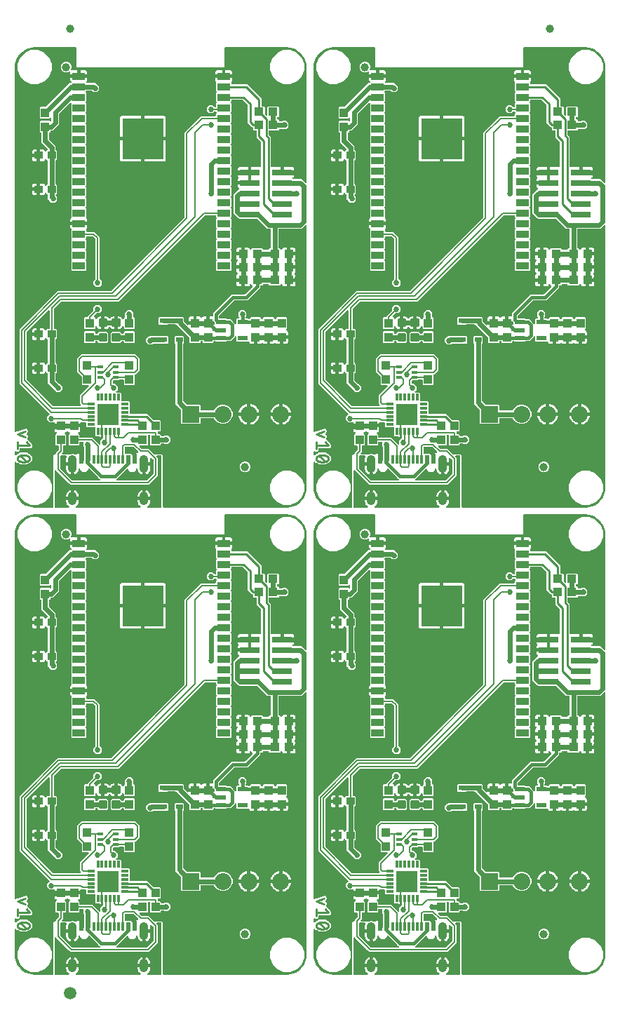
<source format=gtl>
G04 EAGLE Gerber RS-274X export*
G75*
%MOMM*%
%FSLAX34Y34*%
%LPD*%
%INTop Copper*%
%IPPOS*%
%AMOC8*
5,1,8,0,0,1.08239X$1,22.5*%
G01*
%ADD10C,0.279400*%
%ADD11R,1.500000X0.900000*%
%ADD12R,5.000000X5.000000*%
%ADD13R,1.000000X1.100000*%
%ADD14R,1.100000X1.000000*%
%ADD15C,0.300000*%
%ADD16R,1.000000X0.900000*%
%ADD17R,0.300000X1.000000*%
%ADD18R,0.600000X1.000000*%
%ADD19C,1.000000*%
%ADD20R,1.200000X0.550000*%
%ADD21R,0.830000X0.630000*%
%ADD22R,2.400000X0.760000*%
%ADD23R,0.660000X0.300000*%
%ADD24R,0.850000X0.300000*%
%ADD25R,0.300000X0.850000*%
%ADD26R,2.550000X2.550000*%
%ADD27C,1.000000*%
%ADD28R,2.032000X2.032000*%
%ADD29C,2.032000*%
%ADD30C,1.500000*%
%ADD31C,0.609600*%
%ADD32C,0.406400*%
%ADD33C,0.685800*%
%ADD34C,0.203200*%
%ADD35C,0.254000*%

G36*
X47302Y1533D02*
X47302Y1533D01*
X47360Y1531D01*
X47442Y1553D01*
X47526Y1565D01*
X47579Y1588D01*
X47635Y1603D01*
X47708Y1646D01*
X47785Y1681D01*
X47830Y1719D01*
X47880Y1748D01*
X47938Y1810D01*
X48002Y1864D01*
X48034Y1913D01*
X48074Y1956D01*
X48113Y2031D01*
X48160Y2101D01*
X48177Y2157D01*
X48204Y2209D01*
X48215Y2277D01*
X48245Y2372D01*
X48248Y2472D01*
X48259Y2540D01*
X48259Y64552D01*
X49748Y66041D01*
X50419Y66041D01*
X50477Y66049D01*
X50535Y66047D01*
X50617Y66069D01*
X50701Y66081D01*
X50754Y66104D01*
X50810Y66119D01*
X50883Y66162D01*
X50960Y66197D01*
X51005Y66235D01*
X51055Y66264D01*
X51113Y66326D01*
X51177Y66380D01*
X51209Y66429D01*
X51249Y66472D01*
X51288Y66547D01*
X51335Y66617D01*
X51352Y66673D01*
X51379Y66725D01*
X51390Y66793D01*
X51420Y66888D01*
X51423Y66988D01*
X51434Y67056D01*
X51434Y67727D01*
X54312Y70605D01*
X54364Y70675D01*
X54424Y70739D01*
X54450Y70788D01*
X54483Y70832D01*
X54514Y70914D01*
X54554Y70992D01*
X54562Y71039D01*
X54584Y71098D01*
X54596Y71246D01*
X54609Y71323D01*
X54609Y75535D01*
X54601Y75593D01*
X54603Y75651D01*
X54581Y75733D01*
X54569Y75817D01*
X54546Y75870D01*
X54531Y75926D01*
X54488Y75999D01*
X54453Y76076D01*
X54415Y76121D01*
X54386Y76171D01*
X54324Y76229D01*
X54270Y76293D01*
X54221Y76325D01*
X54178Y76365D01*
X54103Y76404D01*
X54033Y76451D01*
X53977Y76468D01*
X53925Y76495D01*
X53857Y76506D01*
X53762Y76536D01*
X53662Y76539D01*
X53594Y76550D01*
X51518Y76550D01*
X50625Y77443D01*
X50625Y89707D01*
X51550Y90632D01*
X51605Y90640D01*
X51614Y90644D01*
X51624Y90645D01*
X51744Y90702D01*
X51865Y90756D01*
X51872Y90762D01*
X51881Y90766D01*
X51981Y90854D01*
X52082Y90939D01*
X52087Y90948D01*
X52094Y90954D01*
X52166Y91065D01*
X52239Y91176D01*
X52242Y91186D01*
X52247Y91194D01*
X52285Y91320D01*
X52325Y91447D01*
X52325Y91457D01*
X52328Y91466D01*
X52329Y91599D01*
X52332Y91731D01*
X52330Y91741D01*
X52330Y91751D01*
X52294Y91879D01*
X52261Y92006D01*
X52256Y92015D01*
X52253Y92024D01*
X52183Y92138D01*
X52115Y92251D01*
X52108Y92258D01*
X52103Y92266D01*
X52005Y92355D01*
X51908Y92445D01*
X51899Y92450D01*
X51892Y92456D01*
X51840Y92480D01*
X51655Y92575D01*
X51619Y92581D01*
X51587Y92596D01*
X51169Y92707D01*
X50590Y93042D01*
X50117Y93515D01*
X49782Y94094D01*
X49609Y94741D01*
X49609Y98544D01*
X56134Y98544D01*
X56192Y98552D01*
X56250Y98550D01*
X56332Y98572D01*
X56415Y98584D01*
X56469Y98608D01*
X56525Y98622D01*
X56598Y98665D01*
X56675Y98700D01*
X56719Y98738D01*
X56770Y98768D01*
X56827Y98829D01*
X56892Y98884D01*
X56924Y98932D01*
X56964Y98975D01*
X57003Y99050D01*
X57049Y99120D01*
X57067Y99176D01*
X57094Y99228D01*
X57105Y99296D01*
X57135Y99391D01*
X57138Y99491D01*
X57149Y99559D01*
X57149Y101591D01*
X57141Y101649D01*
X57142Y101707D01*
X57121Y101789D01*
X57109Y101872D01*
X57085Y101926D01*
X57071Y101982D01*
X57028Y102055D01*
X56993Y102132D01*
X56955Y102176D01*
X56925Y102227D01*
X56864Y102284D01*
X56809Y102349D01*
X56761Y102381D01*
X56718Y102421D01*
X56643Y102460D01*
X56573Y102506D01*
X56517Y102524D01*
X56465Y102551D01*
X56397Y102562D01*
X56302Y102592D01*
X56202Y102595D01*
X56134Y102606D01*
X49609Y102606D01*
X49609Y103653D01*
X49605Y103682D01*
X49608Y103711D01*
X49585Y103822D01*
X49569Y103934D01*
X49557Y103961D01*
X49552Y103990D01*
X49500Y104090D01*
X49453Y104194D01*
X49434Y104216D01*
X49421Y104242D01*
X49343Y104324D01*
X49270Y104411D01*
X49245Y104427D01*
X49225Y104448D01*
X49127Y104505D01*
X49033Y104568D01*
X49005Y104577D01*
X48980Y104592D01*
X48870Y104620D01*
X48762Y104654D01*
X48733Y104655D01*
X48704Y104662D01*
X48591Y104658D01*
X48478Y104661D01*
X48449Y104654D01*
X48420Y104653D01*
X48312Y104618D01*
X48203Y104589D01*
X48177Y104574D01*
X48149Y104565D01*
X48085Y104520D01*
X47958Y104444D01*
X47915Y104398D01*
X47876Y104370D01*
X47772Y104266D01*
X43668Y104266D01*
X40766Y107168D01*
X40766Y111272D01*
X43195Y113701D01*
X43230Y113748D01*
X43273Y113788D01*
X43315Y113861D01*
X43366Y113928D01*
X43387Y113983D01*
X43416Y114033D01*
X43437Y114115D01*
X43467Y114194D01*
X43472Y114252D01*
X43487Y114309D01*
X43484Y114393D01*
X43491Y114477D01*
X43479Y114534D01*
X43478Y114593D01*
X43452Y114673D01*
X43435Y114756D01*
X43408Y114808D01*
X43390Y114863D01*
X43350Y114920D01*
X43304Y115008D01*
X43235Y115081D01*
X43195Y115137D01*
X6984Y151348D01*
X6984Y216952D01*
X51137Y261105D01*
X52923Y262891D01*
X117323Y262891D01*
X117410Y262903D01*
X117497Y262906D01*
X117550Y262923D01*
X117605Y262931D01*
X117684Y262966D01*
X117768Y262993D01*
X117807Y263021D01*
X117864Y263047D01*
X117977Y263143D01*
X118041Y263188D01*
X206331Y351478D01*
X206383Y351548D01*
X206443Y351612D01*
X206469Y351661D01*
X206502Y351705D01*
X206533Y351787D01*
X206573Y351865D01*
X206581Y351912D01*
X206603Y351971D01*
X206615Y352119D01*
X206628Y352196D01*
X206628Y454696D01*
X226173Y474241D01*
X243660Y474241D01*
X243718Y474249D01*
X243776Y474247D01*
X243858Y474269D01*
X243942Y474281D01*
X243995Y474304D01*
X244051Y474319D01*
X244124Y474362D01*
X244201Y474397D01*
X244246Y474435D01*
X244296Y474464D01*
X244354Y474526D01*
X244418Y474580D01*
X244450Y474629D01*
X244490Y474672D01*
X244529Y474747D01*
X244576Y474817D01*
X244593Y474873D01*
X244620Y474925D01*
X244631Y474993D01*
X244661Y475088D01*
X244664Y475188D01*
X244675Y475256D01*
X244675Y476832D01*
X245176Y477332D01*
X245211Y477379D01*
X245253Y477419D01*
X245296Y477492D01*
X245347Y477559D01*
X245368Y477614D01*
X245397Y477664D01*
X245418Y477746D01*
X245448Y477825D01*
X245453Y477883D01*
X245467Y477940D01*
X245464Y478024D01*
X245471Y478108D01*
X245460Y478166D01*
X245458Y478224D01*
X245432Y478304D01*
X245416Y478387D01*
X245389Y478439D01*
X245371Y478495D01*
X245331Y478551D01*
X245285Y478639D01*
X245216Y478712D01*
X245176Y478768D01*
X244638Y479305D01*
X244635Y479326D01*
X244612Y479379D01*
X244597Y479435D01*
X244554Y479508D01*
X244519Y479585D01*
X244481Y479630D01*
X244452Y479680D01*
X244390Y479738D01*
X244336Y479802D01*
X244287Y479834D01*
X244244Y479874D01*
X244169Y479913D01*
X244099Y479960D01*
X244043Y479977D01*
X243991Y480004D01*
X243923Y480015D01*
X243828Y480045D01*
X243728Y480048D01*
X243660Y480059D01*
X243010Y480059D01*
X242924Y480047D01*
X242836Y480044D01*
X242784Y480027D01*
X242729Y480019D01*
X242649Y479984D01*
X242566Y479957D01*
X242527Y479929D01*
X242470Y479903D01*
X242356Y479807D01*
X242293Y479762D01*
X240177Y477646D01*
X236073Y477646D01*
X233171Y480548D01*
X233171Y484652D01*
X236073Y487554D01*
X240177Y487554D01*
X242293Y485438D01*
X242362Y485386D01*
X242426Y485326D01*
X242476Y485300D01*
X242520Y485267D01*
X242601Y485236D01*
X242679Y485196D01*
X242727Y485188D01*
X242785Y485166D01*
X242933Y485154D01*
X243010Y485141D01*
X243660Y485141D01*
X243718Y485149D01*
X243776Y485147D01*
X243858Y485169D01*
X243942Y485181D01*
X243995Y485204D01*
X244051Y485219D01*
X244124Y485262D01*
X244201Y485297D01*
X244246Y485335D01*
X244296Y485364D01*
X244354Y485426D01*
X244418Y485480D01*
X244450Y485529D01*
X244490Y485572D01*
X244529Y485647D01*
X244576Y485717D01*
X244593Y485773D01*
X244620Y485825D01*
X244631Y485893D01*
X244661Y485988D01*
X244664Y486088D01*
X244675Y486156D01*
X244675Y489532D01*
X245176Y490032D01*
X245211Y490079D01*
X245253Y490119D01*
X245296Y490192D01*
X245347Y490259D01*
X245368Y490314D01*
X245397Y490364D01*
X245418Y490446D01*
X245448Y490525D01*
X245453Y490583D01*
X245467Y490640D01*
X245464Y490724D01*
X245471Y490808D01*
X245460Y490866D01*
X245458Y490924D01*
X245432Y491004D01*
X245416Y491087D01*
X245389Y491139D01*
X245371Y491195D01*
X245331Y491251D01*
X245285Y491339D01*
X245216Y491412D01*
X245176Y491468D01*
X244675Y491968D01*
X244675Y502232D01*
X245176Y502732D01*
X245211Y502779D01*
X245253Y502819D01*
X245296Y502892D01*
X245347Y502959D01*
X245368Y503014D01*
X245397Y503064D01*
X245418Y503146D01*
X245448Y503225D01*
X245453Y503283D01*
X245467Y503340D01*
X245464Y503424D01*
X245471Y503508D01*
X245460Y503566D01*
X245458Y503624D01*
X245432Y503704D01*
X245416Y503787D01*
X245389Y503839D01*
X245371Y503895D01*
X245331Y503951D01*
X245285Y504039D01*
X245216Y504112D01*
X245176Y504168D01*
X244675Y504668D01*
X244675Y515040D01*
X244679Y515046D01*
X244699Y515128D01*
X244729Y515206D01*
X244734Y515265D01*
X244749Y515321D01*
X244746Y515406D01*
X244753Y515490D01*
X244742Y515547D01*
X244740Y515606D01*
X244714Y515686D01*
X244697Y515768D01*
X244670Y515820D01*
X244652Y515876D01*
X244612Y515932D01*
X244566Y516021D01*
X244497Y516093D01*
X244457Y516149D01*
X244167Y516440D01*
X243832Y517019D01*
X243659Y517666D01*
X243659Y520469D01*
X252684Y520469D01*
X252742Y520477D01*
X252800Y520475D01*
X252882Y520497D01*
X252965Y520509D01*
X253019Y520533D01*
X253075Y520547D01*
X253148Y520590D01*
X253225Y520625D01*
X253269Y520663D01*
X253320Y520693D01*
X253377Y520754D01*
X253442Y520809D01*
X253474Y520857D01*
X253514Y520900D01*
X253553Y520975D01*
X253599Y521045D01*
X253617Y521101D01*
X253644Y521153D01*
X253655Y521221D01*
X253685Y521316D01*
X253688Y521416D01*
X253699Y521484D01*
X253699Y522501D01*
X253701Y522501D01*
X253701Y521484D01*
X253709Y521426D01*
X253708Y521368D01*
X253729Y521286D01*
X253741Y521203D01*
X253765Y521149D01*
X253779Y521093D01*
X253822Y521020D01*
X253857Y520943D01*
X253895Y520898D01*
X253925Y520848D01*
X253986Y520790D01*
X254041Y520726D01*
X254089Y520694D01*
X254132Y520654D01*
X254207Y520615D01*
X254277Y520569D01*
X254333Y520551D01*
X254385Y520524D01*
X254453Y520513D01*
X254548Y520483D01*
X254648Y520480D01*
X254716Y520469D01*
X263741Y520469D01*
X263741Y517666D01*
X263568Y517019D01*
X263233Y516440D01*
X262943Y516149D01*
X262908Y516103D01*
X262865Y516062D01*
X262822Y515989D01*
X262772Y515922D01*
X262751Y515868D01*
X262721Y515817D01*
X262700Y515735D01*
X262670Y515657D01*
X262666Y515598D01*
X262651Y515541D01*
X262654Y515457D01*
X262647Y515373D01*
X262658Y515316D01*
X262660Y515257D01*
X262686Y515177D01*
X262703Y515095D01*
X262725Y515052D01*
X262725Y513610D01*
X262733Y513552D01*
X262731Y513494D01*
X262753Y513412D01*
X262765Y513328D01*
X262788Y513275D01*
X262803Y513219D01*
X262846Y513146D01*
X262881Y513069D01*
X262919Y513024D01*
X262948Y512974D01*
X263010Y512916D01*
X263064Y512852D01*
X263113Y512820D01*
X263156Y512780D01*
X263231Y512741D01*
X263301Y512694D01*
X263357Y512677D01*
X263409Y512650D01*
X263477Y512639D01*
X263572Y512609D01*
X263672Y512606D01*
X263740Y512595D01*
X281933Y512595D01*
X299095Y495433D01*
X299095Y486965D01*
X299103Y486907D01*
X299101Y486849D01*
X299123Y486767D01*
X299135Y486683D01*
X299158Y486630D01*
X299173Y486574D01*
X299216Y486501D01*
X299251Y486424D01*
X299289Y486379D01*
X299318Y486329D01*
X299380Y486271D01*
X299434Y486207D01*
X299483Y486175D01*
X299526Y486135D01*
X299601Y486096D01*
X299671Y486049D01*
X299727Y486032D01*
X299779Y486005D01*
X299847Y485994D01*
X299942Y485964D01*
X300042Y485961D01*
X300110Y485950D01*
X302432Y485950D01*
X303325Y485057D01*
X303325Y476773D01*
X303337Y476687D01*
X303340Y476599D01*
X303357Y476546D01*
X303365Y476492D01*
X303400Y476412D01*
X303427Y476329D01*
X303455Y476289D01*
X303481Y476232D01*
X303577Y476119D01*
X303622Y476055D01*
X304542Y475135D01*
X304566Y475118D01*
X304585Y475095D01*
X304679Y475032D01*
X304769Y474964D01*
X304797Y474954D01*
X304821Y474938D01*
X304929Y474903D01*
X305035Y474863D01*
X305064Y474861D01*
X305092Y474852D01*
X305206Y474849D01*
X305318Y474840D01*
X305347Y474845D01*
X305376Y474845D01*
X305486Y474873D01*
X305597Y474895D01*
X305623Y474909D01*
X305651Y474916D01*
X305749Y474974D01*
X305849Y475026D01*
X305871Y475047D01*
X305896Y475062D01*
X305973Y475144D01*
X306055Y475222D01*
X306070Y475248D01*
X306090Y475269D01*
X306142Y475370D01*
X306199Y475467D01*
X306206Y475496D01*
X306220Y475522D01*
X306233Y475599D01*
X306269Y475743D01*
X306267Y475805D01*
X306275Y475853D01*
X306275Y485057D01*
X307168Y485950D01*
X319432Y485950D01*
X320325Y485057D01*
X320325Y473793D01*
X319432Y472900D01*
X318888Y472900D01*
X318830Y472892D01*
X318772Y472894D01*
X318690Y472872D01*
X318606Y472860D01*
X318553Y472837D01*
X318497Y472822D01*
X318424Y472779D01*
X318347Y472744D01*
X318302Y472706D01*
X318252Y472677D01*
X318194Y472615D01*
X318130Y472561D01*
X318098Y472512D01*
X318058Y472469D01*
X318019Y472394D01*
X317972Y472324D01*
X317955Y472268D01*
X317928Y472216D01*
X317917Y472148D01*
X317887Y472053D01*
X317884Y471953D01*
X317873Y471885D01*
X317873Y471090D01*
X317881Y471032D01*
X317879Y470974D01*
X317901Y470892D01*
X317913Y470808D01*
X317936Y470755D01*
X317951Y470699D01*
X317994Y470626D01*
X318029Y470549D01*
X318067Y470504D01*
X318096Y470454D01*
X318158Y470396D01*
X318212Y470332D01*
X318261Y470300D01*
X318304Y470260D01*
X318379Y470221D01*
X318449Y470174D01*
X318505Y470157D01*
X318557Y470130D01*
X318625Y470119D01*
X318720Y470089D01*
X318820Y470086D01*
X318888Y470075D01*
X319432Y470075D01*
X320325Y469182D01*
X320325Y469138D01*
X320333Y469080D01*
X320331Y469022D01*
X320353Y468940D01*
X320365Y468856D01*
X320388Y468803D01*
X320403Y468747D01*
X320446Y468674D01*
X320481Y468597D01*
X320519Y468552D01*
X320548Y468502D01*
X320610Y468444D01*
X320664Y468380D01*
X320713Y468348D01*
X320756Y468308D01*
X320831Y468269D01*
X320901Y468222D01*
X320957Y468205D01*
X321009Y468178D01*
X321077Y468167D01*
X321172Y468137D01*
X321272Y468134D01*
X321340Y468123D01*
X324172Y468123D01*
X324258Y468135D01*
X324346Y468138D01*
X324398Y468155D01*
X324453Y468163D01*
X324533Y468198D01*
X324616Y468225D01*
X324655Y468253D01*
X324712Y468279D01*
X324826Y468375D01*
X324889Y468420D01*
X324973Y468504D01*
X329077Y468504D01*
X331979Y465602D01*
X331979Y461498D01*
X329077Y458596D01*
X324973Y458596D01*
X324889Y458680D01*
X324820Y458732D01*
X324756Y458792D01*
X324706Y458818D01*
X324662Y458851D01*
X324581Y458882D01*
X324503Y458922D01*
X324455Y458930D01*
X324397Y458952D01*
X324249Y458964D01*
X324172Y458977D01*
X321340Y458977D01*
X321282Y458969D01*
X321224Y458971D01*
X321142Y458949D01*
X321058Y458937D01*
X321005Y458914D01*
X320949Y458899D01*
X320876Y458856D01*
X320799Y458821D01*
X320754Y458783D01*
X320704Y458754D01*
X320646Y458692D01*
X320582Y458638D01*
X320550Y458589D01*
X320510Y458546D01*
X320471Y458471D01*
X320424Y458401D01*
X320407Y458345D01*
X320380Y458293D01*
X320369Y458225D01*
X320339Y458130D01*
X320336Y458030D01*
X320325Y457962D01*
X320325Y457918D01*
X319432Y457025D01*
X308816Y457025D01*
X308758Y457017D01*
X308700Y457019D01*
X308618Y456997D01*
X308534Y456985D01*
X308481Y456962D01*
X308425Y456947D01*
X308352Y456904D01*
X308275Y456869D01*
X308230Y456831D01*
X308180Y456802D01*
X308122Y456740D01*
X308058Y456686D01*
X308026Y456637D01*
X307986Y456594D01*
X307947Y456519D01*
X307900Y456449D01*
X307883Y456393D01*
X307856Y456341D01*
X307845Y456273D01*
X307815Y456178D01*
X307812Y456078D01*
X307801Y456010D01*
X307801Y452222D01*
X307813Y452136D01*
X307816Y452048D01*
X307833Y451995D01*
X307841Y451941D01*
X307876Y451861D01*
X307903Y451778D01*
X307931Y451738D01*
X307957Y451681D01*
X308053Y451568D01*
X308098Y451504D01*
X310770Y448833D01*
X310770Y413743D01*
X310777Y413695D01*
X310774Y413646D01*
X310796Y413555D01*
X310810Y413462D01*
X310830Y413417D01*
X310841Y413370D01*
X310887Y413288D01*
X310926Y413203D01*
X310957Y413165D01*
X310982Y413123D01*
X311049Y413057D01*
X311109Y412986D01*
X311150Y412958D01*
X311185Y412924D01*
X311268Y412880D01*
X311346Y412828D01*
X311393Y412813D01*
X311436Y412790D01*
X311528Y412770D01*
X311617Y412742D01*
X311666Y412741D01*
X311714Y412731D01*
X311788Y412738D01*
X311901Y412735D01*
X311924Y412741D01*
X322401Y412741D01*
X322401Y407284D01*
X322409Y407226D01*
X322407Y407168D01*
X322429Y407086D01*
X322441Y407003D01*
X322464Y406949D01*
X322479Y406893D01*
X322522Y406820D01*
X322557Y406743D01*
X322595Y406699D01*
X322624Y406648D01*
X322686Y406591D01*
X322740Y406526D01*
X322789Y406494D01*
X322832Y406454D01*
X322907Y406415D01*
X322977Y406369D01*
X323033Y406351D01*
X323085Y406324D01*
X323153Y406313D01*
X323248Y406283D01*
X323348Y406280D01*
X323416Y406269D01*
X324169Y406269D01*
X324169Y405516D01*
X324177Y405458D01*
X324176Y405400D01*
X324197Y405318D01*
X324209Y405234D01*
X324233Y405181D01*
X324247Y405125D01*
X324291Y405052D01*
X324325Y404975D01*
X324363Y404930D01*
X324393Y404880D01*
X324454Y404822D01*
X324509Y404758D01*
X324557Y404726D01*
X324600Y404686D01*
X324675Y404647D01*
X324745Y404600D01*
X324801Y404583D01*
X324853Y404556D01*
X324921Y404545D01*
X325016Y404515D01*
X325116Y404512D01*
X325184Y404501D01*
X338841Y404501D01*
X338841Y402266D01*
X338668Y401619D01*
X338333Y401040D01*
X337860Y400567D01*
X337440Y400324D01*
X337401Y400294D01*
X337358Y400272D01*
X337290Y400207D01*
X337216Y400149D01*
X337187Y400109D01*
X337152Y400076D01*
X337104Y399995D01*
X337049Y399919D01*
X337033Y399873D01*
X337008Y399831D01*
X336985Y399740D01*
X336953Y399651D01*
X336950Y399602D01*
X336938Y399555D01*
X336941Y399461D01*
X336935Y399367D01*
X336945Y399320D01*
X336947Y399271D01*
X336976Y399182D01*
X336996Y399090D01*
X337019Y399047D01*
X337034Y399000D01*
X337077Y398940D01*
X337132Y398840D01*
X337193Y398778D01*
X337229Y398727D01*
X337386Y398570D01*
X337456Y398518D01*
X337520Y398458D01*
X337569Y398432D01*
X337613Y398399D01*
X337695Y398368D01*
X337773Y398328D01*
X337821Y398320D01*
X337879Y398298D01*
X338027Y398286D01*
X338104Y398273D01*
X347969Y398273D01*
X352342Y393900D01*
X352366Y393882D01*
X352385Y393860D01*
X352479Y393797D01*
X352569Y393729D01*
X352597Y393718D01*
X352621Y393702D01*
X352729Y393668D01*
X352835Y393628D01*
X352864Y393625D01*
X352892Y393616D01*
X353006Y393613D01*
X353118Y393604D01*
X353147Y393610D01*
X353176Y393609D01*
X353286Y393638D01*
X353397Y393660D01*
X353423Y393673D01*
X353451Y393681D01*
X353549Y393739D01*
X353649Y393791D01*
X353671Y393811D01*
X353696Y393826D01*
X353773Y393909D01*
X353855Y393987D01*
X353870Y394012D01*
X353890Y394033D01*
X353942Y394134D01*
X353999Y394232D01*
X354006Y394260D01*
X354020Y394287D01*
X354033Y394364D01*
X354069Y394507D01*
X354067Y394570D01*
X354075Y394618D01*
X354075Y533400D01*
X354069Y533444D01*
X354072Y533480D01*
X353791Y537056D01*
X353755Y537214D01*
X353744Y537290D01*
X351534Y544092D01*
X351409Y544347D01*
X351397Y544361D01*
X351390Y544375D01*
X347186Y550161D01*
X346988Y550366D01*
X346972Y550375D01*
X346961Y550386D01*
X341175Y554590D01*
X340924Y554723D01*
X340906Y554727D01*
X340892Y554734D01*
X334090Y556944D01*
X333930Y556972D01*
X333856Y556991D01*
X330280Y557272D01*
X330235Y557269D01*
X330200Y557275D01*
X255524Y557275D01*
X255466Y557267D01*
X255408Y557269D01*
X255326Y557247D01*
X255242Y557235D01*
X255189Y557212D01*
X255133Y557197D01*
X255060Y557154D01*
X254983Y557119D01*
X254938Y557081D01*
X254888Y557052D01*
X254830Y556990D01*
X254766Y556936D01*
X254734Y556887D01*
X254694Y556844D01*
X254655Y556769D01*
X254608Y556699D01*
X254591Y556643D01*
X254564Y556591D01*
X254553Y556523D01*
X254523Y556428D01*
X254520Y556328D01*
X254509Y556260D01*
X254509Y533189D01*
X254211Y532891D01*
X75989Y532891D01*
X75691Y533189D01*
X75691Y556260D01*
X75683Y556318D01*
X75685Y556376D01*
X75663Y556458D01*
X75651Y556542D01*
X75628Y556595D01*
X75613Y556651D01*
X75570Y556724D01*
X75535Y556801D01*
X75497Y556846D01*
X75468Y556896D01*
X75406Y556954D01*
X75352Y557018D01*
X75303Y557050D01*
X75260Y557090D01*
X75185Y557129D01*
X75115Y557176D01*
X75059Y557193D01*
X75007Y557220D01*
X74939Y557231D01*
X74844Y557261D01*
X74744Y557264D01*
X74676Y557275D01*
X25400Y557275D01*
X25356Y557269D01*
X25320Y557272D01*
X21744Y556991D01*
X21586Y556955D01*
X21510Y556944D01*
X14708Y554734D01*
X14453Y554609D01*
X14439Y554597D01*
X14425Y554590D01*
X8639Y550386D01*
X8434Y550188D01*
X8425Y550172D01*
X8414Y550161D01*
X4210Y544375D01*
X4077Y544124D01*
X4073Y544106D01*
X4066Y544092D01*
X1856Y537290D01*
X1828Y537130D01*
X1809Y537056D01*
X1528Y533480D01*
X1531Y533435D01*
X1525Y533400D01*
X1525Y93995D01*
X1536Y93917D01*
X1537Y93838D01*
X1556Y93777D01*
X1565Y93714D01*
X1597Y93642D01*
X1620Y93566D01*
X1655Y93513D01*
X1681Y93454D01*
X1732Y93394D01*
X1775Y93328D01*
X1823Y93286D01*
X1864Y93237D01*
X1930Y93194D01*
X1990Y93142D01*
X2048Y93115D01*
X2101Y93080D01*
X2176Y93056D01*
X2248Y93023D01*
X2311Y93013D01*
X2372Y92994D01*
X2451Y92992D01*
X2529Y92980D01*
X2584Y92989D01*
X2656Y92987D01*
X2784Y93020D01*
X2861Y93032D01*
X3383Y93206D01*
X3457Y93243D01*
X3516Y93261D01*
X4367Y93687D01*
X4406Y93681D01*
X4531Y93658D01*
X4546Y93660D01*
X4561Y93658D01*
X4629Y93668D01*
X4813Y93687D01*
X4856Y93704D01*
X4893Y93710D01*
X14787Y97008D01*
X16952Y95925D01*
X17717Y93629D01*
X16627Y91449D01*
X16610Y91441D01*
X16516Y91403D01*
X16484Y91378D01*
X16446Y91359D01*
X16372Y91291D01*
X16292Y91229D01*
X16268Y91195D01*
X16237Y91167D01*
X16184Y91080D01*
X16125Y90999D01*
X16111Y90959D01*
X16089Y90924D01*
X16063Y90826D01*
X16028Y90731D01*
X16025Y90690D01*
X16015Y90650D01*
X16016Y90549D01*
X16009Y90448D01*
X16018Y90407D01*
X16019Y90365D01*
X16048Y90269D01*
X16070Y90170D01*
X16090Y90133D01*
X16102Y90093D01*
X16157Y90009D01*
X16205Y89920D01*
X16234Y89890D01*
X16257Y89855D01*
X16333Y89789D01*
X16404Y89717D01*
X16437Y89700D01*
X16472Y89669D01*
X16627Y89598D01*
X17717Y87417D01*
X16821Y84727D01*
X16816Y84704D01*
X16807Y84683D01*
X16791Y84565D01*
X16769Y84447D01*
X16772Y84424D01*
X16768Y84402D01*
X16786Y84283D01*
X16798Y84164D01*
X16806Y84143D01*
X16809Y84120D01*
X16859Y84011D01*
X16903Y83900D01*
X16917Y83882D01*
X16927Y83861D01*
X17004Y83770D01*
X17078Y83676D01*
X17096Y83663D01*
X17111Y83645D01*
X17211Y83579D01*
X17308Y83509D01*
X17329Y83501D01*
X17349Y83488D01*
X17422Y83468D01*
X17575Y83412D01*
X17630Y83409D01*
X17672Y83397D01*
X17753Y83388D01*
X21703Y78450D01*
X21750Y78407D01*
X21778Y78367D01*
X22508Y77637D01*
X22520Y77554D01*
X22532Y77526D01*
X22539Y77495D01*
X22577Y77426D01*
X22600Y77375D01*
X22486Y76349D01*
X22488Y76285D01*
X22480Y76237D01*
X22480Y75205D01*
X22430Y75138D01*
X22418Y75109D01*
X22401Y75082D01*
X22380Y75007D01*
X22360Y74954D01*
X21554Y74310D01*
X21510Y74263D01*
X21470Y74235D01*
X20740Y73505D01*
X20658Y73493D01*
X20629Y73480D01*
X20598Y73474D01*
X20529Y73436D01*
X20478Y73413D01*
X19452Y73527D01*
X19388Y73525D01*
X19340Y73533D01*
X8509Y73533D01*
X8451Y73525D01*
X8393Y73526D01*
X8311Y73505D01*
X8227Y73493D01*
X8174Y73469D01*
X8118Y73454D01*
X8045Y73411D01*
X7968Y73377D01*
X7923Y73339D01*
X7873Y73309D01*
X7815Y73248D01*
X7751Y73193D01*
X7719Y73145D01*
X7679Y73102D01*
X7640Y73027D01*
X7593Y72957D01*
X7576Y72901D01*
X7549Y72849D01*
X7538Y72781D01*
X7508Y72686D01*
X7505Y72586D01*
X7494Y72518D01*
X7494Y71082D01*
X5782Y69370D01*
X3362Y69370D01*
X3258Y69474D01*
X3234Y69492D01*
X3215Y69514D01*
X3121Y69577D01*
X3031Y69645D01*
X3003Y69655D01*
X2979Y69672D01*
X2871Y69706D01*
X2765Y69746D01*
X2736Y69749D01*
X2708Y69758D01*
X2595Y69760D01*
X2482Y69770D01*
X2453Y69764D01*
X2424Y69765D01*
X2314Y69736D01*
X2203Y69714D01*
X2177Y69700D01*
X2149Y69693D01*
X2051Y69635D01*
X1951Y69583D01*
X1929Y69563D01*
X1904Y69548D01*
X1827Y69465D01*
X1745Y69387D01*
X1730Y69362D01*
X1710Y69340D01*
X1658Y69240D01*
X1601Y69142D01*
X1594Y69113D01*
X1580Y69087D01*
X1567Y69010D01*
X1531Y68866D01*
X1533Y68804D01*
X1525Y68756D01*
X1525Y65739D01*
X1541Y65628D01*
X1550Y65515D01*
X1560Y65487D01*
X1565Y65458D01*
X1611Y65355D01*
X1651Y65249D01*
X1669Y65226D01*
X1681Y65198D01*
X1754Y65112D01*
X1821Y65022D01*
X1845Y65004D01*
X1864Y64981D01*
X1958Y64919D01*
X2048Y64851D01*
X2076Y64840D01*
X2101Y64824D01*
X2209Y64790D01*
X2314Y64749D01*
X2344Y64747D01*
X2372Y64738D01*
X2485Y64735D01*
X2597Y64726D01*
X2627Y64731D01*
X2656Y64731D01*
X2765Y64759D01*
X2876Y64781D01*
X2903Y64795D01*
X2931Y64803D01*
X3028Y64860D01*
X3129Y64912D01*
X3148Y64931D01*
X3176Y64948D01*
X3345Y65128D01*
X3366Y65149D01*
X3886Y65877D01*
X5476Y66422D01*
X5540Y66455D01*
X5591Y66470D01*
X6078Y66708D01*
X6125Y66739D01*
X6176Y66762D01*
X6229Y66809D01*
X6314Y66867D01*
X6360Y66922D01*
X6390Y66925D01*
X6396Y66927D01*
X6401Y66927D01*
X6440Y66938D01*
X6666Y66996D01*
X6696Y67014D01*
X6723Y67022D01*
X8541Y67908D01*
X15589Y67908D01*
X18538Y66470D01*
X18606Y66448D01*
X18654Y66423D01*
X20244Y65877D01*
X22480Y62747D01*
X22480Y58900D01*
X20244Y55770D01*
X18654Y55224D01*
X18590Y55192D01*
X18538Y55177D01*
X18052Y54939D01*
X18005Y54908D01*
X17954Y54885D01*
X17901Y54838D01*
X17816Y54780D01*
X17770Y54725D01*
X17740Y54722D01*
X17734Y54720D01*
X17729Y54720D01*
X17690Y54709D01*
X17464Y54651D01*
X17434Y54633D01*
X17407Y54625D01*
X15589Y53739D01*
X8541Y53739D01*
X5592Y55177D01*
X5523Y55199D01*
X5476Y55225D01*
X3886Y55770D01*
X3366Y56498D01*
X3288Y56580D01*
X3215Y56666D01*
X3191Y56682D01*
X3170Y56704D01*
X3073Y56761D01*
X2979Y56823D01*
X2950Y56832D01*
X2925Y56847D01*
X2815Y56875D01*
X2708Y56909D01*
X2678Y56910D01*
X2649Y56917D01*
X2536Y56913D01*
X2424Y56916D01*
X2395Y56909D01*
X2365Y56908D01*
X2258Y56873D01*
X2149Y56844D01*
X2123Y56829D01*
X2095Y56820D01*
X2001Y56757D01*
X1904Y56699D01*
X1884Y56677D01*
X1859Y56661D01*
X1787Y56574D01*
X1710Y56492D01*
X1696Y56465D01*
X1677Y56442D01*
X1632Y56339D01*
X1580Y56239D01*
X1576Y56212D01*
X1563Y56182D01*
X1530Y55937D01*
X1525Y55908D01*
X1525Y25400D01*
X1531Y25356D01*
X1528Y25320D01*
X1809Y21744D01*
X1813Y21728D01*
X1812Y21713D01*
X1838Y21616D01*
X1845Y21586D01*
X1856Y21510D01*
X4066Y14708D01*
X4191Y14453D01*
X4203Y14439D01*
X4210Y14425D01*
X8414Y8639D01*
X8612Y8434D01*
X8628Y8425D01*
X8639Y8414D01*
X14425Y4210D01*
X14676Y4077D01*
X14694Y4073D01*
X14708Y4066D01*
X21510Y1856D01*
X21670Y1828D01*
X21744Y1809D01*
X25320Y1528D01*
X25365Y1531D01*
X25400Y1525D01*
X47244Y1525D01*
X47302Y1533D01*
G37*
G36*
X407982Y1533D02*
X407982Y1533D01*
X408040Y1531D01*
X408122Y1553D01*
X408206Y1565D01*
X408259Y1588D01*
X408315Y1603D01*
X408388Y1646D01*
X408465Y1681D01*
X408510Y1719D01*
X408560Y1748D01*
X408618Y1810D01*
X408682Y1864D01*
X408714Y1913D01*
X408754Y1956D01*
X408793Y2031D01*
X408840Y2101D01*
X408857Y2157D01*
X408884Y2209D01*
X408895Y2277D01*
X408925Y2372D01*
X408928Y2472D01*
X408939Y2540D01*
X408939Y64552D01*
X410428Y66041D01*
X411099Y66041D01*
X411157Y66049D01*
X411215Y66047D01*
X411297Y66069D01*
X411381Y66081D01*
X411434Y66104D01*
X411490Y66119D01*
X411563Y66162D01*
X411640Y66197D01*
X411685Y66235D01*
X411735Y66264D01*
X411793Y66326D01*
X411857Y66380D01*
X411889Y66429D01*
X411929Y66472D01*
X411968Y66547D01*
X412015Y66617D01*
X412032Y66673D01*
X412059Y66725D01*
X412070Y66793D01*
X412100Y66888D01*
X412103Y66988D01*
X412114Y67056D01*
X412114Y67727D01*
X414992Y70605D01*
X415044Y70675D01*
X415104Y70739D01*
X415130Y70788D01*
X415163Y70832D01*
X415194Y70914D01*
X415234Y70992D01*
X415242Y71039D01*
X415264Y71098D01*
X415276Y71246D01*
X415289Y71323D01*
X415289Y75535D01*
X415281Y75593D01*
X415283Y75651D01*
X415261Y75733D01*
X415249Y75817D01*
X415226Y75870D01*
X415211Y75926D01*
X415168Y75999D01*
X415133Y76076D01*
X415095Y76121D01*
X415066Y76171D01*
X415004Y76229D01*
X414950Y76293D01*
X414901Y76325D01*
X414858Y76365D01*
X414783Y76404D01*
X414713Y76451D01*
X414657Y76468D01*
X414605Y76495D01*
X414537Y76506D01*
X414442Y76536D01*
X414342Y76539D01*
X414274Y76550D01*
X412198Y76550D01*
X411305Y77443D01*
X411305Y89707D01*
X412230Y90632D01*
X412285Y90640D01*
X412294Y90644D01*
X412304Y90645D01*
X412423Y90701D01*
X412545Y90756D01*
X412552Y90762D01*
X412561Y90766D01*
X412660Y90854D01*
X412762Y90939D01*
X412767Y90948D01*
X412774Y90954D01*
X412846Y91066D01*
X412919Y91176D01*
X412922Y91186D01*
X412927Y91194D01*
X412965Y91320D01*
X413005Y91447D01*
X413005Y91457D01*
X413008Y91466D01*
X413009Y91599D01*
X413012Y91731D01*
X413010Y91741D01*
X413010Y91751D01*
X412974Y91879D01*
X412940Y92006D01*
X412936Y92015D01*
X412933Y92024D01*
X412863Y92137D01*
X412795Y92251D01*
X412788Y92258D01*
X412783Y92266D01*
X412685Y92355D01*
X412588Y92445D01*
X412579Y92450D01*
X412572Y92456D01*
X412520Y92480D01*
X412335Y92575D01*
X412299Y92581D01*
X412266Y92596D01*
X411849Y92707D01*
X411270Y93042D01*
X410797Y93515D01*
X410462Y94094D01*
X410289Y94741D01*
X410289Y98544D01*
X416814Y98544D01*
X416872Y98552D01*
X416930Y98550D01*
X417012Y98572D01*
X417095Y98584D01*
X417149Y98608D01*
X417205Y98622D01*
X417278Y98665D01*
X417355Y98700D01*
X417399Y98738D01*
X417450Y98768D01*
X417507Y98829D01*
X417572Y98884D01*
X417604Y98932D01*
X417644Y98975D01*
X417683Y99050D01*
X417729Y99120D01*
X417747Y99176D01*
X417774Y99228D01*
X417785Y99296D01*
X417815Y99391D01*
X417818Y99491D01*
X417829Y99559D01*
X417829Y101591D01*
X417821Y101649D01*
X417822Y101707D01*
X417801Y101789D01*
X417789Y101872D01*
X417765Y101926D01*
X417751Y101982D01*
X417708Y102055D01*
X417673Y102132D01*
X417635Y102176D01*
X417605Y102227D01*
X417544Y102284D01*
X417489Y102349D01*
X417441Y102381D01*
X417398Y102421D01*
X417323Y102460D01*
X417253Y102506D01*
X417197Y102524D01*
X417145Y102551D01*
X417077Y102562D01*
X416982Y102592D01*
X416882Y102595D01*
X416814Y102606D01*
X410289Y102606D01*
X410289Y103653D01*
X410285Y103682D01*
X410288Y103711D01*
X410265Y103822D01*
X410249Y103934D01*
X410237Y103961D01*
X410232Y103990D01*
X410180Y104090D01*
X410133Y104194D01*
X410114Y104216D01*
X410101Y104242D01*
X410023Y104324D01*
X409950Y104411D01*
X409925Y104427D01*
X409905Y104448D01*
X409807Y104505D01*
X409713Y104568D01*
X409685Y104577D01*
X409660Y104592D01*
X409550Y104620D01*
X409442Y104654D01*
X409413Y104655D01*
X409384Y104662D01*
X409271Y104658D01*
X409158Y104661D01*
X409129Y104654D01*
X409100Y104653D01*
X408992Y104618D01*
X408883Y104589D01*
X408857Y104574D01*
X408829Y104565D01*
X408765Y104520D01*
X408638Y104444D01*
X408595Y104398D01*
X408556Y104370D01*
X408452Y104266D01*
X404348Y104266D01*
X401446Y107168D01*
X401446Y111272D01*
X403875Y113701D01*
X403910Y113748D01*
X403953Y113788D01*
X403995Y113861D01*
X404046Y113928D01*
X404067Y113983D01*
X404096Y114033D01*
X404117Y114115D01*
X404147Y114194D01*
X404152Y114252D01*
X404167Y114309D01*
X404164Y114393D01*
X404171Y114477D01*
X404159Y114534D01*
X404158Y114593D01*
X404132Y114673D01*
X404115Y114756D01*
X404088Y114808D01*
X404070Y114863D01*
X404030Y114920D01*
X403984Y115008D01*
X403915Y115081D01*
X403875Y115137D01*
X367664Y151348D01*
X367664Y216952D01*
X413603Y262891D01*
X478003Y262891D01*
X478090Y262903D01*
X478177Y262906D01*
X478230Y262923D01*
X478285Y262931D01*
X478364Y262966D01*
X478448Y262993D01*
X478487Y263021D01*
X478544Y263047D01*
X478657Y263143D01*
X478721Y263188D01*
X567011Y351478D01*
X567063Y351548D01*
X567123Y351612D01*
X567149Y351661D01*
X567182Y351705D01*
X567213Y351787D01*
X567253Y351865D01*
X567261Y351912D01*
X567283Y351971D01*
X567295Y352119D01*
X567308Y352196D01*
X567308Y454696D01*
X586853Y474241D01*
X604340Y474241D01*
X604398Y474249D01*
X604456Y474247D01*
X604538Y474269D01*
X604622Y474281D01*
X604675Y474304D01*
X604731Y474319D01*
X604804Y474362D01*
X604881Y474397D01*
X604926Y474435D01*
X604976Y474464D01*
X605034Y474526D01*
X605098Y474580D01*
X605130Y474629D01*
X605170Y474672D01*
X605209Y474747D01*
X605256Y474817D01*
X605273Y474873D01*
X605300Y474925D01*
X605311Y474993D01*
X605341Y475088D01*
X605344Y475188D01*
X605355Y475256D01*
X605355Y476832D01*
X605856Y477332D01*
X605891Y477379D01*
X605933Y477419D01*
X605976Y477492D01*
X606027Y477559D01*
X606048Y477614D01*
X606077Y477664D01*
X606098Y477746D01*
X606128Y477825D01*
X606133Y477883D01*
X606147Y477940D01*
X606144Y478024D01*
X606151Y478108D01*
X606140Y478166D01*
X606138Y478224D01*
X606112Y478304D01*
X606096Y478387D01*
X606069Y478439D01*
X606051Y478495D01*
X606011Y478551D01*
X605965Y478639D01*
X605896Y478712D01*
X605856Y478768D01*
X605318Y479305D01*
X605315Y479326D01*
X605292Y479379D01*
X605277Y479435D01*
X605234Y479508D01*
X605199Y479585D01*
X605161Y479630D01*
X605132Y479680D01*
X605070Y479738D01*
X605016Y479802D01*
X604967Y479834D01*
X604924Y479874D01*
X604849Y479913D01*
X604779Y479960D01*
X604723Y479977D01*
X604671Y480004D01*
X604603Y480015D01*
X604508Y480045D01*
X604408Y480048D01*
X604340Y480059D01*
X603690Y480059D01*
X603604Y480047D01*
X603516Y480044D01*
X603464Y480027D01*
X603409Y480019D01*
X603329Y479984D01*
X603246Y479957D01*
X603207Y479929D01*
X603150Y479903D01*
X603036Y479807D01*
X602973Y479762D01*
X600857Y477646D01*
X596753Y477646D01*
X593851Y480548D01*
X593851Y484652D01*
X596753Y487554D01*
X600857Y487554D01*
X602973Y485438D01*
X603042Y485386D01*
X603106Y485326D01*
X603156Y485300D01*
X603200Y485267D01*
X603281Y485236D01*
X603359Y485196D01*
X603407Y485188D01*
X603465Y485166D01*
X603613Y485154D01*
X603690Y485141D01*
X604340Y485141D01*
X604398Y485149D01*
X604456Y485147D01*
X604538Y485169D01*
X604622Y485181D01*
X604675Y485204D01*
X604731Y485219D01*
X604804Y485262D01*
X604881Y485297D01*
X604926Y485335D01*
X604976Y485364D01*
X605034Y485426D01*
X605098Y485480D01*
X605130Y485529D01*
X605170Y485572D01*
X605209Y485647D01*
X605256Y485717D01*
X605273Y485773D01*
X605300Y485825D01*
X605311Y485893D01*
X605341Y485988D01*
X605344Y486088D01*
X605355Y486156D01*
X605355Y489532D01*
X605856Y490032D01*
X605891Y490079D01*
X605933Y490119D01*
X605976Y490192D01*
X606027Y490259D01*
X606048Y490314D01*
X606077Y490364D01*
X606098Y490446D01*
X606128Y490525D01*
X606133Y490583D01*
X606147Y490640D01*
X606144Y490724D01*
X606151Y490808D01*
X606140Y490866D01*
X606138Y490924D01*
X606112Y491004D01*
X606096Y491087D01*
X606069Y491139D01*
X606051Y491195D01*
X606011Y491251D01*
X605965Y491339D01*
X605896Y491412D01*
X605856Y491468D01*
X605355Y491968D01*
X605355Y502232D01*
X605856Y502732D01*
X605891Y502779D01*
X605933Y502819D01*
X605976Y502892D01*
X606027Y502959D01*
X606048Y503014D01*
X606077Y503064D01*
X606098Y503146D01*
X606128Y503225D01*
X606133Y503283D01*
X606147Y503340D01*
X606144Y503424D01*
X606151Y503508D01*
X606140Y503566D01*
X606138Y503624D01*
X606112Y503704D01*
X606096Y503787D01*
X606069Y503839D01*
X606051Y503895D01*
X606011Y503951D01*
X605965Y504039D01*
X605896Y504112D01*
X605856Y504168D01*
X605355Y504668D01*
X605355Y515040D01*
X605359Y515046D01*
X605379Y515128D01*
X605409Y515206D01*
X605414Y515265D01*
X605429Y515321D01*
X605426Y515406D01*
X605433Y515490D01*
X605422Y515547D01*
X605420Y515606D01*
X605394Y515686D01*
X605377Y515768D01*
X605350Y515820D01*
X605332Y515876D01*
X605292Y515932D01*
X605246Y516021D01*
X605177Y516093D01*
X605137Y516149D01*
X604847Y516440D01*
X604512Y517019D01*
X604339Y517666D01*
X604339Y520469D01*
X613364Y520469D01*
X613422Y520477D01*
X613480Y520475D01*
X613562Y520497D01*
X613645Y520509D01*
X613699Y520533D01*
X613755Y520547D01*
X613828Y520590D01*
X613905Y520625D01*
X613949Y520663D01*
X614000Y520693D01*
X614057Y520754D01*
X614122Y520809D01*
X614154Y520857D01*
X614194Y520900D01*
X614233Y520975D01*
X614279Y521045D01*
X614297Y521101D01*
X614324Y521153D01*
X614335Y521221D01*
X614365Y521316D01*
X614368Y521416D01*
X614379Y521484D01*
X614379Y522501D01*
X614381Y522501D01*
X614381Y521484D01*
X614389Y521426D01*
X614388Y521368D01*
X614409Y521286D01*
X614421Y521203D01*
X614445Y521149D01*
X614459Y521093D01*
X614502Y521020D01*
X614537Y520943D01*
X614575Y520898D01*
X614605Y520848D01*
X614666Y520790D01*
X614721Y520726D01*
X614769Y520694D01*
X614812Y520654D01*
X614887Y520615D01*
X614957Y520569D01*
X615013Y520551D01*
X615065Y520524D01*
X615133Y520513D01*
X615228Y520483D01*
X615328Y520480D01*
X615396Y520469D01*
X624421Y520469D01*
X624421Y517666D01*
X624248Y517019D01*
X623913Y516440D01*
X623623Y516149D01*
X623588Y516103D01*
X623545Y516062D01*
X623502Y515989D01*
X623452Y515922D01*
X623431Y515868D01*
X623401Y515817D01*
X623380Y515735D01*
X623350Y515657D01*
X623346Y515598D01*
X623331Y515541D01*
X623334Y515457D01*
X623327Y515373D01*
X623338Y515316D01*
X623340Y515257D01*
X623366Y515177D01*
X623383Y515095D01*
X623405Y515052D01*
X623405Y513610D01*
X623413Y513552D01*
X623411Y513494D01*
X623433Y513412D01*
X623445Y513328D01*
X623468Y513275D01*
X623483Y513219D01*
X623526Y513146D01*
X623561Y513069D01*
X623599Y513024D01*
X623628Y512974D01*
X623690Y512916D01*
X623744Y512852D01*
X623793Y512820D01*
X623836Y512780D01*
X623911Y512741D01*
X623981Y512694D01*
X624037Y512677D01*
X624089Y512650D01*
X624157Y512639D01*
X624252Y512609D01*
X624352Y512606D01*
X624420Y512595D01*
X642613Y512595D01*
X659775Y495433D01*
X659775Y486965D01*
X659783Y486907D01*
X659781Y486849D01*
X659803Y486767D01*
X659815Y486683D01*
X659838Y486630D01*
X659853Y486574D01*
X659896Y486501D01*
X659931Y486424D01*
X659969Y486379D01*
X659998Y486329D01*
X660060Y486271D01*
X660114Y486207D01*
X660163Y486175D01*
X660206Y486135D01*
X660281Y486096D01*
X660351Y486049D01*
X660407Y486032D01*
X660459Y486005D01*
X660527Y485994D01*
X660622Y485964D01*
X660722Y485961D01*
X660790Y485950D01*
X663112Y485950D01*
X664005Y485057D01*
X664005Y476773D01*
X664017Y476687D01*
X664020Y476599D01*
X664037Y476546D01*
X664045Y476492D01*
X664080Y476412D01*
X664107Y476329D01*
X664135Y476289D01*
X664161Y476232D01*
X664257Y476119D01*
X664302Y476055D01*
X665222Y475135D01*
X665246Y475118D01*
X665265Y475095D01*
X665359Y475032D01*
X665449Y474964D01*
X665477Y474954D01*
X665501Y474938D01*
X665609Y474903D01*
X665715Y474863D01*
X665744Y474861D01*
X665772Y474852D01*
X665886Y474849D01*
X665998Y474840D01*
X666027Y474845D01*
X666056Y474845D01*
X666166Y474873D01*
X666277Y474895D01*
X666303Y474909D01*
X666331Y474916D01*
X666429Y474974D01*
X666529Y475026D01*
X666551Y475047D01*
X666576Y475062D01*
X666653Y475144D01*
X666735Y475222D01*
X666750Y475247D01*
X666770Y475269D01*
X666822Y475370D01*
X666879Y475467D01*
X666886Y475496D01*
X666900Y475522D01*
X666913Y475599D01*
X666949Y475743D01*
X666947Y475805D01*
X666955Y475853D01*
X666955Y485057D01*
X667848Y485950D01*
X680112Y485950D01*
X681005Y485057D01*
X681005Y473793D01*
X680112Y472900D01*
X679568Y472900D01*
X679510Y472892D01*
X679452Y472894D01*
X679370Y472872D01*
X679286Y472860D01*
X679233Y472837D01*
X679177Y472822D01*
X679104Y472779D01*
X679027Y472744D01*
X678982Y472706D01*
X678932Y472677D01*
X678874Y472615D01*
X678810Y472561D01*
X678778Y472512D01*
X678738Y472469D01*
X678699Y472394D01*
X678652Y472324D01*
X678635Y472268D01*
X678608Y472216D01*
X678597Y472148D01*
X678567Y472053D01*
X678564Y471953D01*
X678553Y471885D01*
X678553Y471090D01*
X678561Y471032D01*
X678559Y470974D01*
X678581Y470892D01*
X678593Y470808D01*
X678616Y470755D01*
X678631Y470699D01*
X678674Y470626D01*
X678709Y470549D01*
X678747Y470504D01*
X678776Y470454D01*
X678838Y470396D01*
X678892Y470332D01*
X678941Y470300D01*
X678984Y470260D01*
X679059Y470221D01*
X679129Y470174D01*
X679185Y470157D01*
X679237Y470130D01*
X679305Y470119D01*
X679400Y470089D01*
X679500Y470086D01*
X679568Y470075D01*
X680112Y470075D01*
X681005Y469182D01*
X681005Y469138D01*
X681013Y469080D01*
X681011Y469022D01*
X681033Y468940D01*
X681045Y468856D01*
X681068Y468803D01*
X681083Y468747D01*
X681126Y468674D01*
X681161Y468597D01*
X681199Y468552D01*
X681228Y468502D01*
X681290Y468444D01*
X681344Y468380D01*
X681393Y468348D01*
X681436Y468308D01*
X681511Y468269D01*
X681581Y468222D01*
X681637Y468205D01*
X681689Y468178D01*
X681757Y468167D01*
X681852Y468137D01*
X681952Y468134D01*
X682020Y468123D01*
X684852Y468123D01*
X684938Y468135D01*
X685026Y468138D01*
X685078Y468155D01*
X685133Y468163D01*
X685213Y468198D01*
X685296Y468225D01*
X685335Y468253D01*
X685392Y468279D01*
X685506Y468375D01*
X685569Y468420D01*
X685653Y468504D01*
X689757Y468504D01*
X692659Y465602D01*
X692659Y461498D01*
X689757Y458596D01*
X685653Y458596D01*
X685569Y458680D01*
X685500Y458732D01*
X685436Y458792D01*
X685386Y458818D01*
X685342Y458851D01*
X685261Y458882D01*
X685183Y458922D01*
X685135Y458930D01*
X685077Y458952D01*
X684929Y458964D01*
X684852Y458977D01*
X682020Y458977D01*
X681962Y458969D01*
X681904Y458971D01*
X681822Y458949D01*
X681738Y458937D01*
X681685Y458914D01*
X681629Y458899D01*
X681556Y458856D01*
X681479Y458821D01*
X681434Y458783D01*
X681384Y458754D01*
X681326Y458692D01*
X681262Y458638D01*
X681230Y458589D01*
X681190Y458546D01*
X681151Y458471D01*
X681104Y458401D01*
X681087Y458345D01*
X681060Y458293D01*
X681049Y458225D01*
X681019Y458130D01*
X681016Y458030D01*
X681005Y457962D01*
X681005Y457918D01*
X680112Y457025D01*
X669496Y457025D01*
X669438Y457017D01*
X669380Y457019D01*
X669298Y456997D01*
X669214Y456985D01*
X669161Y456962D01*
X669105Y456947D01*
X669032Y456904D01*
X668955Y456869D01*
X668910Y456831D01*
X668860Y456802D01*
X668802Y456740D01*
X668738Y456686D01*
X668706Y456637D01*
X668666Y456594D01*
X668627Y456519D01*
X668580Y456449D01*
X668563Y456393D01*
X668536Y456341D01*
X668525Y456273D01*
X668495Y456178D01*
X668492Y456078D01*
X668481Y456010D01*
X668481Y452222D01*
X668493Y452136D01*
X668496Y452048D01*
X668513Y451995D01*
X668521Y451941D01*
X668556Y451861D01*
X668583Y451778D01*
X668611Y451738D01*
X668637Y451681D01*
X668733Y451568D01*
X668778Y451504D01*
X671450Y448833D01*
X671450Y413743D01*
X671457Y413695D01*
X671454Y413646D01*
X671476Y413555D01*
X671490Y413462D01*
X671510Y413417D01*
X671521Y413370D01*
X671567Y413288D01*
X671606Y413203D01*
X671637Y413165D01*
X671662Y413123D01*
X671729Y413057D01*
X671789Y412986D01*
X671830Y412958D01*
X671865Y412924D01*
X671948Y412880D01*
X672026Y412828D01*
X672073Y412813D01*
X672116Y412790D01*
X672208Y412770D01*
X672297Y412742D01*
X672346Y412741D01*
X672394Y412731D01*
X672468Y412738D01*
X672581Y412735D01*
X672604Y412741D01*
X683081Y412741D01*
X683081Y407284D01*
X683089Y407226D01*
X683087Y407168D01*
X683109Y407086D01*
X683121Y407003D01*
X683144Y406949D01*
X683159Y406893D01*
X683202Y406820D01*
X683237Y406743D01*
X683275Y406699D01*
X683304Y406648D01*
X683366Y406591D01*
X683420Y406526D01*
X683469Y406494D01*
X683512Y406454D01*
X683587Y406415D01*
X683657Y406369D01*
X683713Y406351D01*
X683765Y406324D01*
X683833Y406313D01*
X683928Y406283D01*
X684028Y406280D01*
X684096Y406269D01*
X684849Y406269D01*
X684849Y405516D01*
X684857Y405458D01*
X684856Y405400D01*
X684877Y405318D01*
X684889Y405234D01*
X684913Y405181D01*
X684927Y405125D01*
X684971Y405052D01*
X685005Y404975D01*
X685043Y404930D01*
X685073Y404880D01*
X685134Y404822D01*
X685189Y404758D01*
X685237Y404726D01*
X685280Y404686D01*
X685355Y404647D01*
X685425Y404600D01*
X685481Y404583D01*
X685533Y404556D01*
X685601Y404545D01*
X685696Y404515D01*
X685796Y404512D01*
X685864Y404501D01*
X699521Y404501D01*
X699521Y402266D01*
X699348Y401619D01*
X699013Y401040D01*
X698540Y400567D01*
X698120Y400324D01*
X698081Y400294D01*
X698038Y400272D01*
X697970Y400207D01*
X697896Y400149D01*
X697867Y400109D01*
X697832Y400076D01*
X697784Y399995D01*
X697729Y399919D01*
X697713Y399873D01*
X697688Y399830D01*
X697665Y399739D01*
X697633Y399651D01*
X697630Y399602D01*
X697618Y399555D01*
X697621Y399461D01*
X697615Y399367D01*
X697625Y399320D01*
X697627Y399271D01*
X697656Y399181D01*
X697676Y399090D01*
X697699Y399047D01*
X697714Y399000D01*
X697758Y398940D01*
X697812Y398840D01*
X697873Y398778D01*
X697909Y398727D01*
X698066Y398570D01*
X698136Y398517D01*
X698200Y398458D01*
X698249Y398432D01*
X698293Y398399D01*
X698375Y398368D01*
X698453Y398328D01*
X698501Y398320D01*
X698559Y398298D01*
X698707Y398286D01*
X698784Y398273D01*
X708649Y398273D01*
X713022Y393900D01*
X713046Y393882D01*
X713065Y393860D01*
X713159Y393797D01*
X713249Y393729D01*
X713277Y393718D01*
X713301Y393702D01*
X713409Y393668D01*
X713515Y393628D01*
X713544Y393625D01*
X713572Y393616D01*
X713686Y393613D01*
X713798Y393604D01*
X713827Y393610D01*
X713856Y393609D01*
X713966Y393638D01*
X714077Y393660D01*
X714103Y393673D01*
X714131Y393681D01*
X714229Y393739D01*
X714329Y393791D01*
X714351Y393811D01*
X714376Y393826D01*
X714453Y393909D01*
X714535Y393987D01*
X714550Y394012D01*
X714570Y394033D01*
X714622Y394134D01*
X714679Y394232D01*
X714686Y394260D01*
X714700Y394287D01*
X714713Y394364D01*
X714749Y394507D01*
X714747Y394570D01*
X714755Y394618D01*
X714755Y533400D01*
X714749Y533444D01*
X714752Y533480D01*
X714471Y537056D01*
X714435Y537214D01*
X714424Y537290D01*
X712214Y544092D01*
X712089Y544347D01*
X712077Y544361D01*
X712070Y544375D01*
X707866Y550161D01*
X707668Y550366D01*
X707652Y550375D01*
X707641Y550386D01*
X701855Y554590D01*
X701604Y554723D01*
X701586Y554727D01*
X701572Y554734D01*
X694770Y556944D01*
X694610Y556972D01*
X694536Y556991D01*
X690960Y557272D01*
X690915Y557269D01*
X690880Y557275D01*
X616204Y557275D01*
X616146Y557267D01*
X616088Y557269D01*
X616006Y557247D01*
X615922Y557235D01*
X615869Y557212D01*
X615813Y557197D01*
X615740Y557154D01*
X615663Y557119D01*
X615618Y557081D01*
X615568Y557052D01*
X615510Y556990D01*
X615446Y556936D01*
X615414Y556887D01*
X615374Y556844D01*
X615335Y556769D01*
X615288Y556699D01*
X615271Y556643D01*
X615244Y556591D01*
X615233Y556523D01*
X615203Y556428D01*
X615200Y556328D01*
X615189Y556260D01*
X615189Y533189D01*
X614891Y532891D01*
X436669Y532891D01*
X436371Y533189D01*
X436371Y556260D01*
X436363Y556318D01*
X436365Y556376D01*
X436343Y556458D01*
X436331Y556542D01*
X436308Y556595D01*
X436293Y556651D01*
X436250Y556724D01*
X436215Y556801D01*
X436177Y556846D01*
X436148Y556896D01*
X436086Y556954D01*
X436032Y557018D01*
X435983Y557050D01*
X435940Y557090D01*
X435865Y557129D01*
X435795Y557176D01*
X435739Y557193D01*
X435687Y557220D01*
X435619Y557231D01*
X435524Y557261D01*
X435424Y557264D01*
X435356Y557275D01*
X386080Y557275D01*
X386036Y557269D01*
X386000Y557272D01*
X382424Y556991D01*
X382266Y556955D01*
X382190Y556944D01*
X375388Y554734D01*
X375133Y554609D01*
X375119Y554597D01*
X375105Y554590D01*
X369319Y550386D01*
X369114Y550188D01*
X369105Y550172D01*
X369094Y550161D01*
X364890Y544375D01*
X364757Y544124D01*
X364753Y544106D01*
X364746Y544092D01*
X362536Y537290D01*
X362508Y537130D01*
X362489Y537056D01*
X362208Y533480D01*
X362211Y533435D01*
X362205Y533400D01*
X362205Y93995D01*
X362216Y93917D01*
X362217Y93838D01*
X362236Y93777D01*
X362245Y93714D01*
X362277Y93642D01*
X362300Y93566D01*
X362335Y93513D01*
X362361Y93454D01*
X362412Y93394D01*
X362455Y93328D01*
X362503Y93286D01*
X362544Y93237D01*
X362610Y93194D01*
X362670Y93142D01*
X362728Y93115D01*
X362781Y93080D01*
X362857Y93056D01*
X362928Y93023D01*
X362991Y93013D01*
X363052Y92994D01*
X363131Y92992D01*
X363209Y92980D01*
X363264Y92989D01*
X363336Y92987D01*
X363464Y93020D01*
X363541Y93032D01*
X364063Y93206D01*
X364137Y93243D01*
X364196Y93261D01*
X365047Y93687D01*
X365086Y93681D01*
X365211Y93658D01*
X365226Y93660D01*
X365241Y93658D01*
X365309Y93668D01*
X365493Y93687D01*
X365537Y93704D01*
X365573Y93710D01*
X375467Y97008D01*
X377632Y95925D01*
X378397Y93629D01*
X377307Y91449D01*
X377290Y91441D01*
X377196Y91403D01*
X377164Y91378D01*
X377126Y91359D01*
X377052Y91291D01*
X376972Y91229D01*
X376948Y91195D01*
X376917Y91167D01*
X376864Y91080D01*
X376805Y90999D01*
X376791Y90960D01*
X376769Y90924D01*
X376743Y90826D01*
X376708Y90731D01*
X376705Y90690D01*
X376695Y90650D01*
X376696Y90549D01*
X376689Y90448D01*
X376698Y90407D01*
X376699Y90365D01*
X376728Y90269D01*
X376750Y90170D01*
X376770Y90133D01*
X376782Y90094D01*
X376837Y90009D01*
X376885Y89920D01*
X376914Y89890D01*
X376937Y89855D01*
X377013Y89789D01*
X377084Y89717D01*
X377117Y89700D01*
X377152Y89669D01*
X377306Y89598D01*
X378397Y87417D01*
X377501Y84727D01*
X377496Y84704D01*
X377487Y84683D01*
X377471Y84565D01*
X377449Y84447D01*
X377452Y84424D01*
X377448Y84402D01*
X377466Y84283D01*
X377478Y84164D01*
X377486Y84143D01*
X377489Y84120D01*
X377539Y84011D01*
X377583Y83900D01*
X377597Y83882D01*
X377607Y83861D01*
X377684Y83770D01*
X377758Y83676D01*
X377776Y83663D01*
X377791Y83645D01*
X377891Y83579D01*
X377988Y83509D01*
X378009Y83501D01*
X378029Y83488D01*
X378102Y83468D01*
X378255Y83412D01*
X378310Y83409D01*
X378352Y83397D01*
X378433Y83388D01*
X382383Y78450D01*
X382430Y78407D01*
X382458Y78367D01*
X383188Y77637D01*
X383200Y77554D01*
X383212Y77526D01*
X383219Y77495D01*
X383257Y77426D01*
X383280Y77375D01*
X383166Y76349D01*
X383168Y76285D01*
X383160Y76237D01*
X383160Y75205D01*
X383110Y75138D01*
X383098Y75109D01*
X383081Y75082D01*
X383060Y75007D01*
X383040Y74954D01*
X382234Y74310D01*
X382190Y74263D01*
X382150Y74235D01*
X381420Y73505D01*
X381338Y73493D01*
X381309Y73480D01*
X381278Y73474D01*
X381209Y73436D01*
X381158Y73413D01*
X380132Y73527D01*
X380068Y73525D01*
X380020Y73533D01*
X369189Y73533D01*
X369131Y73525D01*
X369073Y73526D01*
X368991Y73505D01*
X368907Y73493D01*
X368854Y73469D01*
X368798Y73454D01*
X368725Y73411D01*
X368648Y73377D01*
X368603Y73339D01*
X368553Y73309D01*
X368495Y73248D01*
X368431Y73193D01*
X368399Y73145D01*
X368359Y73102D01*
X368320Y73027D01*
X368273Y72957D01*
X368256Y72901D01*
X368229Y72849D01*
X368218Y72781D01*
X368188Y72686D01*
X368185Y72586D01*
X368174Y72518D01*
X368174Y71082D01*
X366462Y69370D01*
X364042Y69370D01*
X363938Y69474D01*
X363914Y69492D01*
X363895Y69514D01*
X363801Y69577D01*
X363711Y69645D01*
X363683Y69655D01*
X363659Y69672D01*
X363551Y69706D01*
X363445Y69746D01*
X363416Y69749D01*
X363388Y69758D01*
X363275Y69760D01*
X363162Y69770D01*
X363133Y69764D01*
X363104Y69765D01*
X362994Y69736D01*
X362883Y69714D01*
X362857Y69700D01*
X362829Y69693D01*
X362731Y69635D01*
X362631Y69583D01*
X362609Y69563D01*
X362584Y69548D01*
X362507Y69465D01*
X362425Y69387D01*
X362410Y69362D01*
X362390Y69340D01*
X362338Y69240D01*
X362281Y69142D01*
X362274Y69113D01*
X362260Y69087D01*
X362247Y69010D01*
X362211Y68866D01*
X362213Y68804D01*
X362205Y68756D01*
X362205Y65739D01*
X362221Y65628D01*
X362230Y65515D01*
X362240Y65487D01*
X362245Y65458D01*
X362291Y65355D01*
X362331Y65249D01*
X362349Y65226D01*
X362361Y65198D01*
X362434Y65112D01*
X362501Y65022D01*
X362525Y65004D01*
X362544Y64981D01*
X362638Y64919D01*
X362728Y64851D01*
X362756Y64840D01*
X362781Y64824D01*
X362889Y64790D01*
X362994Y64749D01*
X363024Y64747D01*
X363052Y64738D01*
X363165Y64735D01*
X363277Y64726D01*
X363307Y64731D01*
X363336Y64731D01*
X363445Y64759D01*
X363556Y64781D01*
X363583Y64795D01*
X363611Y64803D01*
X363708Y64860D01*
X363809Y64912D01*
X363828Y64931D01*
X363856Y64948D01*
X364025Y65128D01*
X364046Y65149D01*
X364566Y65877D01*
X366156Y66422D01*
X366220Y66455D01*
X366271Y66470D01*
X366758Y66708D01*
X366805Y66739D01*
X366856Y66762D01*
X366909Y66809D01*
X366994Y66867D01*
X367040Y66922D01*
X367070Y66925D01*
X367076Y66927D01*
X367081Y66927D01*
X367120Y66938D01*
X367346Y66996D01*
X367376Y67014D01*
X367403Y67022D01*
X369221Y67908D01*
X376269Y67908D01*
X379218Y66470D01*
X379286Y66448D01*
X379334Y66423D01*
X380924Y65877D01*
X383160Y62747D01*
X383160Y58900D01*
X380924Y55770D01*
X379334Y55224D01*
X379270Y55192D01*
X379218Y55177D01*
X378732Y54939D01*
X378685Y54908D01*
X378634Y54885D01*
X378581Y54838D01*
X378496Y54780D01*
X378450Y54725D01*
X378419Y54721D01*
X378414Y54720D01*
X378409Y54720D01*
X378370Y54709D01*
X378144Y54651D01*
X378114Y54633D01*
X378087Y54625D01*
X376269Y53739D01*
X369221Y53739D01*
X366272Y55177D01*
X366204Y55199D01*
X366156Y55225D01*
X364566Y55770D01*
X364046Y56498D01*
X363968Y56580D01*
X363895Y56666D01*
X363871Y56682D01*
X363850Y56704D01*
X363753Y56761D01*
X363659Y56823D01*
X363630Y56832D01*
X363605Y56847D01*
X363495Y56875D01*
X363388Y56909D01*
X363358Y56910D01*
X363329Y56917D01*
X363216Y56913D01*
X363104Y56916D01*
X363075Y56909D01*
X363045Y56908D01*
X362938Y56873D01*
X362829Y56844D01*
X362803Y56829D01*
X362775Y56820D01*
X362681Y56757D01*
X362584Y56699D01*
X362564Y56677D01*
X362539Y56661D01*
X362467Y56574D01*
X362390Y56492D01*
X362376Y56465D01*
X362357Y56442D01*
X362312Y56339D01*
X362260Y56239D01*
X362256Y56212D01*
X362243Y56182D01*
X362210Y55937D01*
X362205Y55908D01*
X362205Y25400D01*
X362211Y25356D01*
X362208Y25320D01*
X362489Y21744D01*
X362493Y21728D01*
X362492Y21713D01*
X362518Y21616D01*
X362525Y21586D01*
X362536Y21510D01*
X364746Y14708D01*
X364871Y14453D01*
X364883Y14439D01*
X364890Y14425D01*
X369094Y8639D01*
X369292Y8434D01*
X369308Y8425D01*
X369319Y8414D01*
X375105Y4210D01*
X375356Y4077D01*
X375374Y4073D01*
X375388Y4066D01*
X382190Y1856D01*
X382350Y1828D01*
X382424Y1809D01*
X386000Y1528D01*
X386045Y1531D01*
X386080Y1525D01*
X407924Y1525D01*
X407982Y1533D01*
G37*
G36*
X47302Y565413D02*
X47302Y565413D01*
X47360Y565411D01*
X47442Y565433D01*
X47526Y565445D01*
X47579Y565468D01*
X47635Y565483D01*
X47708Y565526D01*
X47785Y565561D01*
X47830Y565599D01*
X47880Y565628D01*
X47938Y565690D01*
X48002Y565744D01*
X48034Y565793D01*
X48074Y565836D01*
X48113Y565911D01*
X48160Y565981D01*
X48177Y566037D01*
X48204Y566089D01*
X48215Y566157D01*
X48245Y566252D01*
X48248Y566352D01*
X48259Y566420D01*
X48259Y628432D01*
X49748Y629921D01*
X50419Y629921D01*
X50477Y629929D01*
X50535Y629927D01*
X50617Y629949D01*
X50701Y629961D01*
X50754Y629984D01*
X50810Y629999D01*
X50883Y630042D01*
X50960Y630077D01*
X51005Y630115D01*
X51055Y630144D01*
X51113Y630206D01*
X51177Y630260D01*
X51209Y630309D01*
X51249Y630352D01*
X51288Y630427D01*
X51335Y630497D01*
X51352Y630553D01*
X51379Y630605D01*
X51390Y630673D01*
X51420Y630768D01*
X51423Y630868D01*
X51434Y630936D01*
X51434Y631607D01*
X54312Y634485D01*
X54364Y634555D01*
X54424Y634619D01*
X54450Y634668D01*
X54483Y634712D01*
X54514Y634794D01*
X54554Y634872D01*
X54562Y634919D01*
X54584Y634978D01*
X54596Y635126D01*
X54609Y635203D01*
X54609Y639415D01*
X54601Y639473D01*
X54603Y639531D01*
X54581Y639613D01*
X54569Y639697D01*
X54546Y639750D01*
X54531Y639806D01*
X54488Y639879D01*
X54453Y639956D01*
X54415Y640001D01*
X54386Y640051D01*
X54324Y640109D01*
X54270Y640173D01*
X54221Y640205D01*
X54178Y640245D01*
X54103Y640284D01*
X54033Y640331D01*
X53977Y640348D01*
X53925Y640375D01*
X53857Y640386D01*
X53762Y640416D01*
X53662Y640419D01*
X53594Y640430D01*
X51518Y640430D01*
X50625Y641323D01*
X50625Y653587D01*
X51550Y654512D01*
X51605Y654520D01*
X51614Y654524D01*
X51624Y654525D01*
X51744Y654582D01*
X51865Y654636D01*
X51872Y654642D01*
X51881Y654646D01*
X51981Y654734D01*
X52082Y654819D01*
X52087Y654828D01*
X52095Y654834D01*
X52166Y654946D01*
X52239Y655056D01*
X52242Y655065D01*
X52248Y655074D01*
X52285Y655201D01*
X52325Y655327D01*
X52325Y655337D01*
X52328Y655346D01*
X52329Y655479D01*
X52332Y655611D01*
X52330Y655621D01*
X52330Y655631D01*
X52294Y655759D01*
X52261Y655886D01*
X52256Y655895D01*
X52253Y655904D01*
X52183Y656017D01*
X52115Y656131D01*
X52108Y656138D01*
X52103Y656146D01*
X52005Y656234D01*
X51908Y656325D01*
X51899Y656330D01*
X51892Y656336D01*
X51841Y656360D01*
X51655Y656455D01*
X51619Y656461D01*
X51587Y656476D01*
X51169Y656587D01*
X50590Y656922D01*
X50117Y657395D01*
X49782Y657974D01*
X49609Y658621D01*
X49609Y662424D01*
X56134Y662424D01*
X56192Y662432D01*
X56250Y662430D01*
X56332Y662452D01*
X56415Y662464D01*
X56469Y662488D01*
X56525Y662502D01*
X56598Y662545D01*
X56675Y662580D01*
X56719Y662618D01*
X56770Y662648D01*
X56827Y662709D01*
X56892Y662764D01*
X56924Y662812D01*
X56964Y662855D01*
X57003Y662930D01*
X57049Y663000D01*
X57067Y663056D01*
X57094Y663108D01*
X57105Y663176D01*
X57135Y663271D01*
X57138Y663371D01*
X57149Y663439D01*
X57149Y665471D01*
X57141Y665529D01*
X57142Y665587D01*
X57121Y665669D01*
X57109Y665752D01*
X57085Y665806D01*
X57071Y665862D01*
X57028Y665935D01*
X56993Y666012D01*
X56955Y666056D01*
X56925Y666107D01*
X56864Y666164D01*
X56809Y666229D01*
X56761Y666261D01*
X56718Y666301D01*
X56643Y666340D01*
X56573Y666386D01*
X56517Y666404D01*
X56465Y666431D01*
X56397Y666442D01*
X56302Y666472D01*
X56202Y666475D01*
X56134Y666486D01*
X49609Y666486D01*
X49609Y667533D01*
X49605Y667562D01*
X49608Y667591D01*
X49585Y667702D01*
X49569Y667814D01*
X49557Y667841D01*
X49552Y667870D01*
X49500Y667970D01*
X49453Y668074D01*
X49434Y668096D01*
X49421Y668122D01*
X49343Y668204D01*
X49270Y668291D01*
X49245Y668307D01*
X49225Y668328D01*
X49127Y668385D01*
X49033Y668448D01*
X49005Y668457D01*
X48980Y668472D01*
X48870Y668500D01*
X48762Y668534D01*
X48733Y668535D01*
X48704Y668542D01*
X48591Y668538D01*
X48478Y668541D01*
X48449Y668534D01*
X48420Y668533D01*
X48312Y668498D01*
X48203Y668469D01*
X48177Y668454D01*
X48149Y668445D01*
X48085Y668400D01*
X47958Y668324D01*
X47915Y668278D01*
X47876Y668250D01*
X47772Y668146D01*
X43668Y668146D01*
X40766Y671048D01*
X40766Y675152D01*
X43195Y677581D01*
X43230Y677628D01*
X43273Y677668D01*
X43315Y677741D01*
X43366Y677808D01*
X43387Y677863D01*
X43416Y677913D01*
X43437Y677995D01*
X43467Y678074D01*
X43472Y678132D01*
X43487Y678189D01*
X43484Y678273D01*
X43491Y678357D01*
X43479Y678414D01*
X43478Y678473D01*
X43452Y678553D01*
X43435Y678636D01*
X43408Y678688D01*
X43390Y678743D01*
X43350Y678799D01*
X43304Y678888D01*
X43235Y678960D01*
X43195Y679017D01*
X6984Y715228D01*
X6984Y780832D01*
X52923Y826771D01*
X117323Y826771D01*
X117410Y826783D01*
X117497Y826786D01*
X117550Y826803D01*
X117605Y826811D01*
X117684Y826846D01*
X117768Y826873D01*
X117807Y826901D01*
X117864Y826927D01*
X117977Y827023D01*
X118041Y827068D01*
X206331Y915358D01*
X206383Y915428D01*
X206443Y915492D01*
X206469Y915541D01*
X206502Y915585D01*
X206533Y915667D01*
X206573Y915745D01*
X206581Y915792D01*
X206603Y915851D01*
X206615Y915999D01*
X206628Y916076D01*
X206628Y1018576D01*
X226173Y1038121D01*
X243660Y1038121D01*
X243718Y1038129D01*
X243776Y1038127D01*
X243858Y1038149D01*
X243942Y1038161D01*
X243995Y1038184D01*
X244051Y1038199D01*
X244124Y1038242D01*
X244201Y1038277D01*
X244246Y1038315D01*
X244296Y1038344D01*
X244354Y1038406D01*
X244418Y1038460D01*
X244450Y1038509D01*
X244490Y1038552D01*
X244529Y1038627D01*
X244576Y1038697D01*
X244593Y1038753D01*
X244620Y1038805D01*
X244631Y1038873D01*
X244661Y1038968D01*
X244664Y1039068D01*
X244675Y1039136D01*
X244675Y1040712D01*
X245176Y1041212D01*
X245211Y1041259D01*
X245253Y1041299D01*
X245296Y1041372D01*
X245347Y1041439D01*
X245368Y1041494D01*
X245397Y1041544D01*
X245418Y1041626D01*
X245448Y1041705D01*
X245453Y1041763D01*
X245467Y1041820D01*
X245464Y1041904D01*
X245471Y1041988D01*
X245460Y1042046D01*
X245458Y1042104D01*
X245432Y1042184D01*
X245416Y1042267D01*
X245389Y1042319D01*
X245371Y1042375D01*
X245331Y1042431D01*
X245285Y1042519D01*
X245216Y1042592D01*
X245176Y1042648D01*
X244638Y1043185D01*
X244635Y1043206D01*
X244612Y1043259D01*
X244597Y1043315D01*
X244554Y1043388D01*
X244519Y1043465D01*
X244481Y1043510D01*
X244452Y1043560D01*
X244390Y1043618D01*
X244336Y1043682D01*
X244287Y1043714D01*
X244244Y1043754D01*
X244169Y1043793D01*
X244099Y1043840D01*
X244043Y1043857D01*
X243991Y1043884D01*
X243923Y1043895D01*
X243828Y1043925D01*
X243728Y1043928D01*
X243660Y1043939D01*
X243010Y1043939D01*
X242924Y1043927D01*
X242836Y1043924D01*
X242784Y1043907D01*
X242729Y1043899D01*
X242649Y1043864D01*
X242566Y1043837D01*
X242527Y1043809D01*
X242470Y1043783D01*
X242356Y1043687D01*
X242293Y1043642D01*
X240177Y1041526D01*
X236073Y1041526D01*
X233171Y1044428D01*
X233171Y1048532D01*
X236073Y1051434D01*
X240177Y1051434D01*
X242293Y1049318D01*
X242362Y1049266D01*
X242426Y1049206D01*
X242476Y1049180D01*
X242520Y1049147D01*
X242601Y1049116D01*
X242679Y1049076D01*
X242727Y1049068D01*
X242785Y1049046D01*
X242933Y1049034D01*
X243010Y1049021D01*
X243660Y1049021D01*
X243718Y1049029D01*
X243776Y1049027D01*
X243858Y1049049D01*
X243942Y1049061D01*
X243995Y1049084D01*
X244051Y1049099D01*
X244124Y1049142D01*
X244201Y1049177D01*
X244246Y1049215D01*
X244296Y1049244D01*
X244354Y1049306D01*
X244418Y1049360D01*
X244450Y1049409D01*
X244490Y1049452D01*
X244529Y1049527D01*
X244576Y1049597D01*
X244593Y1049653D01*
X244620Y1049705D01*
X244631Y1049773D01*
X244661Y1049868D01*
X244664Y1049968D01*
X244675Y1050036D01*
X244675Y1053412D01*
X245176Y1053912D01*
X245211Y1053959D01*
X245253Y1053999D01*
X245296Y1054072D01*
X245347Y1054139D01*
X245368Y1054194D01*
X245397Y1054244D01*
X245418Y1054326D01*
X245448Y1054405D01*
X245453Y1054463D01*
X245467Y1054520D01*
X245464Y1054604D01*
X245471Y1054688D01*
X245460Y1054746D01*
X245458Y1054804D01*
X245432Y1054884D01*
X245416Y1054967D01*
X245389Y1055019D01*
X245371Y1055075D01*
X245331Y1055131D01*
X245285Y1055219D01*
X245216Y1055292D01*
X245176Y1055348D01*
X244675Y1055848D01*
X244675Y1066112D01*
X245176Y1066612D01*
X245211Y1066659D01*
X245253Y1066699D01*
X245296Y1066772D01*
X245347Y1066839D01*
X245368Y1066894D01*
X245397Y1066944D01*
X245418Y1067026D01*
X245448Y1067105D01*
X245453Y1067163D01*
X245467Y1067220D01*
X245464Y1067304D01*
X245471Y1067388D01*
X245460Y1067446D01*
X245458Y1067504D01*
X245432Y1067584D01*
X245416Y1067667D01*
X245389Y1067719D01*
X245371Y1067775D01*
X245331Y1067831D01*
X245285Y1067919D01*
X245216Y1067992D01*
X245176Y1068048D01*
X244675Y1068548D01*
X244675Y1078920D01*
X244679Y1078926D01*
X244699Y1079008D01*
X244729Y1079086D01*
X244734Y1079145D01*
X244749Y1079201D01*
X244746Y1079286D01*
X244753Y1079370D01*
X244742Y1079427D01*
X244740Y1079486D01*
X244714Y1079566D01*
X244697Y1079648D01*
X244670Y1079700D01*
X244652Y1079756D01*
X244612Y1079812D01*
X244566Y1079901D01*
X244497Y1079973D01*
X244457Y1080029D01*
X244167Y1080320D01*
X243832Y1080899D01*
X243659Y1081546D01*
X243659Y1084349D01*
X252684Y1084349D01*
X252742Y1084357D01*
X252800Y1084355D01*
X252882Y1084377D01*
X252965Y1084389D01*
X253019Y1084413D01*
X253075Y1084427D01*
X253148Y1084470D01*
X253225Y1084505D01*
X253269Y1084543D01*
X253320Y1084573D01*
X253377Y1084634D01*
X253442Y1084689D01*
X253474Y1084737D01*
X253514Y1084780D01*
X253553Y1084855D01*
X253599Y1084925D01*
X253617Y1084981D01*
X253644Y1085033D01*
X253655Y1085101D01*
X253685Y1085196D01*
X253688Y1085296D01*
X253699Y1085364D01*
X253699Y1086381D01*
X253701Y1086381D01*
X253701Y1085364D01*
X253709Y1085306D01*
X253708Y1085248D01*
X253729Y1085166D01*
X253741Y1085083D01*
X253765Y1085029D01*
X253779Y1084973D01*
X253822Y1084900D01*
X253857Y1084823D01*
X253895Y1084778D01*
X253925Y1084728D01*
X253986Y1084670D01*
X254041Y1084606D01*
X254089Y1084574D01*
X254132Y1084534D01*
X254207Y1084495D01*
X254277Y1084449D01*
X254333Y1084431D01*
X254385Y1084404D01*
X254453Y1084393D01*
X254548Y1084363D01*
X254648Y1084360D01*
X254716Y1084349D01*
X263741Y1084349D01*
X263741Y1081546D01*
X263568Y1080899D01*
X263233Y1080320D01*
X262943Y1080030D01*
X262907Y1079983D01*
X262865Y1079943D01*
X262822Y1079870D01*
X262772Y1079802D01*
X262751Y1079748D01*
X262721Y1079697D01*
X262701Y1079616D01*
X262670Y1079537D01*
X262666Y1079478D01*
X262651Y1079422D01*
X262654Y1079338D01*
X262647Y1079253D01*
X262658Y1079196D01*
X262660Y1079138D01*
X262686Y1079057D01*
X262703Y1078975D01*
X262725Y1078932D01*
X262725Y1077490D01*
X262733Y1077432D01*
X262731Y1077374D01*
X262753Y1077292D01*
X262765Y1077208D01*
X262788Y1077155D01*
X262803Y1077099D01*
X262846Y1077026D01*
X262881Y1076949D01*
X262919Y1076904D01*
X262948Y1076854D01*
X263010Y1076796D01*
X263064Y1076732D01*
X263113Y1076700D01*
X263156Y1076660D01*
X263231Y1076621D01*
X263301Y1076574D01*
X263357Y1076557D01*
X263409Y1076530D01*
X263477Y1076519D01*
X263572Y1076489D01*
X263672Y1076486D01*
X263740Y1076475D01*
X281933Y1076475D01*
X299095Y1059313D01*
X299095Y1050845D01*
X299103Y1050787D01*
X299101Y1050729D01*
X299123Y1050647D01*
X299135Y1050563D01*
X299158Y1050510D01*
X299173Y1050454D01*
X299216Y1050381D01*
X299251Y1050304D01*
X299289Y1050259D01*
X299318Y1050209D01*
X299380Y1050151D01*
X299434Y1050087D01*
X299483Y1050055D01*
X299526Y1050015D01*
X299601Y1049976D01*
X299671Y1049929D01*
X299727Y1049912D01*
X299779Y1049885D01*
X299847Y1049874D01*
X299942Y1049844D01*
X300042Y1049841D01*
X300110Y1049830D01*
X302432Y1049830D01*
X303325Y1048937D01*
X303325Y1040653D01*
X303337Y1040567D01*
X303340Y1040479D01*
X303357Y1040426D01*
X303365Y1040372D01*
X303400Y1040292D01*
X303427Y1040209D01*
X303455Y1040169D01*
X303481Y1040112D01*
X303577Y1039999D01*
X303622Y1039935D01*
X304542Y1039015D01*
X304566Y1038998D01*
X304585Y1038975D01*
X304679Y1038912D01*
X304769Y1038844D01*
X304797Y1038834D01*
X304821Y1038818D01*
X304929Y1038783D01*
X305035Y1038743D01*
X305064Y1038741D01*
X305092Y1038732D01*
X305206Y1038729D01*
X305318Y1038720D01*
X305347Y1038725D01*
X305376Y1038725D01*
X305486Y1038753D01*
X305597Y1038775D01*
X305623Y1038789D01*
X305651Y1038796D01*
X305749Y1038854D01*
X305849Y1038906D01*
X305871Y1038927D01*
X305896Y1038942D01*
X305973Y1039024D01*
X306055Y1039102D01*
X306070Y1039127D01*
X306090Y1039149D01*
X306142Y1039250D01*
X306199Y1039347D01*
X306206Y1039376D01*
X306220Y1039402D01*
X306233Y1039479D01*
X306269Y1039623D01*
X306267Y1039685D01*
X306275Y1039733D01*
X306275Y1048937D01*
X307168Y1049830D01*
X319432Y1049830D01*
X320325Y1048937D01*
X320325Y1037673D01*
X319432Y1036780D01*
X318888Y1036780D01*
X318830Y1036772D01*
X318772Y1036774D01*
X318690Y1036752D01*
X318606Y1036740D01*
X318553Y1036717D01*
X318497Y1036702D01*
X318424Y1036659D01*
X318347Y1036624D01*
X318302Y1036586D01*
X318252Y1036557D01*
X318194Y1036495D01*
X318130Y1036441D01*
X318098Y1036392D01*
X318058Y1036349D01*
X318019Y1036274D01*
X317972Y1036204D01*
X317955Y1036148D01*
X317928Y1036096D01*
X317917Y1036028D01*
X317887Y1035933D01*
X317884Y1035833D01*
X317873Y1035765D01*
X317873Y1034970D01*
X317881Y1034912D01*
X317879Y1034854D01*
X317901Y1034772D01*
X317913Y1034688D01*
X317936Y1034635D01*
X317951Y1034579D01*
X317994Y1034506D01*
X318029Y1034429D01*
X318067Y1034384D01*
X318096Y1034334D01*
X318158Y1034276D01*
X318212Y1034212D01*
X318261Y1034180D01*
X318304Y1034140D01*
X318379Y1034101D01*
X318449Y1034054D01*
X318505Y1034037D01*
X318557Y1034010D01*
X318625Y1033999D01*
X318720Y1033969D01*
X318820Y1033966D01*
X318888Y1033955D01*
X319432Y1033955D01*
X320325Y1033062D01*
X320325Y1033018D01*
X320333Y1032960D01*
X320331Y1032902D01*
X320353Y1032820D01*
X320365Y1032736D01*
X320388Y1032683D01*
X320403Y1032627D01*
X320446Y1032554D01*
X320481Y1032477D01*
X320519Y1032432D01*
X320548Y1032382D01*
X320610Y1032324D01*
X320664Y1032260D01*
X320713Y1032228D01*
X320756Y1032188D01*
X320831Y1032149D01*
X320901Y1032102D01*
X320957Y1032085D01*
X321009Y1032058D01*
X321077Y1032047D01*
X321172Y1032017D01*
X321272Y1032014D01*
X321340Y1032003D01*
X324172Y1032003D01*
X324258Y1032015D01*
X324346Y1032018D01*
X324398Y1032035D01*
X324453Y1032043D01*
X324533Y1032078D01*
X324616Y1032105D01*
X324655Y1032133D01*
X324712Y1032159D01*
X324826Y1032255D01*
X324889Y1032300D01*
X324973Y1032384D01*
X329077Y1032384D01*
X331979Y1029482D01*
X331979Y1025378D01*
X329077Y1022476D01*
X324973Y1022476D01*
X324889Y1022560D01*
X324820Y1022612D01*
X324756Y1022672D01*
X324706Y1022698D01*
X324662Y1022731D01*
X324581Y1022762D01*
X324503Y1022802D01*
X324455Y1022810D01*
X324397Y1022832D01*
X324249Y1022844D01*
X324172Y1022857D01*
X321340Y1022857D01*
X321282Y1022849D01*
X321224Y1022851D01*
X321142Y1022829D01*
X321058Y1022817D01*
X321005Y1022794D01*
X320949Y1022779D01*
X320876Y1022736D01*
X320799Y1022701D01*
X320754Y1022663D01*
X320704Y1022634D01*
X320646Y1022572D01*
X320582Y1022518D01*
X320550Y1022469D01*
X320510Y1022426D01*
X320471Y1022351D01*
X320424Y1022281D01*
X320407Y1022225D01*
X320380Y1022173D01*
X320369Y1022105D01*
X320339Y1022010D01*
X320336Y1021910D01*
X320325Y1021842D01*
X320325Y1021798D01*
X319432Y1020905D01*
X308816Y1020905D01*
X308758Y1020897D01*
X308700Y1020899D01*
X308618Y1020877D01*
X308534Y1020865D01*
X308481Y1020842D01*
X308425Y1020827D01*
X308352Y1020784D01*
X308275Y1020749D01*
X308230Y1020711D01*
X308180Y1020682D01*
X308122Y1020620D01*
X308058Y1020566D01*
X308026Y1020517D01*
X307986Y1020474D01*
X307947Y1020399D01*
X307900Y1020329D01*
X307883Y1020273D01*
X307856Y1020221D01*
X307845Y1020153D01*
X307815Y1020058D01*
X307812Y1019958D01*
X307801Y1019890D01*
X307801Y1016102D01*
X307813Y1016016D01*
X307816Y1015928D01*
X307833Y1015875D01*
X307841Y1015821D01*
X307876Y1015741D01*
X307903Y1015658D01*
X307931Y1015618D01*
X307957Y1015561D01*
X308053Y1015448D01*
X308098Y1015384D01*
X310770Y1012713D01*
X310770Y977623D01*
X310777Y977575D01*
X310774Y977526D01*
X310796Y977435D01*
X310810Y977342D01*
X310830Y977297D01*
X310841Y977250D01*
X310887Y977168D01*
X310926Y977083D01*
X310957Y977045D01*
X310982Y977003D01*
X311049Y976937D01*
X311109Y976866D01*
X311150Y976838D01*
X311185Y976804D01*
X311268Y976760D01*
X311346Y976708D01*
X311393Y976693D01*
X311436Y976670D01*
X311528Y976650D01*
X311617Y976622D01*
X311666Y976621D01*
X311714Y976611D01*
X311788Y976618D01*
X311901Y976615D01*
X311924Y976621D01*
X322401Y976621D01*
X322401Y971164D01*
X322409Y971106D01*
X322407Y971048D01*
X322429Y970966D01*
X322441Y970883D01*
X322464Y970829D01*
X322479Y970773D01*
X322522Y970700D01*
X322557Y970623D01*
X322595Y970579D01*
X322624Y970528D01*
X322686Y970471D01*
X322740Y970406D01*
X322789Y970374D01*
X322832Y970334D01*
X322907Y970295D01*
X322977Y970249D01*
X323033Y970231D01*
X323085Y970204D01*
X323153Y970193D01*
X323248Y970163D01*
X323348Y970160D01*
X323416Y970149D01*
X324169Y970149D01*
X324169Y969396D01*
X324177Y969338D01*
X324176Y969280D01*
X324197Y969198D01*
X324209Y969114D01*
X324233Y969061D01*
X324247Y969005D01*
X324291Y968932D01*
X324325Y968855D01*
X324363Y968810D01*
X324393Y968760D01*
X324454Y968702D01*
X324509Y968638D01*
X324557Y968606D01*
X324600Y968566D01*
X324675Y968527D01*
X324745Y968480D01*
X324801Y968463D01*
X324853Y968436D01*
X324921Y968425D01*
X325016Y968395D01*
X325116Y968392D01*
X325184Y968381D01*
X338841Y968381D01*
X338841Y966146D01*
X338668Y965499D01*
X338333Y964920D01*
X337860Y964447D01*
X337440Y964204D01*
X337401Y964174D01*
X337358Y964152D01*
X337290Y964087D01*
X337216Y964029D01*
X337187Y963989D01*
X337152Y963956D01*
X337104Y963875D01*
X337049Y963799D01*
X337033Y963753D01*
X337008Y963711D01*
X336985Y963620D01*
X336953Y963531D01*
X336950Y963482D01*
X336938Y963435D01*
X336941Y963341D01*
X336935Y963247D01*
X336945Y963200D01*
X336947Y963151D01*
X336976Y963062D01*
X336996Y962970D01*
X337019Y962927D01*
X337034Y962880D01*
X337077Y962820D01*
X337132Y962720D01*
X337193Y962658D01*
X337229Y962607D01*
X337386Y962450D01*
X337456Y962398D01*
X337520Y962338D01*
X337569Y962312D01*
X337613Y962279D01*
X337695Y962248D01*
X337773Y962208D01*
X337821Y962200D01*
X337879Y962178D01*
X338027Y962166D01*
X338104Y962153D01*
X347969Y962153D01*
X352342Y957780D01*
X352366Y957762D01*
X352385Y957740D01*
X352479Y957677D01*
X352569Y957609D01*
X352597Y957598D01*
X352621Y957582D01*
X352729Y957548D01*
X352835Y957508D01*
X352864Y957505D01*
X352892Y957496D01*
X353006Y957493D01*
X353118Y957484D01*
X353147Y957490D01*
X353176Y957489D01*
X353286Y957518D01*
X353397Y957540D01*
X353423Y957553D01*
X353451Y957561D01*
X353549Y957619D01*
X353649Y957671D01*
X353671Y957691D01*
X353696Y957706D01*
X353773Y957789D01*
X353855Y957867D01*
X353870Y957892D01*
X353890Y957913D01*
X353942Y958014D01*
X353999Y958112D01*
X354006Y958140D01*
X354020Y958167D01*
X354033Y958244D01*
X354069Y958387D01*
X354067Y958450D01*
X354075Y958498D01*
X354075Y1097280D01*
X354069Y1097324D01*
X354072Y1097360D01*
X353791Y1100936D01*
X353755Y1101094D01*
X353744Y1101170D01*
X351534Y1107972D01*
X351409Y1108227D01*
X351397Y1108241D01*
X351390Y1108255D01*
X347186Y1114041D01*
X346988Y1114246D01*
X346972Y1114255D01*
X346961Y1114266D01*
X341175Y1118470D01*
X340924Y1118603D01*
X340906Y1118607D01*
X340892Y1118614D01*
X334090Y1120824D01*
X333930Y1120852D01*
X333856Y1120871D01*
X330280Y1121152D01*
X330235Y1121149D01*
X330200Y1121155D01*
X255524Y1121155D01*
X255466Y1121147D01*
X255408Y1121149D01*
X255326Y1121127D01*
X255242Y1121115D01*
X255189Y1121092D01*
X255133Y1121077D01*
X255060Y1121034D01*
X254983Y1120999D01*
X254938Y1120961D01*
X254888Y1120932D01*
X254830Y1120870D01*
X254766Y1120816D01*
X254734Y1120767D01*
X254694Y1120724D01*
X254655Y1120649D01*
X254608Y1120579D01*
X254591Y1120523D01*
X254564Y1120471D01*
X254553Y1120403D01*
X254523Y1120308D01*
X254520Y1120208D01*
X254509Y1120140D01*
X254509Y1097069D01*
X254211Y1096771D01*
X75989Y1096771D01*
X75691Y1097069D01*
X75691Y1120140D01*
X75683Y1120198D01*
X75685Y1120256D01*
X75663Y1120338D01*
X75651Y1120422D01*
X75628Y1120475D01*
X75613Y1120531D01*
X75570Y1120604D01*
X75535Y1120681D01*
X75497Y1120726D01*
X75468Y1120776D01*
X75406Y1120834D01*
X75352Y1120898D01*
X75303Y1120930D01*
X75260Y1120970D01*
X75185Y1121009D01*
X75115Y1121056D01*
X75059Y1121073D01*
X75007Y1121100D01*
X74939Y1121111D01*
X74844Y1121141D01*
X74744Y1121144D01*
X74676Y1121155D01*
X25400Y1121155D01*
X25356Y1121149D01*
X25320Y1121152D01*
X21744Y1120871D01*
X21586Y1120835D01*
X21510Y1120824D01*
X14708Y1118614D01*
X14453Y1118489D01*
X14439Y1118477D01*
X14425Y1118470D01*
X8639Y1114266D01*
X8434Y1114068D01*
X8425Y1114052D01*
X8414Y1114041D01*
X4210Y1108255D01*
X4077Y1108004D01*
X4073Y1107986D01*
X4066Y1107972D01*
X1856Y1101170D01*
X1828Y1101010D01*
X1809Y1100936D01*
X1528Y1097360D01*
X1531Y1097315D01*
X1525Y1097280D01*
X1525Y657875D01*
X1536Y657797D01*
X1537Y657718D01*
X1556Y657657D01*
X1565Y657594D01*
X1597Y657522D01*
X1620Y657446D01*
X1655Y657393D01*
X1681Y657334D01*
X1732Y657274D01*
X1775Y657208D01*
X1823Y657166D01*
X1864Y657117D01*
X1930Y657074D01*
X1990Y657022D01*
X2048Y656995D01*
X2101Y656960D01*
X2177Y656936D01*
X2248Y656903D01*
X2311Y656893D01*
X2372Y656874D01*
X2451Y656872D01*
X2529Y656860D01*
X2584Y656869D01*
X2656Y656867D01*
X2784Y656900D01*
X2861Y656912D01*
X3383Y657086D01*
X3457Y657123D01*
X3516Y657141D01*
X4367Y657567D01*
X4406Y657561D01*
X4531Y657538D01*
X4546Y657540D01*
X4561Y657538D01*
X4629Y657548D01*
X4813Y657567D01*
X4857Y657584D01*
X4893Y657590D01*
X14787Y660888D01*
X16952Y659805D01*
X17717Y657509D01*
X16627Y655329D01*
X16610Y655321D01*
X16516Y655283D01*
X16484Y655258D01*
X16446Y655239D01*
X16372Y655171D01*
X16292Y655109D01*
X16268Y655075D01*
X16237Y655047D01*
X16184Y654960D01*
X16125Y654879D01*
X16111Y654840D01*
X16089Y654804D01*
X16063Y654706D01*
X16028Y654611D01*
X16025Y654570D01*
X16015Y654530D01*
X16016Y654429D01*
X16009Y654328D01*
X16018Y654287D01*
X16019Y654245D01*
X16048Y654149D01*
X16070Y654050D01*
X16090Y654013D01*
X16102Y653974D01*
X16157Y653889D01*
X16205Y653800D01*
X16234Y653770D01*
X16257Y653735D01*
X16333Y653669D01*
X16404Y653597D01*
X16437Y653580D01*
X16472Y653549D01*
X16626Y653478D01*
X17717Y651297D01*
X16821Y648607D01*
X16816Y648584D01*
X16807Y648563D01*
X16791Y648445D01*
X16769Y648327D01*
X16772Y648304D01*
X16768Y648282D01*
X16786Y648163D01*
X16798Y648044D01*
X16806Y648023D01*
X16809Y648000D01*
X16859Y647891D01*
X16903Y647780D01*
X16917Y647762D01*
X16927Y647741D01*
X17004Y647650D01*
X17078Y647556D01*
X17096Y647543D01*
X17111Y647525D01*
X17211Y647459D01*
X17308Y647389D01*
X17329Y647381D01*
X17349Y647368D01*
X17422Y647348D01*
X17575Y647292D01*
X17630Y647289D01*
X17672Y647277D01*
X17753Y647268D01*
X21703Y642330D01*
X21750Y642287D01*
X21778Y642247D01*
X22508Y641517D01*
X22520Y641434D01*
X22532Y641406D01*
X22539Y641375D01*
X22577Y641306D01*
X22600Y641255D01*
X22486Y640229D01*
X22488Y640165D01*
X22480Y640117D01*
X22480Y639085D01*
X22430Y639018D01*
X22418Y638989D01*
X22401Y638962D01*
X22380Y638887D01*
X22360Y638834D01*
X21554Y638190D01*
X21510Y638143D01*
X21470Y638115D01*
X20740Y637385D01*
X20658Y637373D01*
X20629Y637360D01*
X20598Y637354D01*
X20529Y637316D01*
X20478Y637293D01*
X19452Y637407D01*
X19388Y637405D01*
X19340Y637413D01*
X8509Y637413D01*
X8451Y637405D01*
X8393Y637406D01*
X8311Y637385D01*
X8227Y637373D01*
X8174Y637349D01*
X8118Y637334D01*
X8045Y637291D01*
X7968Y637257D01*
X7923Y637219D01*
X7873Y637189D01*
X7815Y637128D01*
X7751Y637073D01*
X7719Y637025D01*
X7679Y636982D01*
X7640Y636907D01*
X7593Y636837D01*
X7576Y636781D01*
X7549Y636729D01*
X7538Y636661D01*
X7508Y636566D01*
X7505Y636466D01*
X7494Y636398D01*
X7494Y634962D01*
X5782Y633250D01*
X3362Y633250D01*
X3258Y633354D01*
X3234Y633372D01*
X3215Y633394D01*
X3121Y633457D01*
X3031Y633525D01*
X3003Y633535D01*
X2979Y633552D01*
X2871Y633586D01*
X2765Y633626D01*
X2736Y633629D01*
X2708Y633638D01*
X2595Y633640D01*
X2482Y633650D01*
X2453Y633644D01*
X2424Y633645D01*
X2314Y633616D01*
X2203Y633594D01*
X2177Y633580D01*
X2149Y633573D01*
X2051Y633515D01*
X1951Y633463D01*
X1929Y633443D01*
X1904Y633428D01*
X1827Y633345D01*
X1745Y633267D01*
X1730Y633242D01*
X1710Y633220D01*
X1658Y633120D01*
X1601Y633022D01*
X1594Y632993D01*
X1580Y632967D01*
X1567Y632890D01*
X1531Y632746D01*
X1533Y632684D01*
X1525Y632636D01*
X1525Y629619D01*
X1541Y629508D01*
X1550Y629395D01*
X1560Y629367D01*
X1565Y629338D01*
X1611Y629235D01*
X1651Y629129D01*
X1669Y629106D01*
X1681Y629078D01*
X1754Y628992D01*
X1821Y628902D01*
X1845Y628884D01*
X1864Y628861D01*
X1958Y628799D01*
X2048Y628731D01*
X2076Y628720D01*
X2101Y628704D01*
X2209Y628670D01*
X2314Y628629D01*
X2344Y628627D01*
X2372Y628618D01*
X2485Y628615D01*
X2597Y628606D01*
X2627Y628611D01*
X2656Y628611D01*
X2765Y628639D01*
X2876Y628661D01*
X2903Y628675D01*
X2931Y628683D01*
X3028Y628740D01*
X3129Y628792D01*
X3148Y628811D01*
X3176Y628828D01*
X3345Y629008D01*
X3366Y629029D01*
X3886Y629757D01*
X5476Y630302D01*
X5540Y630335D01*
X5592Y630350D01*
X6078Y630588D01*
X6125Y630619D01*
X6176Y630642D01*
X6229Y630689D01*
X6314Y630747D01*
X6360Y630802D01*
X6391Y630805D01*
X6396Y630807D01*
X6401Y630807D01*
X6440Y630818D01*
X6666Y630876D01*
X6696Y630894D01*
X6723Y630902D01*
X8541Y631788D01*
X15589Y631788D01*
X18538Y630350D01*
X18606Y630328D01*
X18654Y630303D01*
X20244Y629757D01*
X22480Y626627D01*
X22480Y622780D01*
X20244Y619650D01*
X18654Y619104D01*
X18590Y619072D01*
X18538Y619057D01*
X18052Y618819D01*
X18005Y618788D01*
X17954Y618765D01*
X17901Y618718D01*
X17816Y618660D01*
X17770Y618605D01*
X17739Y618601D01*
X17734Y618600D01*
X17729Y618600D01*
X17690Y618589D01*
X17464Y618531D01*
X17434Y618513D01*
X17407Y618505D01*
X15589Y617619D01*
X8541Y617619D01*
X5592Y619057D01*
X5524Y619079D01*
X5476Y619105D01*
X3886Y619650D01*
X3366Y620378D01*
X3288Y620460D01*
X3215Y620546D01*
X3191Y620562D01*
X3170Y620584D01*
X3073Y620641D01*
X2979Y620703D01*
X2950Y620712D01*
X2925Y620727D01*
X2815Y620755D01*
X2708Y620789D01*
X2678Y620790D01*
X2649Y620797D01*
X2536Y620793D01*
X2424Y620796D01*
X2395Y620789D01*
X2365Y620788D01*
X2258Y620753D01*
X2149Y620724D01*
X2123Y620709D01*
X2095Y620700D01*
X2001Y620637D01*
X1904Y620579D01*
X1884Y620557D01*
X1859Y620541D01*
X1787Y620454D01*
X1710Y620372D01*
X1696Y620345D01*
X1677Y620322D01*
X1632Y620219D01*
X1580Y620119D01*
X1576Y620092D01*
X1563Y620062D01*
X1530Y619817D01*
X1525Y619788D01*
X1525Y589280D01*
X1531Y589236D01*
X1528Y589200D01*
X1809Y585624D01*
X1813Y585608D01*
X1812Y585593D01*
X1838Y585496D01*
X1845Y585466D01*
X1856Y585390D01*
X4066Y578588D01*
X4191Y578333D01*
X4203Y578319D01*
X4210Y578305D01*
X8414Y572519D01*
X8612Y572314D01*
X8628Y572305D01*
X8639Y572294D01*
X14425Y568090D01*
X14676Y567957D01*
X14694Y567953D01*
X14708Y567946D01*
X21510Y565736D01*
X21670Y565708D01*
X21744Y565689D01*
X25320Y565408D01*
X25365Y565411D01*
X25400Y565405D01*
X47244Y565405D01*
X47302Y565413D01*
G37*
G36*
X407982Y565413D02*
X407982Y565413D01*
X408040Y565411D01*
X408122Y565433D01*
X408206Y565445D01*
X408259Y565468D01*
X408315Y565483D01*
X408388Y565526D01*
X408465Y565561D01*
X408510Y565599D01*
X408560Y565628D01*
X408618Y565690D01*
X408682Y565744D01*
X408714Y565793D01*
X408754Y565836D01*
X408793Y565911D01*
X408840Y565981D01*
X408857Y566037D01*
X408884Y566089D01*
X408895Y566157D01*
X408925Y566252D01*
X408928Y566352D01*
X408939Y566420D01*
X408939Y628432D01*
X410428Y629921D01*
X411099Y629921D01*
X411157Y629929D01*
X411215Y629927D01*
X411297Y629949D01*
X411381Y629961D01*
X411434Y629984D01*
X411490Y629999D01*
X411563Y630042D01*
X411640Y630077D01*
X411685Y630115D01*
X411735Y630144D01*
X411793Y630206D01*
X411857Y630260D01*
X411889Y630309D01*
X411929Y630352D01*
X411968Y630427D01*
X412015Y630497D01*
X412032Y630553D01*
X412059Y630605D01*
X412070Y630673D01*
X412100Y630768D01*
X412103Y630868D01*
X412114Y630936D01*
X412114Y631607D01*
X414992Y634485D01*
X415044Y634555D01*
X415104Y634619D01*
X415130Y634668D01*
X415163Y634712D01*
X415194Y634794D01*
X415234Y634872D01*
X415242Y634919D01*
X415264Y634978D01*
X415276Y635126D01*
X415289Y635203D01*
X415289Y639415D01*
X415281Y639473D01*
X415283Y639531D01*
X415261Y639613D01*
X415249Y639697D01*
X415226Y639750D01*
X415211Y639806D01*
X415168Y639879D01*
X415133Y639956D01*
X415095Y640001D01*
X415066Y640051D01*
X415004Y640109D01*
X414950Y640173D01*
X414901Y640205D01*
X414858Y640245D01*
X414783Y640284D01*
X414713Y640331D01*
X414657Y640348D01*
X414605Y640375D01*
X414537Y640386D01*
X414442Y640416D01*
X414342Y640419D01*
X414274Y640430D01*
X412198Y640430D01*
X411305Y641323D01*
X411305Y653587D01*
X412230Y654512D01*
X412285Y654520D01*
X412294Y654524D01*
X412304Y654525D01*
X412424Y654582D01*
X412545Y654636D01*
X412552Y654642D01*
X412561Y654646D01*
X412661Y654734D01*
X412762Y654819D01*
X412767Y654828D01*
X412775Y654834D01*
X412846Y654946D01*
X412919Y655056D01*
X412922Y655065D01*
X412928Y655074D01*
X412965Y655201D01*
X413005Y655327D01*
X413005Y655337D01*
X413008Y655346D01*
X413009Y655479D01*
X413012Y655611D01*
X413010Y655621D01*
X413010Y655631D01*
X412974Y655759D01*
X412941Y655886D01*
X412936Y655895D01*
X412933Y655904D01*
X412863Y656017D01*
X412795Y656131D01*
X412788Y656138D01*
X412783Y656146D01*
X412685Y656234D01*
X412588Y656325D01*
X412579Y656330D01*
X412572Y656336D01*
X412521Y656360D01*
X412335Y656455D01*
X412299Y656461D01*
X412267Y656476D01*
X411849Y656587D01*
X411270Y656922D01*
X410797Y657395D01*
X410462Y657974D01*
X410289Y658621D01*
X410289Y662424D01*
X416814Y662424D01*
X416872Y662432D01*
X416930Y662430D01*
X417012Y662452D01*
X417095Y662464D01*
X417149Y662488D01*
X417205Y662502D01*
X417278Y662545D01*
X417355Y662580D01*
X417399Y662618D01*
X417450Y662648D01*
X417507Y662709D01*
X417572Y662764D01*
X417604Y662812D01*
X417644Y662855D01*
X417683Y662930D01*
X417729Y663000D01*
X417747Y663056D01*
X417774Y663108D01*
X417785Y663176D01*
X417815Y663271D01*
X417818Y663371D01*
X417829Y663439D01*
X417829Y665471D01*
X417821Y665529D01*
X417822Y665587D01*
X417801Y665669D01*
X417789Y665752D01*
X417765Y665806D01*
X417751Y665862D01*
X417708Y665935D01*
X417673Y666012D01*
X417635Y666056D01*
X417605Y666107D01*
X417544Y666164D01*
X417489Y666229D01*
X417441Y666261D01*
X417398Y666301D01*
X417323Y666340D01*
X417253Y666386D01*
X417197Y666404D01*
X417145Y666431D01*
X417077Y666442D01*
X416982Y666472D01*
X416882Y666475D01*
X416814Y666486D01*
X410289Y666486D01*
X410289Y667533D01*
X410285Y667562D01*
X410288Y667591D01*
X410265Y667702D01*
X410249Y667814D01*
X410237Y667841D01*
X410232Y667870D01*
X410180Y667970D01*
X410133Y668074D01*
X410114Y668096D01*
X410101Y668122D01*
X410023Y668204D01*
X409950Y668291D01*
X409925Y668307D01*
X409905Y668328D01*
X409807Y668385D01*
X409713Y668448D01*
X409685Y668457D01*
X409660Y668472D01*
X409550Y668500D01*
X409442Y668534D01*
X409413Y668535D01*
X409384Y668542D01*
X409271Y668538D01*
X409158Y668541D01*
X409129Y668534D01*
X409100Y668533D01*
X408992Y668498D01*
X408883Y668469D01*
X408857Y668454D01*
X408829Y668445D01*
X408765Y668400D01*
X408638Y668324D01*
X408595Y668278D01*
X408556Y668250D01*
X408452Y668146D01*
X404348Y668146D01*
X401446Y671048D01*
X401446Y675152D01*
X403875Y677581D01*
X403910Y677628D01*
X403953Y677668D01*
X403995Y677741D01*
X404046Y677808D01*
X404067Y677863D01*
X404096Y677913D01*
X404117Y677995D01*
X404147Y678074D01*
X404152Y678132D01*
X404167Y678189D01*
X404164Y678273D01*
X404171Y678357D01*
X404159Y678414D01*
X404158Y678473D01*
X404132Y678553D01*
X404115Y678636D01*
X404088Y678688D01*
X404070Y678743D01*
X404030Y678799D01*
X403984Y678888D01*
X403915Y678960D01*
X403875Y679017D01*
X367664Y715228D01*
X367664Y780832D01*
X413603Y826771D01*
X478003Y826771D01*
X478090Y826783D01*
X478177Y826786D01*
X478230Y826803D01*
X478285Y826811D01*
X478364Y826846D01*
X478448Y826873D01*
X478487Y826901D01*
X478544Y826927D01*
X478657Y827023D01*
X478721Y827068D01*
X567011Y915358D01*
X567063Y915428D01*
X567123Y915492D01*
X567149Y915541D01*
X567182Y915585D01*
X567213Y915667D01*
X567253Y915745D01*
X567261Y915792D01*
X567283Y915851D01*
X567295Y915999D01*
X567308Y916076D01*
X567308Y1018576D01*
X586853Y1038121D01*
X604340Y1038121D01*
X604398Y1038129D01*
X604456Y1038127D01*
X604538Y1038149D01*
X604622Y1038161D01*
X604675Y1038184D01*
X604731Y1038199D01*
X604804Y1038242D01*
X604881Y1038277D01*
X604926Y1038315D01*
X604976Y1038344D01*
X605034Y1038406D01*
X605098Y1038460D01*
X605130Y1038509D01*
X605170Y1038552D01*
X605209Y1038627D01*
X605256Y1038697D01*
X605273Y1038753D01*
X605300Y1038805D01*
X605311Y1038873D01*
X605341Y1038968D01*
X605344Y1039068D01*
X605355Y1039136D01*
X605355Y1040712D01*
X605856Y1041212D01*
X605891Y1041259D01*
X605933Y1041299D01*
X605976Y1041372D01*
X606027Y1041439D01*
X606048Y1041494D01*
X606077Y1041544D01*
X606098Y1041626D01*
X606128Y1041705D01*
X606133Y1041763D01*
X606147Y1041820D01*
X606144Y1041904D01*
X606151Y1041988D01*
X606140Y1042046D01*
X606138Y1042104D01*
X606112Y1042184D01*
X606096Y1042267D01*
X606069Y1042319D01*
X606051Y1042375D01*
X606011Y1042431D01*
X605965Y1042519D01*
X605896Y1042592D01*
X605856Y1042648D01*
X605318Y1043185D01*
X605315Y1043206D01*
X605292Y1043259D01*
X605277Y1043315D01*
X605234Y1043388D01*
X605199Y1043465D01*
X605161Y1043510D01*
X605132Y1043560D01*
X605070Y1043618D01*
X605016Y1043682D01*
X604967Y1043714D01*
X604924Y1043754D01*
X604849Y1043793D01*
X604779Y1043840D01*
X604723Y1043857D01*
X604671Y1043884D01*
X604603Y1043895D01*
X604508Y1043925D01*
X604408Y1043928D01*
X604340Y1043939D01*
X603690Y1043939D01*
X603604Y1043927D01*
X603516Y1043924D01*
X603464Y1043907D01*
X603409Y1043899D01*
X603329Y1043864D01*
X603246Y1043837D01*
X603207Y1043809D01*
X603150Y1043783D01*
X603036Y1043687D01*
X602973Y1043642D01*
X600857Y1041526D01*
X596753Y1041526D01*
X593851Y1044428D01*
X593851Y1048532D01*
X596753Y1051434D01*
X600857Y1051434D01*
X602973Y1049318D01*
X603042Y1049266D01*
X603106Y1049206D01*
X603156Y1049180D01*
X603200Y1049147D01*
X603281Y1049116D01*
X603359Y1049076D01*
X603407Y1049068D01*
X603465Y1049046D01*
X603613Y1049034D01*
X603690Y1049021D01*
X604340Y1049021D01*
X604398Y1049029D01*
X604456Y1049027D01*
X604538Y1049049D01*
X604622Y1049061D01*
X604675Y1049084D01*
X604731Y1049099D01*
X604804Y1049142D01*
X604881Y1049177D01*
X604926Y1049215D01*
X604976Y1049244D01*
X605034Y1049306D01*
X605098Y1049360D01*
X605130Y1049409D01*
X605170Y1049452D01*
X605209Y1049527D01*
X605256Y1049597D01*
X605273Y1049653D01*
X605300Y1049705D01*
X605311Y1049773D01*
X605341Y1049868D01*
X605344Y1049968D01*
X605355Y1050036D01*
X605355Y1053412D01*
X605856Y1053912D01*
X605891Y1053959D01*
X605933Y1053999D01*
X605976Y1054072D01*
X606027Y1054139D01*
X606048Y1054194D01*
X606077Y1054244D01*
X606098Y1054326D01*
X606128Y1054405D01*
X606133Y1054463D01*
X606147Y1054520D01*
X606144Y1054604D01*
X606151Y1054688D01*
X606140Y1054746D01*
X606138Y1054804D01*
X606112Y1054884D01*
X606096Y1054967D01*
X606069Y1055019D01*
X606051Y1055075D01*
X606011Y1055131D01*
X605965Y1055219D01*
X605896Y1055292D01*
X605856Y1055348D01*
X605355Y1055848D01*
X605355Y1066112D01*
X605856Y1066612D01*
X605891Y1066659D01*
X605933Y1066699D01*
X605976Y1066772D01*
X606027Y1066839D01*
X606048Y1066894D01*
X606077Y1066944D01*
X606098Y1067026D01*
X606128Y1067105D01*
X606133Y1067163D01*
X606147Y1067220D01*
X606144Y1067304D01*
X606151Y1067388D01*
X606140Y1067446D01*
X606138Y1067504D01*
X606112Y1067584D01*
X606096Y1067667D01*
X606069Y1067719D01*
X606051Y1067775D01*
X606011Y1067831D01*
X605965Y1067919D01*
X605896Y1067992D01*
X605856Y1068048D01*
X605355Y1068548D01*
X605355Y1078920D01*
X605359Y1078926D01*
X605379Y1079008D01*
X605409Y1079086D01*
X605414Y1079145D01*
X605429Y1079201D01*
X605426Y1079286D01*
X605433Y1079370D01*
X605422Y1079427D01*
X605420Y1079486D01*
X605394Y1079566D01*
X605377Y1079648D01*
X605350Y1079700D01*
X605332Y1079756D01*
X605292Y1079812D01*
X605246Y1079901D01*
X605177Y1079973D01*
X605137Y1080029D01*
X604847Y1080320D01*
X604512Y1080899D01*
X604339Y1081546D01*
X604339Y1084349D01*
X613364Y1084349D01*
X613422Y1084357D01*
X613480Y1084355D01*
X613562Y1084377D01*
X613645Y1084389D01*
X613699Y1084413D01*
X613755Y1084427D01*
X613828Y1084470D01*
X613905Y1084505D01*
X613949Y1084543D01*
X614000Y1084573D01*
X614057Y1084634D01*
X614122Y1084689D01*
X614154Y1084737D01*
X614194Y1084780D01*
X614233Y1084855D01*
X614279Y1084925D01*
X614297Y1084981D01*
X614324Y1085033D01*
X614335Y1085101D01*
X614365Y1085196D01*
X614368Y1085296D01*
X614379Y1085364D01*
X614379Y1086381D01*
X614381Y1086381D01*
X614381Y1085364D01*
X614389Y1085306D01*
X614388Y1085248D01*
X614409Y1085166D01*
X614421Y1085083D01*
X614445Y1085029D01*
X614459Y1084973D01*
X614502Y1084900D01*
X614537Y1084823D01*
X614575Y1084778D01*
X614605Y1084728D01*
X614666Y1084670D01*
X614721Y1084606D01*
X614769Y1084574D01*
X614812Y1084534D01*
X614887Y1084495D01*
X614957Y1084449D01*
X615013Y1084431D01*
X615065Y1084404D01*
X615133Y1084393D01*
X615228Y1084363D01*
X615328Y1084360D01*
X615396Y1084349D01*
X624421Y1084349D01*
X624421Y1081546D01*
X624248Y1080899D01*
X623913Y1080320D01*
X623623Y1080029D01*
X623588Y1079983D01*
X623545Y1079942D01*
X623502Y1079869D01*
X623452Y1079802D01*
X623431Y1079748D01*
X623401Y1079697D01*
X623380Y1079615D01*
X623350Y1079537D01*
X623346Y1079478D01*
X623331Y1079421D01*
X623334Y1079337D01*
X623327Y1079253D01*
X623338Y1079196D01*
X623340Y1079137D01*
X623366Y1079057D01*
X623383Y1078975D01*
X623405Y1078932D01*
X623405Y1077490D01*
X623413Y1077432D01*
X623411Y1077374D01*
X623433Y1077292D01*
X623445Y1077208D01*
X623468Y1077155D01*
X623483Y1077099D01*
X623526Y1077026D01*
X623561Y1076949D01*
X623599Y1076904D01*
X623628Y1076854D01*
X623690Y1076796D01*
X623744Y1076732D01*
X623793Y1076700D01*
X623836Y1076660D01*
X623911Y1076621D01*
X623981Y1076574D01*
X624037Y1076557D01*
X624089Y1076530D01*
X624157Y1076519D01*
X624252Y1076489D01*
X624352Y1076486D01*
X624420Y1076475D01*
X642613Y1076475D01*
X659775Y1059313D01*
X659775Y1050845D01*
X659783Y1050787D01*
X659781Y1050729D01*
X659803Y1050647D01*
X659815Y1050563D01*
X659838Y1050510D01*
X659853Y1050454D01*
X659896Y1050381D01*
X659931Y1050304D01*
X659969Y1050259D01*
X659998Y1050209D01*
X660060Y1050151D01*
X660114Y1050087D01*
X660163Y1050055D01*
X660206Y1050015D01*
X660281Y1049976D01*
X660351Y1049929D01*
X660407Y1049912D01*
X660459Y1049885D01*
X660527Y1049874D01*
X660622Y1049844D01*
X660722Y1049841D01*
X660790Y1049830D01*
X663112Y1049830D01*
X664005Y1048937D01*
X664005Y1040653D01*
X664017Y1040567D01*
X664020Y1040479D01*
X664037Y1040426D01*
X664045Y1040372D01*
X664080Y1040292D01*
X664107Y1040209D01*
X664135Y1040169D01*
X664161Y1040112D01*
X664257Y1039999D01*
X664302Y1039935D01*
X665222Y1039015D01*
X665246Y1038998D01*
X665265Y1038975D01*
X665359Y1038912D01*
X665449Y1038844D01*
X665477Y1038834D01*
X665501Y1038818D01*
X665609Y1038783D01*
X665715Y1038743D01*
X665744Y1038741D01*
X665772Y1038732D01*
X665886Y1038729D01*
X665998Y1038720D01*
X666027Y1038725D01*
X666056Y1038725D01*
X666166Y1038753D01*
X666277Y1038775D01*
X666303Y1038789D01*
X666331Y1038796D01*
X666429Y1038854D01*
X666529Y1038906D01*
X666551Y1038927D01*
X666576Y1038942D01*
X666653Y1039024D01*
X666735Y1039102D01*
X666750Y1039128D01*
X666770Y1039149D01*
X666822Y1039250D01*
X666879Y1039347D01*
X666886Y1039376D01*
X666900Y1039402D01*
X666913Y1039479D01*
X666949Y1039623D01*
X666947Y1039685D01*
X666955Y1039733D01*
X666955Y1048937D01*
X667848Y1049830D01*
X680112Y1049830D01*
X681005Y1048937D01*
X681005Y1037673D01*
X680112Y1036780D01*
X679568Y1036780D01*
X679510Y1036772D01*
X679452Y1036774D01*
X679370Y1036752D01*
X679286Y1036740D01*
X679233Y1036717D01*
X679177Y1036702D01*
X679104Y1036659D01*
X679027Y1036624D01*
X678982Y1036586D01*
X678932Y1036557D01*
X678874Y1036495D01*
X678810Y1036441D01*
X678778Y1036392D01*
X678738Y1036349D01*
X678699Y1036274D01*
X678652Y1036204D01*
X678635Y1036148D01*
X678608Y1036096D01*
X678597Y1036028D01*
X678567Y1035933D01*
X678564Y1035833D01*
X678553Y1035765D01*
X678553Y1034970D01*
X678561Y1034912D01*
X678559Y1034854D01*
X678581Y1034772D01*
X678593Y1034688D01*
X678616Y1034635D01*
X678631Y1034579D01*
X678674Y1034506D01*
X678709Y1034429D01*
X678747Y1034384D01*
X678776Y1034334D01*
X678838Y1034276D01*
X678892Y1034212D01*
X678941Y1034180D01*
X678984Y1034140D01*
X679059Y1034101D01*
X679129Y1034054D01*
X679185Y1034037D01*
X679237Y1034010D01*
X679305Y1033999D01*
X679400Y1033969D01*
X679500Y1033966D01*
X679568Y1033955D01*
X680112Y1033955D01*
X681005Y1033062D01*
X681005Y1033018D01*
X681013Y1032960D01*
X681011Y1032902D01*
X681033Y1032820D01*
X681045Y1032736D01*
X681068Y1032683D01*
X681083Y1032627D01*
X681126Y1032554D01*
X681161Y1032477D01*
X681199Y1032432D01*
X681228Y1032382D01*
X681290Y1032324D01*
X681344Y1032260D01*
X681393Y1032228D01*
X681436Y1032188D01*
X681511Y1032149D01*
X681581Y1032102D01*
X681637Y1032085D01*
X681689Y1032058D01*
X681757Y1032047D01*
X681852Y1032017D01*
X681952Y1032014D01*
X682020Y1032003D01*
X684852Y1032003D01*
X684938Y1032015D01*
X685026Y1032018D01*
X685078Y1032035D01*
X685133Y1032043D01*
X685213Y1032078D01*
X685296Y1032105D01*
X685335Y1032133D01*
X685392Y1032159D01*
X685506Y1032255D01*
X685569Y1032300D01*
X685653Y1032384D01*
X689757Y1032384D01*
X692659Y1029482D01*
X692659Y1025378D01*
X689757Y1022476D01*
X685653Y1022476D01*
X685569Y1022560D01*
X685500Y1022612D01*
X685436Y1022672D01*
X685386Y1022698D01*
X685342Y1022731D01*
X685261Y1022762D01*
X685183Y1022802D01*
X685135Y1022810D01*
X685077Y1022832D01*
X684929Y1022844D01*
X684852Y1022857D01*
X682020Y1022857D01*
X681962Y1022849D01*
X681904Y1022851D01*
X681822Y1022829D01*
X681738Y1022817D01*
X681685Y1022794D01*
X681629Y1022779D01*
X681556Y1022736D01*
X681479Y1022701D01*
X681434Y1022663D01*
X681384Y1022634D01*
X681326Y1022572D01*
X681262Y1022518D01*
X681230Y1022469D01*
X681190Y1022426D01*
X681151Y1022351D01*
X681104Y1022281D01*
X681087Y1022225D01*
X681060Y1022173D01*
X681049Y1022105D01*
X681019Y1022010D01*
X681016Y1021910D01*
X681005Y1021842D01*
X681005Y1021798D01*
X680112Y1020905D01*
X669496Y1020905D01*
X669438Y1020897D01*
X669380Y1020899D01*
X669298Y1020877D01*
X669214Y1020865D01*
X669161Y1020842D01*
X669105Y1020827D01*
X669032Y1020784D01*
X668955Y1020749D01*
X668910Y1020711D01*
X668860Y1020682D01*
X668802Y1020620D01*
X668738Y1020566D01*
X668706Y1020517D01*
X668666Y1020474D01*
X668627Y1020399D01*
X668580Y1020329D01*
X668563Y1020273D01*
X668536Y1020221D01*
X668525Y1020153D01*
X668495Y1020058D01*
X668492Y1019958D01*
X668481Y1019890D01*
X668481Y1016102D01*
X668493Y1016016D01*
X668496Y1015928D01*
X668513Y1015875D01*
X668521Y1015821D01*
X668556Y1015741D01*
X668583Y1015658D01*
X668611Y1015618D01*
X668637Y1015561D01*
X668733Y1015448D01*
X668778Y1015384D01*
X671450Y1012713D01*
X671450Y977623D01*
X671457Y977575D01*
X671454Y977526D01*
X671476Y977435D01*
X671490Y977342D01*
X671510Y977297D01*
X671521Y977250D01*
X671567Y977168D01*
X671606Y977083D01*
X671637Y977045D01*
X671662Y977003D01*
X671729Y976937D01*
X671789Y976866D01*
X671830Y976838D01*
X671865Y976804D01*
X671948Y976760D01*
X672026Y976708D01*
X672073Y976693D01*
X672116Y976670D01*
X672208Y976650D01*
X672297Y976622D01*
X672346Y976621D01*
X672394Y976611D01*
X672468Y976618D01*
X672581Y976615D01*
X672604Y976621D01*
X683081Y976621D01*
X683081Y971164D01*
X683089Y971106D01*
X683087Y971048D01*
X683109Y970966D01*
X683121Y970883D01*
X683144Y970829D01*
X683159Y970773D01*
X683202Y970700D01*
X683237Y970623D01*
X683275Y970579D01*
X683304Y970528D01*
X683366Y970471D01*
X683420Y970406D01*
X683469Y970374D01*
X683512Y970334D01*
X683587Y970295D01*
X683657Y970249D01*
X683713Y970231D01*
X683765Y970204D01*
X683833Y970193D01*
X683928Y970163D01*
X684028Y970160D01*
X684096Y970149D01*
X684849Y970149D01*
X684849Y969396D01*
X684857Y969338D01*
X684856Y969280D01*
X684877Y969198D01*
X684889Y969114D01*
X684913Y969061D01*
X684927Y969005D01*
X684971Y968932D01*
X685005Y968855D01*
X685043Y968810D01*
X685073Y968760D01*
X685134Y968702D01*
X685189Y968638D01*
X685237Y968606D01*
X685280Y968566D01*
X685355Y968527D01*
X685425Y968480D01*
X685481Y968463D01*
X685533Y968436D01*
X685601Y968425D01*
X685696Y968395D01*
X685796Y968392D01*
X685864Y968381D01*
X699521Y968381D01*
X699521Y966146D01*
X699348Y965499D01*
X699013Y964920D01*
X698540Y964447D01*
X698120Y964204D01*
X698081Y964174D01*
X698038Y964152D01*
X697970Y964087D01*
X697896Y964029D01*
X697867Y963989D01*
X697832Y963956D01*
X697784Y963875D01*
X697729Y963799D01*
X697713Y963753D01*
X697688Y963711D01*
X697665Y963620D01*
X697633Y963531D01*
X697630Y963482D01*
X697618Y963435D01*
X697621Y963341D01*
X697615Y963247D01*
X697625Y963200D01*
X697627Y963151D01*
X697656Y963062D01*
X697676Y962970D01*
X697699Y962927D01*
X697714Y962880D01*
X697757Y962820D01*
X697812Y962720D01*
X697873Y962658D01*
X697909Y962607D01*
X698066Y962450D01*
X698136Y962398D01*
X698200Y962338D01*
X698249Y962312D01*
X698293Y962279D01*
X698375Y962248D01*
X698453Y962208D01*
X698501Y962200D01*
X698559Y962178D01*
X698707Y962166D01*
X698784Y962153D01*
X708649Y962153D01*
X713022Y957780D01*
X713046Y957762D01*
X713065Y957740D01*
X713159Y957677D01*
X713249Y957609D01*
X713277Y957598D01*
X713301Y957582D01*
X713409Y957548D01*
X713515Y957508D01*
X713544Y957505D01*
X713572Y957496D01*
X713686Y957493D01*
X713798Y957484D01*
X713827Y957490D01*
X713856Y957489D01*
X713966Y957518D01*
X714077Y957540D01*
X714103Y957553D01*
X714131Y957561D01*
X714229Y957619D01*
X714329Y957671D01*
X714351Y957691D01*
X714376Y957706D01*
X714453Y957789D01*
X714535Y957867D01*
X714550Y957892D01*
X714570Y957913D01*
X714622Y958014D01*
X714679Y958112D01*
X714686Y958140D01*
X714700Y958167D01*
X714713Y958244D01*
X714749Y958387D01*
X714747Y958450D01*
X714755Y958498D01*
X714755Y1097280D01*
X714749Y1097324D01*
X714752Y1097360D01*
X714471Y1100936D01*
X714435Y1101094D01*
X714424Y1101170D01*
X712214Y1107972D01*
X712089Y1108227D01*
X712077Y1108241D01*
X712070Y1108255D01*
X707866Y1114041D01*
X707668Y1114246D01*
X707652Y1114255D01*
X707641Y1114266D01*
X701855Y1118470D01*
X701604Y1118603D01*
X701586Y1118607D01*
X701572Y1118614D01*
X694770Y1120824D01*
X694610Y1120852D01*
X694536Y1120871D01*
X690960Y1121152D01*
X690915Y1121149D01*
X690880Y1121155D01*
X616204Y1121155D01*
X616146Y1121147D01*
X616088Y1121149D01*
X616006Y1121127D01*
X615922Y1121115D01*
X615869Y1121092D01*
X615813Y1121077D01*
X615740Y1121034D01*
X615663Y1120999D01*
X615618Y1120961D01*
X615568Y1120932D01*
X615510Y1120870D01*
X615446Y1120816D01*
X615414Y1120767D01*
X615374Y1120724D01*
X615335Y1120649D01*
X615288Y1120579D01*
X615271Y1120523D01*
X615244Y1120471D01*
X615233Y1120403D01*
X615203Y1120308D01*
X615200Y1120208D01*
X615189Y1120140D01*
X615189Y1097069D01*
X614891Y1096771D01*
X436669Y1096771D01*
X436371Y1097069D01*
X436371Y1120140D01*
X436363Y1120198D01*
X436365Y1120256D01*
X436343Y1120338D01*
X436331Y1120422D01*
X436308Y1120475D01*
X436293Y1120531D01*
X436250Y1120604D01*
X436215Y1120681D01*
X436177Y1120726D01*
X436148Y1120776D01*
X436086Y1120834D01*
X436032Y1120898D01*
X435983Y1120930D01*
X435940Y1120970D01*
X435865Y1121009D01*
X435795Y1121056D01*
X435739Y1121073D01*
X435687Y1121100D01*
X435619Y1121111D01*
X435524Y1121141D01*
X435424Y1121144D01*
X435356Y1121155D01*
X386080Y1121155D01*
X386036Y1121149D01*
X386000Y1121152D01*
X382424Y1120871D01*
X382266Y1120835D01*
X382190Y1120824D01*
X375388Y1118614D01*
X375133Y1118489D01*
X375119Y1118477D01*
X375105Y1118470D01*
X369319Y1114266D01*
X369114Y1114068D01*
X369105Y1114052D01*
X369094Y1114041D01*
X364890Y1108255D01*
X364757Y1108004D01*
X364753Y1107986D01*
X364746Y1107972D01*
X362536Y1101170D01*
X362508Y1101010D01*
X362489Y1100936D01*
X362208Y1097360D01*
X362211Y1097315D01*
X362205Y1097280D01*
X362205Y657875D01*
X362216Y657797D01*
X362217Y657718D01*
X362236Y657657D01*
X362245Y657594D01*
X362277Y657522D01*
X362300Y657446D01*
X362335Y657393D01*
X362361Y657334D01*
X362412Y657274D01*
X362455Y657208D01*
X362503Y657166D01*
X362544Y657117D01*
X362610Y657074D01*
X362670Y657022D01*
X362728Y656995D01*
X362781Y656960D01*
X362857Y656936D01*
X362928Y656903D01*
X362991Y656893D01*
X363052Y656874D01*
X363131Y656872D01*
X363209Y656860D01*
X363264Y656869D01*
X363336Y656867D01*
X363464Y656900D01*
X363541Y656912D01*
X364063Y657086D01*
X364137Y657123D01*
X364196Y657141D01*
X365047Y657567D01*
X365086Y657561D01*
X365211Y657538D01*
X365226Y657540D01*
X365241Y657538D01*
X365309Y657548D01*
X365493Y657567D01*
X365537Y657584D01*
X365573Y657590D01*
X375467Y660888D01*
X377632Y659805D01*
X378397Y657509D01*
X377307Y655329D01*
X377290Y655321D01*
X377196Y655283D01*
X377164Y655258D01*
X377126Y655239D01*
X377052Y655171D01*
X376972Y655109D01*
X376948Y655075D01*
X376917Y655047D01*
X376864Y654960D01*
X376805Y654879D01*
X376791Y654840D01*
X376769Y654804D01*
X376743Y654706D01*
X376708Y654611D01*
X376705Y654570D01*
X376695Y654530D01*
X376696Y654429D01*
X376689Y654328D01*
X376698Y654287D01*
X376699Y654245D01*
X376728Y654149D01*
X376750Y654050D01*
X376770Y654013D01*
X376782Y653974D01*
X376837Y653889D01*
X376885Y653800D01*
X376914Y653770D01*
X376937Y653735D01*
X377013Y653669D01*
X377084Y653597D01*
X377117Y653580D01*
X377152Y653549D01*
X377306Y653478D01*
X378397Y651297D01*
X377501Y648607D01*
X377496Y648584D01*
X377487Y648563D01*
X377471Y648445D01*
X377449Y648327D01*
X377452Y648304D01*
X377448Y648282D01*
X377466Y648163D01*
X377478Y648044D01*
X377486Y648023D01*
X377489Y648000D01*
X377539Y647891D01*
X377583Y647780D01*
X377597Y647762D01*
X377607Y647741D01*
X377684Y647650D01*
X377758Y647556D01*
X377776Y647543D01*
X377791Y647525D01*
X377891Y647459D01*
X377988Y647389D01*
X378009Y647381D01*
X378029Y647368D01*
X378102Y647348D01*
X378255Y647292D01*
X378310Y647289D01*
X378352Y647277D01*
X378433Y647268D01*
X382383Y642330D01*
X382430Y642287D01*
X382458Y642247D01*
X383188Y641517D01*
X383200Y641434D01*
X383212Y641406D01*
X383219Y641375D01*
X383257Y641306D01*
X383280Y641255D01*
X383166Y640229D01*
X383168Y640165D01*
X383160Y640117D01*
X383160Y639085D01*
X383110Y639018D01*
X383098Y638989D01*
X383081Y638962D01*
X383060Y638887D01*
X383040Y638834D01*
X382234Y638190D01*
X382190Y638143D01*
X382150Y638115D01*
X381420Y637385D01*
X381338Y637373D01*
X381309Y637360D01*
X381278Y637354D01*
X381209Y637316D01*
X381158Y637293D01*
X380132Y637407D01*
X380068Y637405D01*
X380020Y637413D01*
X369189Y637413D01*
X369131Y637405D01*
X369073Y637406D01*
X368991Y637385D01*
X368907Y637373D01*
X368854Y637349D01*
X368798Y637334D01*
X368725Y637291D01*
X368648Y637257D01*
X368603Y637219D01*
X368553Y637189D01*
X368495Y637128D01*
X368431Y637073D01*
X368399Y637025D01*
X368359Y636982D01*
X368320Y636907D01*
X368273Y636837D01*
X368256Y636781D01*
X368229Y636729D01*
X368218Y636661D01*
X368188Y636566D01*
X368185Y636466D01*
X368174Y636398D01*
X368174Y634962D01*
X366462Y633250D01*
X364042Y633250D01*
X363938Y633354D01*
X363914Y633372D01*
X363895Y633394D01*
X363801Y633457D01*
X363711Y633525D01*
X363683Y633535D01*
X363659Y633552D01*
X363551Y633586D01*
X363445Y633626D01*
X363416Y633629D01*
X363388Y633638D01*
X363275Y633640D01*
X363162Y633650D01*
X363133Y633644D01*
X363104Y633645D01*
X362994Y633616D01*
X362883Y633594D01*
X362857Y633580D01*
X362829Y633573D01*
X362731Y633515D01*
X362631Y633463D01*
X362609Y633443D01*
X362584Y633428D01*
X362507Y633345D01*
X362425Y633267D01*
X362410Y633242D01*
X362390Y633220D01*
X362338Y633120D01*
X362281Y633022D01*
X362274Y632993D01*
X362260Y632967D01*
X362247Y632890D01*
X362211Y632746D01*
X362213Y632684D01*
X362205Y632636D01*
X362205Y629619D01*
X362221Y629508D01*
X362230Y629395D01*
X362240Y629367D01*
X362245Y629338D01*
X362291Y629235D01*
X362331Y629129D01*
X362349Y629106D01*
X362361Y629078D01*
X362434Y628992D01*
X362501Y628902D01*
X362525Y628884D01*
X362544Y628861D01*
X362638Y628799D01*
X362728Y628731D01*
X362756Y628720D01*
X362781Y628704D01*
X362889Y628670D01*
X362994Y628629D01*
X363024Y628627D01*
X363052Y628618D01*
X363165Y628615D01*
X363277Y628606D01*
X363307Y628611D01*
X363336Y628611D01*
X363445Y628639D01*
X363556Y628661D01*
X363583Y628675D01*
X363611Y628683D01*
X363708Y628740D01*
X363809Y628792D01*
X363828Y628811D01*
X363856Y628828D01*
X364025Y629008D01*
X364046Y629029D01*
X364566Y629757D01*
X366156Y630302D01*
X366220Y630335D01*
X366272Y630350D01*
X366758Y630588D01*
X366805Y630619D01*
X366856Y630642D01*
X366909Y630689D01*
X366994Y630747D01*
X367040Y630802D01*
X367071Y630805D01*
X367076Y630807D01*
X367081Y630807D01*
X367120Y630818D01*
X367346Y630876D01*
X367376Y630894D01*
X367403Y630902D01*
X369221Y631788D01*
X376269Y631788D01*
X379218Y630350D01*
X379286Y630328D01*
X379334Y630303D01*
X380924Y629757D01*
X383160Y626627D01*
X383160Y622780D01*
X380924Y619650D01*
X379334Y619104D01*
X379270Y619072D01*
X379218Y619057D01*
X378732Y618819D01*
X378685Y618788D01*
X378634Y618765D01*
X378581Y618718D01*
X378496Y618660D01*
X378450Y618605D01*
X378419Y618601D01*
X378414Y618600D01*
X378409Y618600D01*
X378369Y618589D01*
X378144Y618531D01*
X378114Y618513D01*
X378087Y618505D01*
X376269Y617619D01*
X369221Y617619D01*
X366272Y619057D01*
X366204Y619079D01*
X366156Y619105D01*
X364566Y619650D01*
X364046Y620378D01*
X363968Y620460D01*
X363895Y620546D01*
X363871Y620562D01*
X363850Y620584D01*
X363753Y620641D01*
X363659Y620703D01*
X363630Y620712D01*
X363605Y620727D01*
X363495Y620755D01*
X363388Y620789D01*
X363358Y620790D01*
X363329Y620797D01*
X363216Y620793D01*
X363104Y620796D01*
X363075Y620789D01*
X363045Y620788D01*
X362938Y620753D01*
X362829Y620724D01*
X362803Y620709D01*
X362775Y620700D01*
X362681Y620637D01*
X362584Y620579D01*
X362564Y620557D01*
X362539Y620541D01*
X362467Y620454D01*
X362390Y620372D01*
X362376Y620345D01*
X362357Y620322D01*
X362312Y620219D01*
X362260Y620119D01*
X362256Y620092D01*
X362243Y620062D01*
X362210Y619817D01*
X362205Y619788D01*
X362205Y589280D01*
X362211Y589236D01*
X362208Y589200D01*
X362489Y585624D01*
X362493Y585608D01*
X362492Y585593D01*
X362518Y585496D01*
X362525Y585466D01*
X362536Y585390D01*
X364746Y578588D01*
X364871Y578333D01*
X364883Y578319D01*
X364890Y578305D01*
X369094Y572519D01*
X369292Y572314D01*
X369308Y572305D01*
X369319Y572294D01*
X375105Y568090D01*
X375356Y567957D01*
X375374Y567953D01*
X375388Y567946D01*
X382190Y565736D01*
X382350Y565708D01*
X382424Y565689D01*
X386000Y565408D01*
X386045Y565411D01*
X386080Y565405D01*
X407924Y565405D01*
X407982Y565413D01*
G37*
G36*
X330244Y1531D02*
X330244Y1531D01*
X330280Y1528D01*
X333856Y1809D01*
X334014Y1845D01*
X334090Y1856D01*
X340892Y4066D01*
X341147Y4191D01*
X341161Y4203D01*
X341175Y4210D01*
X346961Y8414D01*
X347166Y8612D01*
X347175Y8628D01*
X347186Y8639D01*
X351390Y14425D01*
X351523Y14676D01*
X351527Y14694D01*
X351534Y14708D01*
X353744Y21510D01*
X353759Y21594D01*
X353780Y21662D01*
X353781Y21707D01*
X353791Y21744D01*
X354072Y25320D01*
X354069Y25365D01*
X354075Y25400D01*
X354075Y341982D01*
X354071Y342012D01*
X354074Y342041D01*
X354051Y342152D01*
X354035Y342264D01*
X354023Y342291D01*
X354018Y342319D01*
X353965Y342420D01*
X353919Y342523D01*
X353900Y342546D01*
X353887Y342572D01*
X353809Y342654D01*
X353736Y342740D01*
X353711Y342757D01*
X353691Y342778D01*
X353593Y342835D01*
X353499Y342898D01*
X353471Y342907D01*
X353446Y342922D01*
X353336Y342950D01*
X353228Y342984D01*
X353198Y342984D01*
X353170Y342992D01*
X353057Y342988D01*
X352944Y342991D01*
X352915Y342984D01*
X352886Y342983D01*
X352778Y342948D01*
X352669Y342919D01*
X352643Y342904D01*
X352615Y342895D01*
X352551Y342850D01*
X352424Y342774D01*
X352381Y342728D01*
X352342Y342700D01*
X351482Y341840D01*
X350945Y341303D01*
X347969Y338327D01*
X320938Y338327D01*
X320880Y338319D01*
X320822Y338321D01*
X320740Y338299D01*
X320656Y338287D01*
X320603Y338264D01*
X320547Y338249D01*
X320474Y338206D01*
X320397Y338171D01*
X320352Y338133D01*
X320302Y338104D01*
X320244Y338042D01*
X320180Y337988D01*
X320148Y337939D01*
X320108Y337896D01*
X320069Y337821D01*
X320022Y337751D01*
X320005Y337695D01*
X319978Y337643D01*
X319967Y337575D01*
X319937Y337480D01*
X319934Y337380D01*
X319923Y337312D01*
X319923Y315515D01*
X319931Y315457D01*
X319929Y315399D01*
X319951Y315317D01*
X319963Y315233D01*
X319986Y315180D01*
X320001Y315124D01*
X320044Y315051D01*
X320079Y314974D01*
X320117Y314929D01*
X320146Y314879D01*
X320208Y314821D01*
X320262Y314757D01*
X320311Y314725D01*
X320354Y314685D01*
X320429Y314646D01*
X320499Y314599D01*
X320555Y314582D01*
X320607Y314555D01*
X320675Y314544D01*
X320770Y314514D01*
X320870Y314511D01*
X320938Y314500D01*
X321482Y314500D01*
X322407Y313575D01*
X322415Y313520D01*
X322419Y313511D01*
X322420Y313501D01*
X322477Y313381D01*
X322531Y313260D01*
X322537Y313253D01*
X322541Y313244D01*
X322629Y313144D01*
X322714Y313043D01*
X322723Y313038D01*
X322729Y313030D01*
X322841Y312959D01*
X322951Y312886D01*
X322960Y312883D01*
X322969Y312877D01*
X323096Y312840D01*
X323222Y312800D01*
X323232Y312800D01*
X323241Y312797D01*
X323374Y312796D01*
X323506Y312793D01*
X323516Y312795D01*
X323526Y312795D01*
X323654Y312831D01*
X323781Y312864D01*
X323790Y312869D01*
X323799Y312872D01*
X323912Y312942D01*
X324026Y313010D01*
X324033Y313017D01*
X324041Y313022D01*
X324129Y313120D01*
X324220Y313217D01*
X324225Y313226D01*
X324231Y313233D01*
X324255Y313284D01*
X324350Y313470D01*
X324356Y313506D01*
X324371Y313538D01*
X324482Y313956D01*
X324817Y314535D01*
X325290Y315008D01*
X325869Y315343D01*
X326516Y315516D01*
X330319Y315516D01*
X330319Y308991D01*
X330327Y308933D01*
X330325Y308875D01*
X330347Y308793D01*
X330359Y308710D01*
X330383Y308656D01*
X330397Y308600D01*
X330440Y308527D01*
X330475Y308450D01*
X330513Y308406D01*
X330543Y308355D01*
X330604Y308298D01*
X330659Y308233D01*
X330707Y308201D01*
X330750Y308161D01*
X330825Y308122D01*
X330895Y308076D01*
X330951Y308058D01*
X331003Y308031D01*
X331071Y308020D01*
X331166Y307990D01*
X331266Y307987D01*
X331334Y307976D01*
X332351Y307976D01*
X332351Y307974D01*
X331334Y307974D01*
X331276Y307966D01*
X331218Y307967D01*
X331136Y307946D01*
X331053Y307934D01*
X330999Y307910D01*
X330943Y307896D01*
X330870Y307853D01*
X330793Y307818D01*
X330748Y307780D01*
X330698Y307750D01*
X330640Y307689D01*
X330576Y307634D01*
X330544Y307586D01*
X330504Y307543D01*
X330465Y307468D01*
X330419Y307398D01*
X330401Y307342D01*
X330374Y307290D01*
X330363Y307222D01*
X330333Y307127D01*
X330330Y307027D01*
X330319Y306959D01*
X330319Y293116D01*
X330327Y293058D01*
X330325Y293000D01*
X330347Y292918D01*
X330359Y292835D01*
X330383Y292781D01*
X330397Y292725D01*
X330440Y292652D01*
X330475Y292575D01*
X330513Y292531D01*
X330543Y292480D01*
X330604Y292423D01*
X330659Y292358D01*
X330707Y292326D01*
X330750Y292286D01*
X330825Y292247D01*
X330895Y292201D01*
X330951Y292183D01*
X331003Y292156D01*
X331071Y292145D01*
X331166Y292115D01*
X331266Y292112D01*
X331334Y292101D01*
X332351Y292101D01*
X332351Y292099D01*
X331334Y292099D01*
X331276Y292091D01*
X331218Y292092D01*
X331136Y292071D01*
X331053Y292059D01*
X330999Y292035D01*
X330943Y292021D01*
X330870Y291978D01*
X330793Y291943D01*
X330748Y291905D01*
X330698Y291875D01*
X330640Y291814D01*
X330576Y291759D01*
X330544Y291711D01*
X330504Y291668D01*
X330465Y291593D01*
X330419Y291523D01*
X330401Y291467D01*
X330374Y291415D01*
X330363Y291347D01*
X330333Y291252D01*
X330330Y291152D01*
X330319Y291084D01*
X330319Y277241D01*
X330327Y277183D01*
X330325Y277125D01*
X330347Y277043D01*
X330359Y276960D01*
X330383Y276906D01*
X330397Y276850D01*
X330440Y276777D01*
X330475Y276700D01*
X330513Y276656D01*
X330543Y276605D01*
X330604Y276548D01*
X330659Y276483D01*
X330707Y276451D01*
X330750Y276411D01*
X330825Y276372D01*
X330895Y276326D01*
X330951Y276308D01*
X331003Y276281D01*
X331071Y276270D01*
X331166Y276240D01*
X331266Y276237D01*
X331334Y276226D01*
X332351Y276226D01*
X332351Y276224D01*
X331334Y276224D01*
X331276Y276216D01*
X331218Y276217D01*
X331136Y276196D01*
X331053Y276184D01*
X330999Y276160D01*
X330943Y276146D01*
X330870Y276103D01*
X330793Y276068D01*
X330748Y276030D01*
X330698Y276000D01*
X330640Y275939D01*
X330576Y275884D01*
X330544Y275836D01*
X330504Y275793D01*
X330465Y275718D01*
X330419Y275648D01*
X330401Y275592D01*
X330374Y275540D01*
X330363Y275472D01*
X330333Y275377D01*
X330330Y275277D01*
X330319Y275209D01*
X330319Y268684D01*
X326516Y268684D01*
X325869Y268857D01*
X325290Y269192D01*
X324817Y269665D01*
X324482Y270244D01*
X324371Y270661D01*
X324367Y270671D01*
X324365Y270680D01*
X324311Y270801D01*
X324259Y270923D01*
X324253Y270931D01*
X324249Y270940D01*
X324164Y271040D01*
X324080Y271144D01*
X324072Y271149D01*
X324065Y271157D01*
X323955Y271230D01*
X323846Y271306D01*
X323837Y271309D01*
X323829Y271314D01*
X323702Y271354D01*
X323577Y271397D01*
X323567Y271397D01*
X323558Y271400D01*
X323425Y271403D01*
X323293Y271409D01*
X323283Y271407D01*
X323274Y271407D01*
X323146Y271374D01*
X323017Y271343D01*
X323008Y271338D01*
X322999Y271335D01*
X322885Y271268D01*
X322769Y271202D01*
X322763Y271195D01*
X322754Y271190D01*
X322664Y271094D01*
X322571Y270999D01*
X322566Y270990D01*
X322560Y270983D01*
X322499Y270865D01*
X322437Y270748D01*
X322435Y270739D01*
X322430Y270730D01*
X322421Y270674D01*
X322412Y270630D01*
X321482Y269700D01*
X309218Y269700D01*
X308325Y270593D01*
X308325Y270637D01*
X308317Y270695D01*
X308319Y270753D01*
X308297Y270835D01*
X308285Y270919D01*
X308262Y270972D01*
X308247Y271028D01*
X308204Y271101D01*
X308169Y271178D01*
X308131Y271223D01*
X308102Y271273D01*
X308040Y271331D01*
X307986Y271395D01*
X307937Y271427D01*
X307894Y271467D01*
X307819Y271506D01*
X307749Y271553D01*
X307693Y271570D01*
X307641Y271597D01*
X307573Y271608D01*
X307478Y271638D01*
X307378Y271641D01*
X307310Y271652D01*
X302290Y271652D01*
X302232Y271644D01*
X302174Y271646D01*
X302092Y271624D01*
X302008Y271612D01*
X301955Y271589D01*
X301899Y271574D01*
X301826Y271531D01*
X301749Y271496D01*
X301704Y271458D01*
X301654Y271429D01*
X301596Y271367D01*
X301532Y271313D01*
X301500Y271264D01*
X301460Y271221D01*
X301421Y271146D01*
X301374Y271076D01*
X301357Y271020D01*
X301330Y270968D01*
X301319Y270900D01*
X301289Y270805D01*
X301286Y270705D01*
X301275Y270637D01*
X301275Y270593D01*
X300382Y269700D01*
X298822Y269700D01*
X298764Y269692D01*
X298706Y269694D01*
X298624Y269672D01*
X298540Y269660D01*
X298487Y269637D01*
X298431Y269622D01*
X298358Y269579D01*
X298281Y269544D01*
X298236Y269506D01*
X298186Y269477D01*
X298128Y269415D01*
X298064Y269361D01*
X298032Y269312D01*
X297992Y269269D01*
X297953Y269194D01*
X297906Y269124D01*
X297889Y269068D01*
X297862Y269016D01*
X297851Y268948D01*
X297821Y268853D01*
X297818Y268753D01*
X297807Y268685D01*
X297807Y267377D01*
X282461Y252031D01*
X267006Y252031D01*
X266920Y252019D01*
X266832Y252016D01*
X266780Y251999D01*
X266725Y251991D01*
X266645Y251955D01*
X266562Y251928D01*
X266522Y251900D01*
X266465Y251875D01*
X266352Y251779D01*
X266288Y251733D01*
X248329Y233774D01*
X248277Y233704D01*
X248217Y233640D01*
X248191Y233591D01*
X248158Y233547D01*
X248127Y233465D01*
X248087Y233387D01*
X248079Y233340D01*
X248057Y233281D01*
X248048Y233178D01*
X248046Y233170D01*
X248045Y233135D01*
X248045Y233134D01*
X248032Y233056D01*
X248032Y230690D01*
X248040Y230632D01*
X248038Y230574D01*
X248060Y230492D01*
X248072Y230408D01*
X248095Y230355D01*
X248110Y230299D01*
X248153Y230226D01*
X248188Y230149D01*
X248226Y230104D01*
X248255Y230054D01*
X248317Y229996D01*
X248371Y229932D01*
X248420Y229900D01*
X248463Y229860D01*
X248538Y229821D01*
X248608Y229774D01*
X248664Y229757D01*
X248716Y229730D01*
X248784Y229719D01*
X248879Y229689D01*
X248979Y229686D01*
X249047Y229675D01*
X257156Y229675D01*
X257576Y229254D01*
X257646Y229202D01*
X257710Y229142D01*
X257759Y229116D01*
X257803Y229083D01*
X257885Y229052D01*
X257963Y229012D01*
X258011Y229004D01*
X258069Y228982D01*
X258217Y228970D01*
X258294Y228957D01*
X261848Y228957D01*
X264701Y226104D01*
X267268Y223537D01*
X267292Y223519D01*
X267311Y223497D01*
X267405Y223434D01*
X267495Y223366D01*
X267523Y223356D01*
X267547Y223339D01*
X267655Y223305D01*
X267761Y223265D01*
X267790Y223262D01*
X267818Y223253D01*
X267932Y223251D01*
X268044Y223241D01*
X268073Y223247D01*
X268102Y223246D01*
X268212Y223275D01*
X268323Y223297D01*
X268349Y223311D01*
X268377Y223318D01*
X268475Y223376D01*
X268575Y223428D01*
X268597Y223448D01*
X268622Y223463D01*
X268699Y223546D01*
X268781Y223624D01*
X268796Y223649D01*
X268816Y223671D01*
X268868Y223771D01*
X268925Y223869D01*
X268932Y223898D01*
X268946Y223924D01*
X268959Y224001D01*
X268995Y224145D01*
X268993Y224207D01*
X269001Y224255D01*
X269001Y228782D01*
X269894Y229675D01*
X271653Y229675D01*
X271711Y229683D01*
X271769Y229681D01*
X271851Y229703D01*
X271935Y229715D01*
X271988Y229738D01*
X272044Y229753D01*
X272117Y229796D01*
X272194Y229831D01*
X272239Y229869D01*
X272289Y229898D01*
X272347Y229960D01*
X272411Y230014D01*
X272443Y230063D01*
X272483Y230106D01*
X272522Y230181D01*
X272569Y230251D01*
X272586Y230307D01*
X272613Y230359D01*
X272624Y230427D01*
X272654Y230522D01*
X272657Y230622D01*
X272668Y230690D01*
X272668Y231081D01*
X272656Y231167D01*
X272653Y231255D01*
X272636Y231307D01*
X272628Y231362D01*
X272593Y231442D01*
X272566Y231525D01*
X272538Y231564D01*
X272512Y231621D01*
X272416Y231735D01*
X272371Y231798D01*
X271271Y232898D01*
X271271Y237002D01*
X274173Y239904D01*
X278277Y239904D01*
X281179Y237002D01*
X281179Y232898D01*
X280079Y231798D01*
X280027Y231729D01*
X279967Y231665D01*
X279941Y231615D01*
X279908Y231571D01*
X279877Y231489D01*
X279837Y231412D01*
X279829Y231364D01*
X279807Y231306D01*
X279795Y231158D01*
X279782Y231081D01*
X279782Y230690D01*
X279790Y230632D01*
X279788Y230574D01*
X279810Y230492D01*
X279822Y230408D01*
X279845Y230355D01*
X279860Y230299D01*
X279903Y230226D01*
X279938Y230149D01*
X279976Y230104D01*
X280005Y230054D01*
X280067Y229996D01*
X280121Y229932D01*
X280170Y229900D01*
X280213Y229860D01*
X280288Y229821D01*
X280358Y229774D01*
X280414Y229757D01*
X280466Y229730D01*
X280534Y229719D01*
X280629Y229689D01*
X280729Y229686D01*
X280797Y229675D01*
X283158Y229675D01*
X283578Y229254D01*
X283648Y229202D01*
X283712Y229142D01*
X283761Y229116D01*
X283805Y229083D01*
X283887Y229052D01*
X283965Y229012D01*
X284013Y229004D01*
X284071Y228982D01*
X284219Y228970D01*
X284296Y228957D01*
X284560Y228957D01*
X284618Y228965D01*
X284676Y228963D01*
X284758Y228985D01*
X284842Y228997D01*
X284895Y229020D01*
X284951Y229035D01*
X285024Y229078D01*
X285101Y229113D01*
X285146Y229151D01*
X285196Y229180D01*
X285254Y229242D01*
X285318Y229296D01*
X285350Y229345D01*
X285390Y229388D01*
X285429Y229463D01*
X285476Y229533D01*
X285493Y229589D01*
X285520Y229641D01*
X285531Y229709D01*
X285561Y229804D01*
X285564Y229904D01*
X285575Y229972D01*
X285575Y230532D01*
X286468Y231425D01*
X297732Y231425D01*
X298625Y230532D01*
X298625Y229988D01*
X298633Y229930D01*
X298631Y229872D01*
X298653Y229790D01*
X298665Y229706D01*
X298688Y229653D01*
X298703Y229597D01*
X298746Y229524D01*
X298781Y229447D01*
X298819Y229402D01*
X298848Y229352D01*
X298910Y229294D01*
X298964Y229230D01*
X299013Y229198D01*
X299056Y229158D01*
X299131Y229119D01*
X299201Y229072D01*
X299257Y229055D01*
X299309Y229028D01*
X299377Y229017D01*
X299472Y228987D01*
X299572Y228984D01*
X299640Y228973D01*
X300435Y228973D01*
X300493Y228981D01*
X300551Y228979D01*
X300633Y229001D01*
X300717Y229013D01*
X300770Y229036D01*
X300826Y229051D01*
X300899Y229094D01*
X300976Y229129D01*
X301021Y229167D01*
X301071Y229196D01*
X301129Y229258D01*
X301193Y229312D01*
X301225Y229361D01*
X301265Y229404D01*
X301304Y229479D01*
X301351Y229549D01*
X301368Y229605D01*
X301395Y229657D01*
X301406Y229725D01*
X301436Y229820D01*
X301439Y229920D01*
X301450Y229988D01*
X301450Y230532D01*
X302343Y231425D01*
X313607Y231425D01*
X314500Y230532D01*
X314500Y229988D01*
X314508Y229930D01*
X314506Y229872D01*
X314528Y229790D01*
X314540Y229706D01*
X314563Y229653D01*
X314578Y229597D01*
X314621Y229524D01*
X314656Y229447D01*
X314694Y229402D01*
X314723Y229352D01*
X314785Y229294D01*
X314839Y229230D01*
X314888Y229198D01*
X314931Y229158D01*
X315006Y229119D01*
X315076Y229072D01*
X315132Y229055D01*
X315184Y229028D01*
X315252Y229017D01*
X315347Y228987D01*
X315447Y228984D01*
X315515Y228973D01*
X316310Y228973D01*
X316368Y228981D01*
X316426Y228979D01*
X316508Y229001D01*
X316592Y229013D01*
X316645Y229036D01*
X316701Y229051D01*
X316774Y229094D01*
X316851Y229129D01*
X316896Y229167D01*
X316946Y229196D01*
X317004Y229258D01*
X317068Y229312D01*
X317100Y229361D01*
X317140Y229404D01*
X317179Y229479D01*
X317226Y229549D01*
X317243Y229605D01*
X317270Y229657D01*
X317281Y229725D01*
X317311Y229820D01*
X317314Y229920D01*
X317325Y229988D01*
X317325Y230532D01*
X318218Y231425D01*
X329482Y231425D01*
X330375Y230532D01*
X330375Y218268D01*
X329450Y217343D01*
X329395Y217335D01*
X329386Y217331D01*
X329376Y217330D01*
X329257Y217274D01*
X329135Y217219D01*
X329128Y217213D01*
X329119Y217209D01*
X329020Y217121D01*
X328918Y217036D01*
X328913Y217027D01*
X328906Y217021D01*
X328834Y216909D01*
X328761Y216799D01*
X328758Y216789D01*
X328753Y216781D01*
X328715Y216655D01*
X328675Y216528D01*
X328675Y216518D01*
X328672Y216509D01*
X328671Y216375D01*
X328668Y216244D01*
X328670Y216234D01*
X328670Y216224D01*
X328706Y216096D01*
X328740Y215969D01*
X328744Y215960D01*
X328747Y215951D01*
X328817Y215838D01*
X328885Y215724D01*
X328892Y215717D01*
X328897Y215709D01*
X328995Y215620D01*
X329092Y215530D01*
X329101Y215525D01*
X329108Y215519D01*
X329160Y215495D01*
X329345Y215400D01*
X329381Y215394D01*
X329414Y215379D01*
X329831Y215268D01*
X330410Y214933D01*
X330883Y214460D01*
X331218Y213881D01*
X331391Y213234D01*
X331391Y209431D01*
X324866Y209431D01*
X324808Y209423D01*
X324750Y209424D01*
X324668Y209403D01*
X324585Y209391D01*
X324531Y209367D01*
X324475Y209353D01*
X324402Y209310D01*
X324325Y209275D01*
X324281Y209237D01*
X324230Y209207D01*
X324173Y209146D01*
X324108Y209091D01*
X324076Y209043D01*
X324036Y209000D01*
X323997Y208925D01*
X323951Y208855D01*
X323933Y208799D01*
X323906Y208747D01*
X323895Y208679D01*
X323865Y208584D01*
X323862Y208484D01*
X323851Y208416D01*
X323851Y207399D01*
X323849Y207399D01*
X323849Y208416D01*
X323841Y208474D01*
X323842Y208532D01*
X323821Y208614D01*
X323809Y208697D01*
X323785Y208751D01*
X323771Y208807D01*
X323728Y208880D01*
X323693Y208957D01*
X323655Y209001D01*
X323625Y209052D01*
X323564Y209109D01*
X323509Y209174D01*
X323461Y209206D01*
X323418Y209246D01*
X323343Y209285D01*
X323273Y209331D01*
X323217Y209349D01*
X323165Y209376D01*
X323097Y209387D01*
X323002Y209417D01*
X322902Y209420D01*
X322834Y209431D01*
X308991Y209431D01*
X308933Y209423D01*
X308875Y209424D01*
X308793Y209403D01*
X308710Y209391D01*
X308656Y209367D01*
X308600Y209353D01*
X308527Y209310D01*
X308450Y209275D01*
X308406Y209237D01*
X308355Y209207D01*
X308298Y209146D01*
X308233Y209091D01*
X308201Y209043D01*
X308161Y209000D01*
X308122Y208925D01*
X308076Y208855D01*
X308058Y208799D01*
X308031Y208747D01*
X308020Y208679D01*
X307990Y208584D01*
X307987Y208484D01*
X307976Y208416D01*
X307976Y207399D01*
X307974Y207399D01*
X307974Y208416D01*
X307966Y208474D01*
X307967Y208532D01*
X307946Y208614D01*
X307934Y208697D01*
X307910Y208751D01*
X307896Y208807D01*
X307853Y208880D01*
X307818Y208957D01*
X307780Y209001D01*
X307750Y209052D01*
X307689Y209109D01*
X307634Y209174D01*
X307586Y209206D01*
X307543Y209246D01*
X307468Y209285D01*
X307398Y209331D01*
X307342Y209349D01*
X307290Y209376D01*
X307222Y209387D01*
X307127Y209417D01*
X307027Y209420D01*
X306959Y209431D01*
X293116Y209431D01*
X293058Y209423D01*
X293000Y209424D01*
X292918Y209403D01*
X292835Y209391D01*
X292781Y209367D01*
X292725Y209353D01*
X292652Y209310D01*
X292575Y209275D01*
X292531Y209237D01*
X292480Y209207D01*
X292423Y209146D01*
X292358Y209091D01*
X292326Y209043D01*
X292286Y209000D01*
X292247Y208925D01*
X292201Y208855D01*
X292183Y208799D01*
X292156Y208747D01*
X292145Y208679D01*
X292115Y208584D01*
X292112Y208484D01*
X292101Y208416D01*
X292101Y207399D01*
X291084Y207399D01*
X291026Y207391D01*
X290968Y207392D01*
X290886Y207371D01*
X290803Y207359D01*
X290749Y207335D01*
X290693Y207321D01*
X290620Y207278D01*
X290543Y207243D01*
X290498Y207205D01*
X290448Y207175D01*
X290390Y207114D01*
X290326Y207059D01*
X290294Y207011D01*
X290254Y206968D01*
X290215Y206893D01*
X290169Y206823D01*
X290151Y206767D01*
X290124Y206715D01*
X290113Y206647D01*
X290083Y206552D01*
X290080Y206452D01*
X290069Y206384D01*
X290069Y199359D01*
X286766Y199359D01*
X286119Y199532D01*
X285540Y199867D01*
X285067Y200340D01*
X284732Y200919D01*
X284600Y201414D01*
X284585Y201450D01*
X284577Y201489D01*
X284529Y201580D01*
X284489Y201676D01*
X284464Y201706D01*
X284446Y201741D01*
X284375Y201816D01*
X284309Y201896D01*
X284277Y201918D01*
X284250Y201947D01*
X284161Y201999D01*
X284076Y202058D01*
X284038Y202071D01*
X284004Y202090D01*
X283904Y202116D01*
X283806Y202149D01*
X283767Y202151D01*
X283729Y202160D01*
X283625Y202157D01*
X283522Y202162D01*
X283484Y202153D01*
X283445Y202151D01*
X283364Y202125D01*
X269894Y202125D01*
X269001Y203018D01*
X269001Y207545D01*
X268997Y207574D01*
X269000Y207604D01*
X268977Y207715D01*
X268961Y207827D01*
X268949Y207853D01*
X268944Y207882D01*
X268891Y207983D01*
X268845Y208086D01*
X268826Y208109D01*
X268813Y208135D01*
X268735Y208217D01*
X268662Y208303D01*
X268637Y208319D01*
X268617Y208341D01*
X268519Y208398D01*
X268425Y208461D01*
X268397Y208470D01*
X268372Y208484D01*
X268262Y208512D01*
X268154Y208547D01*
X268124Y208547D01*
X268096Y208555D01*
X267983Y208551D01*
X267870Y208554D01*
X267841Y208546D01*
X267812Y208545D01*
X267704Y208511D01*
X267595Y208482D01*
X267569Y208467D01*
X267541Y208458D01*
X267478Y208412D01*
X267350Y208337D01*
X267307Y208291D01*
X267268Y208263D01*
X264701Y205696D01*
X261848Y202843D01*
X258294Y202843D01*
X258207Y202831D01*
X258120Y202828D01*
X258067Y202811D01*
X258013Y202803D01*
X257933Y202768D01*
X257850Y202741D01*
X257810Y202713D01*
X257753Y202687D01*
X257640Y202591D01*
X257576Y202546D01*
X257156Y202125D01*
X243892Y202125D01*
X243472Y202546D01*
X243402Y202598D01*
X243338Y202658D01*
X243289Y202684D01*
X243245Y202717D01*
X243163Y202748D01*
X243085Y202788D01*
X243037Y202796D01*
X242979Y202818D01*
X242831Y202830D01*
X242754Y202843D01*
X242490Y202843D01*
X242432Y202835D01*
X242374Y202837D01*
X242292Y202815D01*
X242208Y202803D01*
X242155Y202780D01*
X242099Y202765D01*
X242026Y202722D01*
X241949Y202687D01*
X241904Y202649D01*
X241854Y202620D01*
X241796Y202558D01*
X241732Y202504D01*
X241700Y202455D01*
X241660Y202412D01*
X241621Y202337D01*
X241574Y202267D01*
X241557Y202211D01*
X241530Y202159D01*
X241519Y202091D01*
X241489Y201996D01*
X241486Y201896D01*
X241475Y201828D01*
X241475Y201268D01*
X240582Y200375D01*
X229318Y200375D01*
X228425Y201268D01*
X228425Y201812D01*
X228417Y201870D01*
X228419Y201928D01*
X228397Y202010D01*
X228385Y202094D01*
X228362Y202147D01*
X228347Y202203D01*
X228304Y202276D01*
X228269Y202353D01*
X228231Y202398D01*
X228202Y202448D01*
X228140Y202506D01*
X228086Y202570D01*
X228037Y202602D01*
X227994Y202642D01*
X227919Y202681D01*
X227849Y202728D01*
X227793Y202745D01*
X227741Y202772D01*
X227673Y202783D01*
X227578Y202813D01*
X227478Y202816D01*
X227410Y202827D01*
X226615Y202827D01*
X226557Y202819D01*
X226499Y202821D01*
X226417Y202799D01*
X226333Y202787D01*
X226280Y202764D01*
X226224Y202749D01*
X226151Y202706D01*
X226074Y202671D01*
X226029Y202633D01*
X225979Y202604D01*
X225921Y202542D01*
X225857Y202488D01*
X225825Y202439D01*
X225785Y202396D01*
X225746Y202321D01*
X225699Y202251D01*
X225682Y202195D01*
X225655Y202143D01*
X225644Y202075D01*
X225614Y201980D01*
X225611Y201880D01*
X225600Y201812D01*
X225600Y201268D01*
X224707Y200375D01*
X213443Y200375D01*
X212550Y201268D01*
X212550Y206012D01*
X212538Y206099D01*
X212535Y206186D01*
X212518Y206239D01*
X212510Y206294D01*
X212475Y206374D01*
X212448Y206457D01*
X212420Y206496D01*
X212394Y206553D01*
X212298Y206667D01*
X212253Y206730D01*
X196555Y222428D01*
X196485Y222480D01*
X196422Y222540D01*
X196372Y222566D01*
X196328Y222599D01*
X196246Y222630D01*
X196168Y222670D01*
X196121Y222678D01*
X196062Y222700D01*
X195915Y222712D01*
X195837Y222725D01*
X195147Y222725D01*
X195130Y222732D01*
X195052Y222772D01*
X195004Y222780D01*
X194946Y222802D01*
X194798Y222814D01*
X194721Y222827D01*
X186279Y222827D01*
X186192Y222815D01*
X186105Y222812D01*
X186052Y222795D01*
X185998Y222787D01*
X185918Y222752D01*
X185836Y222725D01*
X176193Y222725D01*
X175300Y223618D01*
X175300Y231182D01*
X176193Y232075D01*
X185853Y232075D01*
X185870Y232068D01*
X185948Y232028D01*
X185996Y232020D01*
X186054Y231998D01*
X186202Y231986D01*
X186279Y231973D01*
X194721Y231973D01*
X194808Y231985D01*
X194895Y231988D01*
X194948Y232005D01*
X195002Y232013D01*
X195082Y232048D01*
X195164Y232075D01*
X204807Y232075D01*
X205700Y231182D01*
X205700Y226638D01*
X205712Y226551D01*
X205715Y226464D01*
X205732Y226411D01*
X205740Y226356D01*
X205775Y226276D01*
X205802Y226193D01*
X205830Y226154D01*
X205856Y226097D01*
X205952Y225984D01*
X205997Y225920D01*
X209801Y222116D01*
X209825Y222098D01*
X209844Y222076D01*
X209896Y222041D01*
X209919Y222019D01*
X209952Y222002D01*
X210028Y221945D01*
X210056Y221934D01*
X210080Y221918D01*
X210188Y221884D01*
X210294Y221844D01*
X210323Y221841D01*
X210351Y221832D01*
X210465Y221829D01*
X210577Y221820D01*
X210606Y221826D01*
X210635Y221825D01*
X210745Y221854D01*
X210856Y221876D01*
X210882Y221889D01*
X210910Y221897D01*
X211008Y221955D01*
X211108Y222007D01*
X211130Y222027D01*
X211155Y222042D01*
X211232Y222125D01*
X211314Y222203D01*
X211329Y222228D01*
X211349Y222249D01*
X211401Y222350D01*
X211412Y222369D01*
X218059Y222369D01*
X218117Y222377D01*
X218175Y222375D01*
X218257Y222397D01*
X218340Y222409D01*
X218394Y222433D01*
X218450Y222447D01*
X218523Y222490D01*
X218600Y222525D01*
X218644Y222563D01*
X218695Y222593D01*
X218752Y222654D01*
X218817Y222709D01*
X218849Y222757D01*
X218889Y222800D01*
X218928Y222875D01*
X218974Y222945D01*
X218992Y223001D01*
X219019Y223053D01*
X219030Y223121D01*
X219060Y223216D01*
X219063Y223316D01*
X219074Y223384D01*
X219074Y224401D01*
X219076Y224401D01*
X219076Y223384D01*
X219084Y223326D01*
X219083Y223268D01*
X219104Y223186D01*
X219116Y223103D01*
X219140Y223049D01*
X219154Y222993D01*
X219197Y222920D01*
X219232Y222843D01*
X219270Y222798D01*
X219300Y222748D01*
X219361Y222690D01*
X219416Y222626D01*
X219464Y222594D01*
X219507Y222554D01*
X219582Y222515D01*
X219652Y222469D01*
X219708Y222451D01*
X219760Y222424D01*
X219828Y222413D01*
X219923Y222383D01*
X220023Y222380D01*
X220091Y222369D01*
X233934Y222369D01*
X233992Y222377D01*
X234050Y222375D01*
X234132Y222397D01*
X234215Y222409D01*
X234269Y222433D01*
X234325Y222447D01*
X234398Y222490D01*
X234475Y222525D01*
X234519Y222563D01*
X234570Y222593D01*
X234627Y222654D01*
X234692Y222709D01*
X234724Y222757D01*
X234764Y222800D01*
X234803Y222875D01*
X234849Y222945D01*
X234867Y223001D01*
X234894Y223053D01*
X234905Y223121D01*
X234935Y223216D01*
X234938Y223316D01*
X234949Y223384D01*
X234949Y224401D01*
X234951Y224401D01*
X234951Y223384D01*
X234959Y223326D01*
X234958Y223268D01*
X234979Y223186D01*
X234991Y223103D01*
X235015Y223049D01*
X235029Y222993D01*
X235072Y222920D01*
X235107Y222843D01*
X235145Y222798D01*
X235175Y222748D01*
X235236Y222690D01*
X235291Y222626D01*
X235339Y222594D01*
X235382Y222554D01*
X235457Y222515D01*
X235527Y222469D01*
X235583Y222451D01*
X235635Y222424D01*
X235703Y222413D01*
X235798Y222383D01*
X235898Y222380D01*
X235966Y222369D01*
X241984Y222369D01*
X242042Y222377D01*
X242100Y222375D01*
X242182Y222397D01*
X242266Y222409D01*
X242319Y222433D01*
X242375Y222447D01*
X242448Y222490D01*
X242525Y222525D01*
X242570Y222563D01*
X242620Y222593D01*
X242678Y222654D01*
X242742Y222709D01*
X242774Y222757D01*
X242814Y222800D01*
X242853Y222875D01*
X242900Y222945D01*
X242917Y223001D01*
X242944Y223053D01*
X242955Y223121D01*
X242985Y223216D01*
X242988Y223316D01*
X242999Y223384D01*
X242999Y224625D01*
X242987Y224712D01*
X242984Y224799D01*
X242967Y224852D01*
X242959Y224907D01*
X242924Y224987D01*
X242897Y225070D01*
X242869Y225109D01*
X242843Y225166D01*
X242747Y225279D01*
X242702Y225343D01*
X241911Y226134D01*
X241841Y226186D01*
X241777Y226246D01*
X241728Y226272D01*
X241684Y226305D01*
X241602Y226336D01*
X241524Y226376D01*
X241477Y226384D01*
X241418Y226406D01*
X241271Y226418D01*
X241193Y226431D01*
X236981Y226431D01*
X236981Y232441D01*
X239903Y232441D01*
X239961Y232449D01*
X240019Y232447D01*
X240101Y232469D01*
X240185Y232481D01*
X240238Y232504D01*
X240294Y232519D01*
X240367Y232562D01*
X240444Y232597D01*
X240489Y232635D01*
X240539Y232664D01*
X240597Y232726D01*
X240661Y232780D01*
X240693Y232829D01*
X240733Y232872D01*
X240772Y232947D01*
X240819Y233017D01*
X240836Y233073D01*
X240863Y233125D01*
X240874Y233193D01*
X240904Y233288D01*
X240907Y233388D01*
X240918Y233456D01*
X240918Y236423D01*
X263639Y259144D01*
X279094Y259144D01*
X279180Y259156D01*
X279268Y259159D01*
X279320Y259176D01*
X279375Y259184D01*
X279455Y259220D01*
X279538Y259247D01*
X279578Y259275D01*
X279635Y259300D01*
X279748Y259396D01*
X279812Y259442D01*
X288376Y268006D01*
X288412Y268053D01*
X288454Y268093D01*
X288497Y268166D01*
X288547Y268234D01*
X288568Y268288D01*
X288598Y268339D01*
X288619Y268420D01*
X288649Y268499D01*
X288653Y268558D01*
X288668Y268614D01*
X288665Y268699D01*
X288672Y268783D01*
X288661Y268840D01*
X288659Y268898D01*
X288633Y268979D01*
X288616Y269061D01*
X288589Y269113D01*
X288571Y269169D01*
X288531Y269225D01*
X288485Y269314D01*
X288417Y269386D01*
X288376Y269442D01*
X287193Y270625D01*
X287185Y270680D01*
X287181Y270689D01*
X287180Y270699D01*
X287123Y270819D01*
X287069Y270940D01*
X287063Y270947D01*
X287059Y270956D01*
X286971Y271056D01*
X286886Y271157D01*
X286877Y271162D01*
X286871Y271169D01*
X286760Y271241D01*
X286649Y271314D01*
X286639Y271317D01*
X286631Y271322D01*
X286505Y271360D01*
X286378Y271400D01*
X286368Y271400D01*
X286359Y271403D01*
X286226Y271404D01*
X286094Y271407D01*
X286084Y271405D01*
X286074Y271405D01*
X285946Y271369D01*
X285819Y271336D01*
X285810Y271331D01*
X285801Y271328D01*
X285687Y271258D01*
X285574Y271190D01*
X285567Y271183D01*
X285559Y271178D01*
X285470Y271080D01*
X285380Y270983D01*
X285375Y270974D01*
X285369Y270967D01*
X285345Y270915D01*
X285250Y270730D01*
X285244Y270694D01*
X285229Y270662D01*
X285118Y270244D01*
X284783Y269665D01*
X284310Y269192D01*
X283731Y268857D01*
X283084Y268684D01*
X279281Y268684D01*
X279281Y275209D01*
X279273Y275267D01*
X279274Y275325D01*
X279253Y275407D01*
X279241Y275490D01*
X279217Y275544D01*
X279203Y275600D01*
X279160Y275673D01*
X279125Y275750D01*
X279087Y275794D01*
X279057Y275845D01*
X278996Y275902D01*
X278941Y275967D01*
X278893Y275999D01*
X278850Y276039D01*
X278775Y276078D01*
X278705Y276124D01*
X278649Y276142D01*
X278597Y276169D01*
X278529Y276180D01*
X278434Y276210D01*
X278334Y276213D01*
X278266Y276224D01*
X277249Y276224D01*
X277249Y276226D01*
X278266Y276226D01*
X278324Y276234D01*
X278382Y276233D01*
X278464Y276254D01*
X278547Y276266D01*
X278601Y276290D01*
X278657Y276304D01*
X278730Y276347D01*
X278807Y276382D01*
X278851Y276420D01*
X278902Y276450D01*
X278959Y276511D01*
X279024Y276566D01*
X279056Y276614D01*
X279096Y276657D01*
X279135Y276732D01*
X279181Y276802D01*
X279199Y276858D01*
X279226Y276910D01*
X279237Y276978D01*
X279267Y277073D01*
X279270Y277173D01*
X279281Y277241D01*
X279281Y291084D01*
X279273Y291142D01*
X279274Y291200D01*
X279253Y291282D01*
X279241Y291365D01*
X279217Y291419D01*
X279203Y291475D01*
X279160Y291548D01*
X279125Y291625D01*
X279087Y291669D01*
X279057Y291720D01*
X278996Y291777D01*
X278941Y291842D01*
X278893Y291874D01*
X278850Y291914D01*
X278775Y291953D01*
X278705Y291999D01*
X278649Y292017D01*
X278597Y292044D01*
X278529Y292055D01*
X278434Y292085D01*
X278334Y292088D01*
X278266Y292099D01*
X277249Y292099D01*
X277249Y292101D01*
X278266Y292101D01*
X278324Y292109D01*
X278382Y292108D01*
X278464Y292129D01*
X278547Y292141D01*
X278601Y292165D01*
X278657Y292179D01*
X278730Y292222D01*
X278807Y292257D01*
X278851Y292295D01*
X278902Y292325D01*
X278959Y292386D01*
X279024Y292441D01*
X279056Y292489D01*
X279096Y292532D01*
X279135Y292607D01*
X279181Y292677D01*
X279199Y292733D01*
X279226Y292785D01*
X279237Y292853D01*
X279267Y292948D01*
X279270Y293048D01*
X279281Y293116D01*
X279281Y306959D01*
X279273Y307017D01*
X279274Y307075D01*
X279253Y307157D01*
X279241Y307240D01*
X279217Y307294D01*
X279203Y307350D01*
X279160Y307423D01*
X279125Y307500D01*
X279087Y307544D01*
X279057Y307595D01*
X278996Y307652D01*
X278941Y307717D01*
X278893Y307749D01*
X278850Y307789D01*
X278775Y307828D01*
X278705Y307874D01*
X278649Y307892D01*
X278597Y307919D01*
X278529Y307930D01*
X278434Y307960D01*
X278334Y307963D01*
X278266Y307974D01*
X277249Y307974D01*
X277249Y307976D01*
X278266Y307976D01*
X278324Y307984D01*
X278382Y307983D01*
X278464Y308004D01*
X278547Y308016D01*
X278601Y308040D01*
X278657Y308054D01*
X278730Y308097D01*
X278807Y308132D01*
X278851Y308170D01*
X278902Y308200D01*
X278959Y308261D01*
X279024Y308316D01*
X279056Y308364D01*
X279096Y308407D01*
X279135Y308482D01*
X279181Y308552D01*
X279199Y308608D01*
X279226Y308660D01*
X279237Y308728D01*
X279267Y308823D01*
X279270Y308923D01*
X279281Y308991D01*
X279281Y315516D01*
X283084Y315516D01*
X283731Y315343D01*
X284310Y315008D01*
X284783Y314535D01*
X285118Y313956D01*
X285229Y313538D01*
X285233Y313529D01*
X285235Y313520D01*
X285289Y313399D01*
X285341Y313277D01*
X285347Y313269D01*
X285351Y313260D01*
X285437Y313159D01*
X285520Y313056D01*
X285528Y313051D01*
X285535Y313043D01*
X285645Y312970D01*
X285754Y312894D01*
X285763Y312891D01*
X285771Y312886D01*
X285897Y312846D01*
X286023Y312803D01*
X286033Y312803D01*
X286042Y312800D01*
X286175Y312797D01*
X286307Y312791D01*
X286316Y312793D01*
X286326Y312793D01*
X286455Y312826D01*
X286583Y312857D01*
X286592Y312862D01*
X286601Y312864D01*
X286715Y312932D01*
X286831Y312998D01*
X286837Y313005D01*
X286846Y313010D01*
X286936Y313106D01*
X287029Y313201D01*
X287034Y313210D01*
X287040Y313217D01*
X287101Y313335D01*
X287163Y313452D01*
X287165Y313461D01*
X287170Y313470D01*
X287179Y313526D01*
X287189Y313570D01*
X288118Y314500D01*
X300382Y314500D01*
X301275Y313607D01*
X301275Y313563D01*
X301283Y313505D01*
X301281Y313447D01*
X301303Y313365D01*
X301315Y313281D01*
X301338Y313228D01*
X301353Y313172D01*
X301396Y313099D01*
X301431Y313022D01*
X301469Y312977D01*
X301498Y312927D01*
X301560Y312869D01*
X301614Y312805D01*
X301663Y312773D01*
X301706Y312733D01*
X301781Y312694D01*
X301851Y312647D01*
X301907Y312630D01*
X301959Y312603D01*
X302027Y312592D01*
X302122Y312562D01*
X302222Y312559D01*
X302290Y312548D01*
X307310Y312548D01*
X307368Y312556D01*
X307426Y312554D01*
X307508Y312576D01*
X307592Y312588D01*
X307645Y312611D01*
X307701Y312626D01*
X307774Y312669D01*
X307851Y312704D01*
X307896Y312742D01*
X307946Y312771D01*
X308004Y312833D01*
X308068Y312887D01*
X308100Y312936D01*
X308140Y312979D01*
X308179Y313054D01*
X308226Y313124D01*
X308243Y313180D01*
X308270Y313232D01*
X308281Y313300D01*
X308311Y313395D01*
X308314Y313495D01*
X308325Y313563D01*
X308325Y313607D01*
X309218Y314500D01*
X309762Y314500D01*
X309820Y314508D01*
X309878Y314506D01*
X309960Y314528D01*
X310044Y314540D01*
X310097Y314563D01*
X310153Y314578D01*
X310226Y314621D01*
X310303Y314656D01*
X310348Y314694D01*
X310398Y314723D01*
X310456Y314785D01*
X310520Y314839D01*
X310552Y314888D01*
X310592Y314931D01*
X310631Y315006D01*
X310678Y315076D01*
X310695Y315132D01*
X310722Y315184D01*
X310733Y315252D01*
X310763Y315347D01*
X310766Y315447D01*
X310777Y315515D01*
X310777Y337312D01*
X310769Y337370D01*
X310771Y337428D01*
X310749Y337510D01*
X310737Y337594D01*
X310714Y337647D01*
X310699Y337703D01*
X310656Y337776D01*
X310621Y337853D01*
X310583Y337898D01*
X310554Y337948D01*
X310492Y338006D01*
X310438Y338070D01*
X310389Y338102D01*
X310346Y338142D01*
X310271Y338181D01*
X310201Y338228D01*
X310145Y338245D01*
X310093Y338272D01*
X310025Y338283D01*
X309930Y338313D01*
X309830Y338316D01*
X309762Y338327D01*
X306081Y338327D01*
X303105Y341303D01*
X294430Y349978D01*
X294360Y350030D01*
X294297Y350090D01*
X294247Y350116D01*
X294203Y350149D01*
X294121Y350180D01*
X294043Y350220D01*
X293996Y350228D01*
X293937Y350250D01*
X293790Y350262D01*
X293712Y350275D01*
X272668Y350275D01*
X272214Y350730D01*
X272144Y350782D01*
X272080Y350842D01*
X272031Y350868D01*
X271987Y350901D01*
X271905Y350932D01*
X271827Y350972D01*
X271779Y350980D01*
X271721Y351002D01*
X271573Y351014D01*
X271496Y351027D01*
X271156Y351027D01*
X265302Y356881D01*
X265302Y379719D01*
X271156Y385573D01*
X271496Y385573D01*
X271583Y385585D01*
X271670Y385588D01*
X271723Y385605D01*
X271777Y385613D01*
X271857Y385648D01*
X271940Y385675D01*
X271980Y385703D01*
X272037Y385729D01*
X272150Y385825D01*
X272214Y385870D01*
X272371Y386027D01*
X272400Y386066D01*
X272436Y386099D01*
X272485Y386179D01*
X272542Y386254D01*
X272559Y386300D01*
X272584Y386341D01*
X272609Y386432D01*
X272643Y386520D01*
X272647Y386569D01*
X272660Y386616D01*
X272659Y386710D01*
X272666Y386803D01*
X272657Y386851D01*
X272656Y386900D01*
X272629Y386990D01*
X272611Y387082D01*
X272588Y387125D01*
X272574Y387172D01*
X272523Y387251D01*
X272480Y387334D01*
X272446Y387370D01*
X272419Y387411D01*
X272362Y387458D01*
X272284Y387540D01*
X272209Y387584D01*
X272160Y387624D01*
X271740Y387867D01*
X271267Y388340D01*
X270932Y388919D01*
X270759Y389566D01*
X270759Y391801D01*
X284416Y391801D01*
X284474Y391809D01*
X284532Y391807D01*
X284614Y391829D01*
X284697Y391841D01*
X284751Y391864D01*
X284807Y391879D01*
X284880Y391922D01*
X284957Y391957D01*
X285001Y391995D01*
X285052Y392024D01*
X285109Y392086D01*
X285174Y392140D01*
X285206Y392189D01*
X285246Y392232D01*
X285285Y392307D01*
X285331Y392377D01*
X285349Y392433D01*
X285376Y392485D01*
X285387Y392553D01*
X285417Y392648D01*
X285420Y392748D01*
X285431Y392816D01*
X285431Y393569D01*
X286184Y393569D01*
X286242Y393577D01*
X286300Y393576D01*
X286382Y393597D01*
X286466Y393609D01*
X286519Y393633D01*
X286575Y393647D01*
X286648Y393691D01*
X286725Y393725D01*
X286770Y393763D01*
X286820Y393793D01*
X286878Y393854D01*
X286942Y393909D01*
X286974Y393957D01*
X287014Y394000D01*
X287053Y394075D01*
X287100Y394145D01*
X287117Y394201D01*
X287144Y394253D01*
X287155Y394321D01*
X287185Y394416D01*
X287188Y394516D01*
X287199Y394584D01*
X287199Y405516D01*
X287191Y405574D01*
X287193Y405632D01*
X287171Y405714D01*
X287159Y405797D01*
X287136Y405851D01*
X287121Y405907D01*
X287078Y405980D01*
X287043Y406057D01*
X287005Y406101D01*
X286976Y406152D01*
X286914Y406209D01*
X286860Y406274D01*
X286811Y406306D01*
X286768Y406346D01*
X286693Y406385D01*
X286670Y406400D01*
X286725Y406425D01*
X286770Y406463D01*
X286820Y406493D01*
X286878Y406554D01*
X286942Y406609D01*
X286974Y406657D01*
X287014Y406700D01*
X287053Y406775D01*
X287100Y406845D01*
X287117Y406901D01*
X287144Y406953D01*
X287155Y407021D01*
X287185Y407116D01*
X287188Y407216D01*
X287199Y407284D01*
X287199Y412741D01*
X297702Y412741D01*
X297741Y412740D01*
X297834Y412728D01*
X297882Y412736D01*
X297931Y412735D01*
X298022Y412759D01*
X298115Y412773D01*
X298159Y412794D01*
X298206Y412807D01*
X298287Y412855D01*
X298372Y412895D01*
X298409Y412927D01*
X298451Y412952D01*
X298515Y413020D01*
X298586Y413082D01*
X298612Y413124D01*
X298645Y413159D01*
X298688Y413243D01*
X298739Y413322D01*
X298753Y413369D01*
X298775Y413412D01*
X298787Y413485D01*
X298819Y413595D01*
X298820Y413681D01*
X298830Y413743D01*
X298830Y442922D01*
X298818Y443008D01*
X298815Y443096D01*
X298798Y443149D01*
X298790Y443203D01*
X298755Y443283D01*
X298728Y443366D01*
X298700Y443406D01*
X298674Y443463D01*
X298578Y443576D01*
X298533Y443640D01*
X293505Y448667D01*
X293505Y456010D01*
X293497Y456068D01*
X293499Y456126D01*
X293477Y456208D01*
X293465Y456292D01*
X293442Y456345D01*
X293427Y456401D01*
X293384Y456474D01*
X293349Y456551D01*
X293311Y456596D01*
X293282Y456646D01*
X293220Y456704D01*
X293166Y456768D01*
X293117Y456800D01*
X293074Y456840D01*
X292999Y456879D01*
X292929Y456926D01*
X292873Y456943D01*
X292821Y456970D01*
X292753Y456981D01*
X292658Y457011D01*
X292558Y457014D01*
X292490Y457025D01*
X290168Y457025D01*
X289275Y457918D01*
X289275Y459740D01*
X289267Y459798D01*
X289269Y459856D01*
X289247Y459938D01*
X289235Y460022D01*
X289212Y460075D01*
X289197Y460131D01*
X289154Y460204D01*
X289119Y460281D01*
X289081Y460326D01*
X289052Y460376D01*
X288990Y460434D01*
X288936Y460498D01*
X288887Y460530D01*
X288844Y460570D01*
X288769Y460609D01*
X288699Y460656D01*
X288643Y460673D01*
X288591Y460700D01*
X288523Y460711D01*
X288428Y460741D01*
X288328Y460744D01*
X288260Y460755D01*
X287767Y460755D01*
X282955Y465567D01*
X282955Y487372D01*
X282943Y487458D01*
X282940Y487546D01*
X282923Y487599D01*
X282915Y487653D01*
X282880Y487733D01*
X282853Y487816D01*
X282825Y487856D01*
X282799Y487913D01*
X282703Y488026D01*
X282658Y488090D01*
X276740Y494008D01*
X276670Y494060D01*
X276606Y494120D01*
X276557Y494146D01*
X276513Y494179D01*
X276431Y494210D01*
X276353Y494250D01*
X276305Y494258D01*
X276247Y494280D01*
X276099Y494292D01*
X276022Y494305D01*
X263740Y494305D01*
X263682Y494297D01*
X263624Y494299D01*
X263542Y494277D01*
X263458Y494265D01*
X263405Y494242D01*
X263349Y494227D01*
X263276Y494184D01*
X263199Y494149D01*
X263154Y494111D01*
X263104Y494082D01*
X263046Y494020D01*
X262982Y493966D01*
X262950Y493917D01*
X262910Y493874D01*
X262871Y493799D01*
X262824Y493729D01*
X262807Y493673D01*
X262780Y493621D01*
X262769Y493553D01*
X262739Y493458D01*
X262736Y493358D01*
X262725Y493290D01*
X262725Y491968D01*
X262224Y491468D01*
X262189Y491421D01*
X262147Y491381D01*
X262104Y491308D01*
X262053Y491241D01*
X262033Y491186D01*
X262003Y491136D01*
X261982Y491054D01*
X261952Y490975D01*
X261947Y490917D01*
X261933Y490860D01*
X261936Y490776D01*
X261929Y490692D01*
X261940Y490634D01*
X261942Y490576D01*
X261968Y490496D01*
X261984Y490413D01*
X262011Y490361D01*
X262029Y490305D01*
X262069Y490249D01*
X262115Y490161D01*
X262184Y490088D01*
X262224Y490032D01*
X262725Y489532D01*
X262725Y479268D01*
X262224Y478768D01*
X262189Y478721D01*
X262147Y478681D01*
X262104Y478608D01*
X262053Y478541D01*
X262033Y478486D01*
X262003Y478436D01*
X261982Y478354D01*
X261952Y478275D01*
X261947Y478217D01*
X261933Y478160D01*
X261936Y478076D01*
X261929Y477992D01*
X261940Y477934D01*
X261942Y477876D01*
X261968Y477796D01*
X261984Y477713D01*
X262011Y477661D01*
X262029Y477605D01*
X262069Y477549D01*
X262115Y477461D01*
X262184Y477388D01*
X262224Y477332D01*
X262725Y476832D01*
X262725Y466568D01*
X262224Y466068D01*
X262189Y466021D01*
X262147Y465981D01*
X262104Y465908D01*
X262053Y465841D01*
X262033Y465786D01*
X262003Y465736D01*
X261982Y465654D01*
X261952Y465575D01*
X261947Y465517D01*
X261933Y465460D01*
X261936Y465376D01*
X261929Y465292D01*
X261940Y465234D01*
X261942Y465176D01*
X261968Y465096D01*
X261984Y465013D01*
X262011Y464961D01*
X262029Y464905D01*
X262069Y464849D01*
X262115Y464761D01*
X262184Y464688D01*
X262224Y464632D01*
X262725Y464132D01*
X262725Y453868D01*
X262224Y453368D01*
X262189Y453321D01*
X262147Y453281D01*
X262104Y453208D01*
X262053Y453141D01*
X262033Y453086D01*
X262003Y453036D01*
X261982Y452954D01*
X261952Y452875D01*
X261947Y452817D01*
X261933Y452760D01*
X261936Y452676D01*
X261929Y452592D01*
X261940Y452534D01*
X261942Y452476D01*
X261968Y452396D01*
X261984Y452313D01*
X262011Y452261D01*
X262029Y452205D01*
X262069Y452149D01*
X262115Y452061D01*
X262184Y451988D01*
X262224Y451932D01*
X262725Y451432D01*
X262725Y441168D01*
X262224Y440668D01*
X262189Y440621D01*
X262147Y440581D01*
X262104Y440508D01*
X262053Y440441D01*
X262033Y440386D01*
X262003Y440336D01*
X261982Y440254D01*
X261952Y440175D01*
X261947Y440117D01*
X261933Y440060D01*
X261936Y439976D01*
X261929Y439892D01*
X261940Y439834D01*
X261942Y439776D01*
X261968Y439696D01*
X261984Y439613D01*
X262011Y439561D01*
X262029Y439505D01*
X262069Y439449D01*
X262115Y439361D01*
X262184Y439288D01*
X262224Y439232D01*
X262725Y438732D01*
X262725Y428468D01*
X262224Y427968D01*
X262189Y427921D01*
X262147Y427881D01*
X262104Y427808D01*
X262053Y427741D01*
X262033Y427686D01*
X262003Y427636D01*
X261982Y427554D01*
X261952Y427475D01*
X261947Y427417D01*
X261933Y427360D01*
X261936Y427276D01*
X261929Y427192D01*
X261940Y427134D01*
X261942Y427076D01*
X261968Y426996D01*
X261984Y426913D01*
X262011Y426861D01*
X262029Y426805D01*
X262069Y426749D01*
X262115Y426661D01*
X262184Y426588D01*
X262224Y426532D01*
X262725Y426032D01*
X262725Y415768D01*
X262224Y415268D01*
X262189Y415221D01*
X262147Y415181D01*
X262104Y415108D01*
X262053Y415041D01*
X262033Y414986D01*
X262003Y414936D01*
X261982Y414854D01*
X261952Y414775D01*
X261947Y414717D01*
X261933Y414660D01*
X261936Y414576D01*
X261929Y414492D01*
X261940Y414434D01*
X261942Y414376D01*
X261968Y414296D01*
X261984Y414213D01*
X262011Y414161D01*
X262029Y414105D01*
X262069Y414049D01*
X262115Y413961D01*
X262184Y413888D01*
X262224Y413832D01*
X262725Y413332D01*
X262725Y403068D01*
X262224Y402568D01*
X262189Y402521D01*
X262147Y402481D01*
X262104Y402408D01*
X262053Y402341D01*
X262033Y402286D01*
X262003Y402236D01*
X261982Y402154D01*
X261952Y402075D01*
X261947Y402017D01*
X261933Y401960D01*
X261936Y401876D01*
X261929Y401792D01*
X261940Y401734D01*
X261942Y401676D01*
X261968Y401596D01*
X261984Y401513D01*
X262011Y401461D01*
X262029Y401405D01*
X262069Y401349D01*
X262115Y401261D01*
X262184Y401188D01*
X262224Y401132D01*
X262725Y400632D01*
X262725Y390368D01*
X262224Y389868D01*
X262189Y389821D01*
X262147Y389781D01*
X262104Y389708D01*
X262053Y389641D01*
X262033Y389586D01*
X262003Y389536D01*
X261982Y389454D01*
X261952Y389375D01*
X261947Y389317D01*
X261933Y389260D01*
X261936Y389176D01*
X261929Y389092D01*
X261940Y389034D01*
X261942Y388976D01*
X261968Y388896D01*
X261984Y388813D01*
X262011Y388761D01*
X262029Y388705D01*
X262069Y388649D01*
X262115Y388561D01*
X262184Y388488D01*
X262224Y388432D01*
X262725Y387932D01*
X262725Y377668D01*
X262224Y377168D01*
X262189Y377121D01*
X262147Y377081D01*
X262104Y377008D01*
X262053Y376941D01*
X262033Y376886D01*
X262003Y376836D01*
X261982Y376754D01*
X261952Y376675D01*
X261947Y376617D01*
X261933Y376560D01*
X261936Y376476D01*
X261929Y376392D01*
X261940Y376334D01*
X261942Y376276D01*
X261968Y376196D01*
X261984Y376113D01*
X262011Y376061D01*
X262029Y376005D01*
X262069Y375949D01*
X262115Y375861D01*
X262184Y375788D01*
X262224Y375732D01*
X262725Y375232D01*
X262725Y364968D01*
X262224Y364468D01*
X262189Y364421D01*
X262147Y364381D01*
X262104Y364308D01*
X262053Y364241D01*
X262033Y364186D01*
X262003Y364136D01*
X261982Y364054D01*
X261952Y363975D01*
X261947Y363917D01*
X261933Y363860D01*
X261936Y363776D01*
X261929Y363692D01*
X261940Y363634D01*
X261942Y363576D01*
X261968Y363496D01*
X261984Y363413D01*
X262011Y363361D01*
X262029Y363305D01*
X262069Y363249D01*
X262115Y363161D01*
X262184Y363088D01*
X262224Y363032D01*
X262725Y362532D01*
X262725Y352268D01*
X262224Y351768D01*
X262189Y351721D01*
X262147Y351681D01*
X262104Y351608D01*
X262053Y351541D01*
X262033Y351486D01*
X262003Y351436D01*
X261982Y351354D01*
X261952Y351275D01*
X261947Y351217D01*
X261933Y351160D01*
X261936Y351076D01*
X261929Y350992D01*
X261940Y350934D01*
X261942Y350876D01*
X261968Y350796D01*
X261984Y350713D01*
X262011Y350661D01*
X262029Y350605D01*
X262069Y350549D01*
X262115Y350461D01*
X262184Y350388D01*
X262224Y350332D01*
X262725Y349832D01*
X262725Y339568D01*
X262224Y339068D01*
X262189Y339021D01*
X262147Y338981D01*
X262104Y338908D01*
X262053Y338841D01*
X262033Y338786D01*
X262003Y338736D01*
X261982Y338654D01*
X261952Y338575D01*
X261947Y338517D01*
X261933Y338460D01*
X261936Y338376D01*
X261929Y338292D01*
X261940Y338234D01*
X261942Y338176D01*
X261968Y338096D01*
X261984Y338013D01*
X262011Y337961D01*
X262029Y337905D01*
X262069Y337849D01*
X262115Y337761D01*
X262184Y337688D01*
X262224Y337632D01*
X262725Y337132D01*
X262725Y326868D01*
X262224Y326368D01*
X262189Y326321D01*
X262147Y326281D01*
X262104Y326208D01*
X262053Y326141D01*
X262033Y326086D01*
X262003Y326036D01*
X261982Y325954D01*
X261952Y325875D01*
X261947Y325817D01*
X261933Y325760D01*
X261936Y325676D01*
X261929Y325592D01*
X261940Y325534D01*
X261942Y325476D01*
X261968Y325396D01*
X261984Y325313D01*
X262011Y325261D01*
X262029Y325205D01*
X262069Y325149D01*
X262115Y325061D01*
X262184Y324988D01*
X262224Y324932D01*
X262725Y324432D01*
X262725Y314168D01*
X262224Y313668D01*
X262189Y313621D01*
X262147Y313581D01*
X262104Y313508D01*
X262053Y313441D01*
X262032Y313386D01*
X262003Y313336D01*
X261982Y313254D01*
X261952Y313175D01*
X261947Y313117D01*
X261933Y313060D01*
X261936Y312976D01*
X261929Y312892D01*
X261940Y312834D01*
X261942Y312776D01*
X261968Y312696D01*
X261984Y312613D01*
X262011Y312561D01*
X262029Y312505D01*
X262069Y312449D01*
X262115Y312361D01*
X262184Y312288D01*
X262224Y312232D01*
X262725Y311732D01*
X262725Y301468D01*
X262224Y300968D01*
X262189Y300921D01*
X262147Y300881D01*
X262104Y300808D01*
X262053Y300741D01*
X262033Y300686D01*
X262003Y300636D01*
X261982Y300554D01*
X261952Y300475D01*
X261947Y300417D01*
X261933Y300360D01*
X261936Y300276D01*
X261929Y300192D01*
X261940Y300134D01*
X261942Y300076D01*
X261968Y299996D01*
X261984Y299913D01*
X262011Y299861D01*
X262029Y299805D01*
X262069Y299749D01*
X262115Y299661D01*
X262184Y299588D01*
X262224Y299532D01*
X262725Y299032D01*
X262725Y288768D01*
X261832Y287875D01*
X245568Y287875D01*
X244675Y288768D01*
X244675Y299032D01*
X245176Y299532D01*
X245211Y299579D01*
X245253Y299619D01*
X245296Y299692D01*
X245347Y299759D01*
X245368Y299814D01*
X245397Y299864D01*
X245418Y299946D01*
X245448Y300025D01*
X245453Y300083D01*
X245467Y300140D01*
X245464Y300224D01*
X245471Y300308D01*
X245460Y300366D01*
X245458Y300424D01*
X245432Y300504D01*
X245416Y300587D01*
X245389Y300639D01*
X245371Y300695D01*
X245331Y300751D01*
X245285Y300839D01*
X245216Y300912D01*
X245176Y300968D01*
X244675Y301468D01*
X244675Y311732D01*
X245176Y312232D01*
X245211Y312279D01*
X245253Y312319D01*
X245296Y312392D01*
X245347Y312459D01*
X245367Y312514D01*
X245397Y312564D01*
X245418Y312646D01*
X245448Y312725D01*
X245453Y312783D01*
X245467Y312840D01*
X245464Y312924D01*
X245471Y313008D01*
X245460Y313066D01*
X245458Y313124D01*
X245432Y313204D01*
X245416Y313287D01*
X245389Y313339D01*
X245371Y313395D01*
X245331Y313451D01*
X245285Y313539D01*
X245216Y313612D01*
X245176Y313668D01*
X244675Y314168D01*
X244675Y324432D01*
X245176Y324932D01*
X245211Y324979D01*
X245253Y325019D01*
X245296Y325092D01*
X245347Y325159D01*
X245368Y325214D01*
X245397Y325264D01*
X245418Y325346D01*
X245448Y325425D01*
X245453Y325483D01*
X245467Y325540D01*
X245464Y325624D01*
X245471Y325708D01*
X245460Y325766D01*
X245458Y325824D01*
X245432Y325904D01*
X245416Y325987D01*
X245389Y326039D01*
X245371Y326095D01*
X245331Y326151D01*
X245285Y326239D01*
X245216Y326312D01*
X245176Y326368D01*
X244675Y326868D01*
X244675Y337132D01*
X245176Y337632D01*
X245211Y337679D01*
X245253Y337719D01*
X245296Y337792D01*
X245347Y337859D01*
X245368Y337914D01*
X245397Y337964D01*
X245418Y338046D01*
X245448Y338125D01*
X245453Y338183D01*
X245467Y338240D01*
X245464Y338324D01*
X245471Y338408D01*
X245460Y338466D01*
X245458Y338524D01*
X245432Y338604D01*
X245416Y338687D01*
X245389Y338739D01*
X245371Y338795D01*
X245331Y338851D01*
X245285Y338939D01*
X245216Y339012D01*
X245176Y339068D01*
X244675Y339568D01*
X244675Y349832D01*
X245176Y350332D01*
X245211Y350379D01*
X245253Y350419D01*
X245296Y350492D01*
X245347Y350559D01*
X245368Y350614D01*
X245397Y350664D01*
X245418Y350746D01*
X245448Y350825D01*
X245453Y350883D01*
X245467Y350940D01*
X245464Y351024D01*
X245471Y351108D01*
X245460Y351166D01*
X245458Y351224D01*
X245432Y351304D01*
X245416Y351387D01*
X245389Y351439D01*
X245371Y351495D01*
X245331Y351551D01*
X245285Y351639D01*
X245216Y351712D01*
X245176Y351768D01*
X244675Y352268D01*
X244675Y353844D01*
X244668Y353898D01*
X244669Y353933D01*
X244668Y353935D01*
X244669Y353960D01*
X244647Y354042D01*
X244635Y354126D01*
X244612Y354179D01*
X244597Y354235D01*
X244554Y354308D01*
X244519Y354385D01*
X244481Y354430D01*
X244452Y354480D01*
X244390Y354538D01*
X244336Y354602D01*
X244287Y354634D01*
X244244Y354674D01*
X244169Y354713D01*
X244099Y354760D01*
X244043Y354777D01*
X243991Y354804D01*
X243923Y354815D01*
X243828Y354845D01*
X243728Y354848D01*
X243660Y354859D01*
X231873Y354859D01*
X231786Y354847D01*
X231699Y354844D01*
X231646Y354827D01*
X231591Y354819D01*
X231512Y354784D01*
X231428Y354757D01*
X231389Y354729D01*
X231332Y354703D01*
X231219Y354607D01*
X231155Y354562D01*
X127290Y250697D01*
X58394Y250697D01*
X58307Y250685D01*
X58220Y250682D01*
X58167Y250665D01*
X58112Y250657D01*
X58033Y250622D01*
X57949Y250595D01*
X57910Y250567D01*
X57853Y250541D01*
X57740Y250445D01*
X57676Y250400D01*
X48938Y241662D01*
X48886Y241592D01*
X48826Y241528D01*
X48800Y241479D01*
X48767Y241435D01*
X48736Y241353D01*
X48696Y241275D01*
X48688Y241228D01*
X48666Y241169D01*
X48654Y241021D01*
X48641Y240944D01*
X48641Y218040D01*
X48649Y217982D01*
X48647Y217924D01*
X48669Y217842D01*
X48681Y217758D01*
X48704Y217705D01*
X48719Y217649D01*
X48762Y217576D01*
X48797Y217499D01*
X48835Y217454D01*
X48864Y217404D01*
X48926Y217346D01*
X48980Y217282D01*
X49029Y217250D01*
X49072Y217210D01*
X49147Y217171D01*
X49217Y217124D01*
X49273Y217107D01*
X49325Y217080D01*
X49393Y217069D01*
X49488Y217039D01*
X49588Y217036D01*
X49656Y217025D01*
X51732Y217025D01*
X52625Y216132D01*
X52625Y205868D01*
X51732Y204975D01*
X51688Y204975D01*
X51630Y204967D01*
X51572Y204969D01*
X51490Y204947D01*
X51406Y204935D01*
X51353Y204912D01*
X51297Y204897D01*
X51224Y204854D01*
X51147Y204819D01*
X51102Y204781D01*
X51052Y204752D01*
X50994Y204690D01*
X50930Y204636D01*
X50898Y204587D01*
X50858Y204544D01*
X50819Y204469D01*
X50772Y204399D01*
X50755Y204343D01*
X50728Y204291D01*
X50717Y204223D01*
X50687Y204128D01*
X50684Y204028D01*
X50673Y203960D01*
X50673Y177040D01*
X50681Y176982D01*
X50679Y176924D01*
X50701Y176842D01*
X50713Y176758D01*
X50736Y176705D01*
X50751Y176649D01*
X50794Y176576D01*
X50829Y176499D01*
X50867Y176454D01*
X50896Y176404D01*
X50958Y176346D01*
X51012Y176282D01*
X51061Y176250D01*
X51104Y176210D01*
X51179Y176171D01*
X51249Y176124D01*
X51305Y176107D01*
X51357Y176080D01*
X51425Y176069D01*
X51520Y176039D01*
X51620Y176036D01*
X51688Y176025D01*
X51732Y176025D01*
X52625Y175132D01*
X52625Y164868D01*
X51732Y163975D01*
X51688Y163975D01*
X51630Y163967D01*
X51572Y163969D01*
X51490Y163947D01*
X51406Y163935D01*
X51353Y163912D01*
X51297Y163897D01*
X51224Y163854D01*
X51147Y163819D01*
X51102Y163781D01*
X51052Y163752D01*
X50994Y163690D01*
X50930Y163636D01*
X50898Y163587D01*
X50858Y163544D01*
X50819Y163469D01*
X50772Y163399D01*
X50755Y163343D01*
X50728Y163291D01*
X50717Y163223D01*
X50687Y163128D01*
X50684Y163028D01*
X50673Y162960D01*
X50673Y156240D01*
X50685Y156153D01*
X50688Y156066D01*
X50705Y156013D01*
X50713Y155958D01*
X50748Y155878D01*
X50775Y155795D01*
X50803Y155756D01*
X50829Y155699D01*
X50925Y155585D01*
X50970Y155522D01*
X55191Y151301D01*
X55261Y151249D01*
X55324Y151189D01*
X55374Y151163D01*
X55418Y151130D01*
X55500Y151099D01*
X55578Y151059D01*
X55625Y151051D01*
X55684Y151029D01*
X55831Y151017D01*
X55909Y151004D01*
X56027Y151004D01*
X58929Y148102D01*
X58929Y143998D01*
X56027Y141096D01*
X51923Y141096D01*
X49021Y143998D01*
X49021Y144116D01*
X49009Y144203D01*
X49006Y144290D01*
X48989Y144343D01*
X48981Y144398D01*
X48946Y144478D01*
X48919Y144561D01*
X48891Y144600D01*
X48865Y144657D01*
X48769Y144771D01*
X48724Y144834D01*
X41527Y152031D01*
X41527Y162960D01*
X41519Y163016D01*
X41521Y163066D01*
X41520Y163067D01*
X41521Y163076D01*
X41499Y163158D01*
X41487Y163242D01*
X41464Y163295D01*
X41449Y163351D01*
X41406Y163424D01*
X41371Y163501D01*
X41333Y163546D01*
X41304Y163596D01*
X41242Y163654D01*
X41188Y163718D01*
X41139Y163750D01*
X41096Y163790D01*
X41021Y163829D01*
X40951Y163876D01*
X40895Y163893D01*
X40843Y163920D01*
X40775Y163931D01*
X40680Y163961D01*
X40580Y163964D01*
X40512Y163975D01*
X40468Y163975D01*
X39543Y164900D01*
X39535Y164955D01*
X39531Y164964D01*
X39530Y164974D01*
X39473Y165094D01*
X39419Y165215D01*
X39413Y165222D01*
X39409Y165231D01*
X39321Y165331D01*
X39236Y165432D01*
X39227Y165437D01*
X39221Y165445D01*
X39109Y165516D01*
X38999Y165589D01*
X38990Y165592D01*
X38981Y165598D01*
X38854Y165635D01*
X38728Y165675D01*
X38718Y165675D01*
X38709Y165678D01*
X38576Y165679D01*
X38444Y165682D01*
X38434Y165680D01*
X38424Y165680D01*
X38296Y165644D01*
X38169Y165611D01*
X38160Y165606D01*
X38151Y165603D01*
X38038Y165533D01*
X37924Y165465D01*
X37917Y165458D01*
X37909Y165453D01*
X37821Y165355D01*
X37730Y165258D01*
X37725Y165249D01*
X37719Y165242D01*
X37695Y165191D01*
X37600Y165005D01*
X37594Y164969D01*
X37579Y164937D01*
X37468Y164519D01*
X37133Y163940D01*
X36660Y163467D01*
X36081Y163132D01*
X35434Y162959D01*
X32131Y162959D01*
X32131Y168984D01*
X32123Y169042D01*
X32124Y169100D01*
X32103Y169182D01*
X32091Y169265D01*
X32067Y169319D01*
X32053Y169375D01*
X32010Y169448D01*
X31975Y169525D01*
X31937Y169569D01*
X31907Y169620D01*
X31846Y169677D01*
X31791Y169742D01*
X31743Y169774D01*
X31700Y169814D01*
X31625Y169853D01*
X31555Y169899D01*
X31499Y169917D01*
X31447Y169944D01*
X31379Y169955D01*
X31284Y169985D01*
X31184Y169988D01*
X31116Y169999D01*
X30099Y169999D01*
X30099Y170001D01*
X31116Y170001D01*
X31174Y170009D01*
X31232Y170008D01*
X31314Y170029D01*
X31397Y170041D01*
X31451Y170065D01*
X31507Y170079D01*
X31580Y170122D01*
X31657Y170157D01*
X31701Y170195D01*
X31752Y170225D01*
X31809Y170286D01*
X31874Y170341D01*
X31906Y170389D01*
X31946Y170432D01*
X31985Y170507D01*
X32031Y170577D01*
X32049Y170633D01*
X32076Y170685D01*
X32087Y170753D01*
X32117Y170848D01*
X32120Y170948D01*
X32131Y171016D01*
X32131Y177041D01*
X35434Y177041D01*
X36081Y176868D01*
X36660Y176533D01*
X37133Y176060D01*
X37468Y175481D01*
X37579Y175063D01*
X37583Y175054D01*
X37585Y175045D01*
X37639Y174924D01*
X37691Y174802D01*
X37697Y174794D01*
X37701Y174785D01*
X37787Y174684D01*
X37870Y174581D01*
X37878Y174576D01*
X37885Y174568D01*
X37995Y174495D01*
X38104Y174419D01*
X38113Y174416D01*
X38121Y174411D01*
X38247Y174371D01*
X38373Y174328D01*
X38383Y174328D01*
X38392Y174325D01*
X38525Y174322D01*
X38657Y174316D01*
X38666Y174318D01*
X38676Y174318D01*
X38805Y174351D01*
X38933Y174382D01*
X38942Y174387D01*
X38951Y174389D01*
X39065Y174457D01*
X39181Y174523D01*
X39187Y174530D01*
X39196Y174535D01*
X39286Y174631D01*
X39379Y174726D01*
X39384Y174735D01*
X39390Y174742D01*
X39451Y174860D01*
X39513Y174977D01*
X39515Y174986D01*
X39520Y174995D01*
X39529Y175051D01*
X39539Y175095D01*
X40468Y176025D01*
X40512Y176025D01*
X40570Y176033D01*
X40628Y176031D01*
X40710Y176053D01*
X40794Y176065D01*
X40847Y176088D01*
X40903Y176103D01*
X40976Y176146D01*
X41053Y176181D01*
X41098Y176219D01*
X41148Y176248D01*
X41206Y176310D01*
X41270Y176364D01*
X41302Y176413D01*
X41342Y176456D01*
X41381Y176531D01*
X41428Y176601D01*
X41445Y176657D01*
X41472Y176709D01*
X41483Y176777D01*
X41513Y176872D01*
X41516Y176972D01*
X41527Y177040D01*
X41527Y203960D01*
X41519Y204018D01*
X41521Y204076D01*
X41499Y204158D01*
X41487Y204242D01*
X41464Y204295D01*
X41449Y204351D01*
X41406Y204424D01*
X41371Y204501D01*
X41333Y204546D01*
X41304Y204596D01*
X41242Y204654D01*
X41188Y204718D01*
X41139Y204750D01*
X41096Y204790D01*
X41021Y204829D01*
X40951Y204876D01*
X40895Y204893D01*
X40843Y204920D01*
X40775Y204931D01*
X40680Y204961D01*
X40580Y204964D01*
X40512Y204975D01*
X40468Y204975D01*
X39543Y205900D01*
X39535Y205955D01*
X39531Y205964D01*
X39530Y205974D01*
X39473Y206094D01*
X39419Y206215D01*
X39413Y206222D01*
X39409Y206231D01*
X39321Y206331D01*
X39236Y206432D01*
X39227Y206437D01*
X39221Y206444D01*
X39110Y206516D01*
X38999Y206589D01*
X38989Y206592D01*
X38981Y206597D01*
X38855Y206635D01*
X38728Y206675D01*
X38718Y206675D01*
X38709Y206678D01*
X38576Y206679D01*
X38444Y206682D01*
X38434Y206680D01*
X38424Y206680D01*
X38296Y206644D01*
X38169Y206611D01*
X38160Y206606D01*
X38151Y206603D01*
X38037Y206533D01*
X37924Y206465D01*
X37917Y206458D01*
X37909Y206453D01*
X37820Y206355D01*
X37730Y206258D01*
X37725Y206249D01*
X37719Y206242D01*
X37695Y206190D01*
X37600Y206005D01*
X37594Y205969D01*
X37579Y205937D01*
X37468Y205519D01*
X37133Y204940D01*
X36660Y204467D01*
X36081Y204132D01*
X35434Y203959D01*
X32131Y203959D01*
X32131Y209984D01*
X32123Y210042D01*
X32124Y210100D01*
X32103Y210182D01*
X32091Y210265D01*
X32067Y210319D01*
X32053Y210375D01*
X32010Y210448D01*
X31975Y210525D01*
X31937Y210569D01*
X31907Y210620D01*
X31846Y210677D01*
X31791Y210742D01*
X31743Y210774D01*
X31700Y210814D01*
X31625Y210853D01*
X31555Y210899D01*
X31499Y210917D01*
X31447Y210944D01*
X31379Y210955D01*
X31284Y210985D01*
X31184Y210988D01*
X31116Y210999D01*
X30099Y210999D01*
X30099Y211001D01*
X31116Y211001D01*
X31174Y211009D01*
X31232Y211008D01*
X31314Y211029D01*
X31397Y211041D01*
X31451Y211065D01*
X31507Y211079D01*
X31580Y211122D01*
X31657Y211157D01*
X31701Y211195D01*
X31752Y211225D01*
X31809Y211286D01*
X31874Y211341D01*
X31906Y211389D01*
X31946Y211432D01*
X31985Y211507D01*
X32031Y211577D01*
X32049Y211633D01*
X32076Y211685D01*
X32087Y211753D01*
X32117Y211848D01*
X32120Y211948D01*
X32131Y212016D01*
X32131Y218041D01*
X35434Y218041D01*
X36081Y217868D01*
X36660Y217533D01*
X37133Y217060D01*
X37468Y216481D01*
X37579Y216063D01*
X37583Y216054D01*
X37585Y216045D01*
X37639Y215924D01*
X37691Y215802D01*
X37697Y215794D01*
X37701Y215785D01*
X37786Y215684D01*
X37870Y215581D01*
X37878Y215576D01*
X37885Y215568D01*
X37995Y215495D01*
X38104Y215419D01*
X38113Y215416D01*
X38121Y215411D01*
X38248Y215371D01*
X38373Y215328D01*
X38383Y215328D01*
X38392Y215325D01*
X38525Y215322D01*
X38657Y215316D01*
X38667Y215318D01*
X38676Y215318D01*
X38805Y215351D01*
X38933Y215382D01*
X38942Y215387D01*
X38951Y215389D01*
X39065Y215457D01*
X39181Y215523D01*
X39187Y215530D01*
X39196Y215535D01*
X39287Y215632D01*
X39379Y215726D01*
X39384Y215735D01*
X39390Y215742D01*
X39451Y215861D01*
X39513Y215977D01*
X39515Y215986D01*
X39520Y215995D01*
X39529Y216051D01*
X39539Y216095D01*
X40468Y217025D01*
X42544Y217025D01*
X42602Y217033D01*
X42660Y217031D01*
X42742Y217053D01*
X42826Y217065D01*
X42879Y217088D01*
X42935Y217103D01*
X43008Y217146D01*
X43085Y217181D01*
X43130Y217219D01*
X43180Y217248D01*
X43238Y217310D01*
X43302Y217364D01*
X43334Y217413D01*
X43374Y217456D01*
X43413Y217531D01*
X43460Y217601D01*
X43477Y217657D01*
X43504Y217709D01*
X43515Y217777D01*
X43545Y217872D01*
X43548Y217972D01*
X43559Y218040D01*
X43559Y238861D01*
X43555Y238890D01*
X43558Y238919D01*
X43535Y239030D01*
X43519Y239143D01*
X43507Y239169D01*
X43502Y239198D01*
X43450Y239299D01*
X43403Y239402D01*
X43384Y239424D01*
X43371Y239450D01*
X43293Y239533D01*
X43220Y239619D01*
X43195Y239635D01*
X43175Y239657D01*
X43077Y239714D01*
X42983Y239777D01*
X42955Y239785D01*
X42930Y239800D01*
X42820Y239828D01*
X42712Y239862D01*
X42682Y239863D01*
X42654Y239870D01*
X42541Y239867D01*
X42428Y239870D01*
X42399Y239862D01*
X42370Y239861D01*
X42262Y239826D01*
X42153Y239798D01*
X42127Y239783D01*
X42099Y239774D01*
X42036Y239728D01*
X41908Y239653D01*
X41865Y239607D01*
X41826Y239579D01*
X15919Y213672D01*
X15867Y213602D01*
X15807Y213538D01*
X15781Y213489D01*
X15748Y213445D01*
X15717Y213363D01*
X15677Y213285D01*
X15669Y213238D01*
X15647Y213179D01*
X15635Y213031D01*
X15622Y212954D01*
X15622Y156667D01*
X15634Y156580D01*
X15637Y156493D01*
X15654Y156440D01*
X15662Y156385D01*
X15697Y156306D01*
X15724Y156222D01*
X15752Y156183D01*
X15778Y156126D01*
X15874Y156013D01*
X15919Y155949D01*
X47230Y124638D01*
X47300Y124586D01*
X47364Y124526D01*
X47413Y124500D01*
X47457Y124467D01*
X47539Y124436D01*
X47617Y124396D01*
X47664Y124388D01*
X47723Y124366D01*
X47871Y124354D01*
X47948Y124341D01*
X80435Y124341D01*
X80464Y124345D01*
X80493Y124342D01*
X80604Y124365D01*
X80717Y124381D01*
X80743Y124393D01*
X80772Y124398D01*
X80873Y124451D01*
X80976Y124497D01*
X80998Y124516D01*
X81024Y124529D01*
X81107Y124607D01*
X81193Y124680D01*
X81209Y124705D01*
X81231Y124725D01*
X81288Y124823D01*
X81351Y124917D01*
X81359Y124945D01*
X81374Y124970D01*
X81402Y125080D01*
X81436Y125188D01*
X81437Y125218D01*
X81444Y125246D01*
X81441Y125359D01*
X81444Y125472D01*
X81436Y125501D01*
X81435Y125530D01*
X81400Y125638D01*
X81372Y125747D01*
X81357Y125773D01*
X81348Y125801D01*
X81302Y125865D01*
X81227Y125992D01*
X81200Y126017D01*
X81197Y126021D01*
X81177Y126040D01*
X81153Y126074D01*
X80009Y127218D01*
X80009Y137210D01*
X81795Y138996D01*
X90641Y147842D01*
X90659Y147866D01*
X90681Y147885D01*
X90744Y147979D01*
X90812Y148069D01*
X90822Y148097D01*
X90839Y148121D01*
X90873Y148229D01*
X90913Y148335D01*
X90916Y148364D01*
X90925Y148392D01*
X90927Y148506D01*
X90937Y148618D01*
X90931Y148647D01*
X90932Y148676D01*
X90903Y148786D01*
X90881Y148897D01*
X90867Y148923D01*
X90860Y148951D01*
X90802Y149049D01*
X90750Y149149D01*
X90730Y149171D01*
X90715Y149196D01*
X90632Y149273D01*
X90554Y149355D01*
X90529Y149370D01*
X90507Y149390D01*
X90407Y149442D01*
X90309Y149499D01*
X90280Y149506D01*
X90254Y149520D01*
X90177Y149533D01*
X90033Y149569D01*
X89971Y149567D01*
X89923Y149575D01*
X83268Y149575D01*
X82375Y150468D01*
X82375Y159356D01*
X82363Y159443D01*
X82360Y159530D01*
X82343Y159583D01*
X82335Y159638D01*
X82300Y159717D01*
X82273Y159801D01*
X82245Y159840D01*
X82219Y159897D01*
X82123Y160010D01*
X82078Y160074D01*
X76834Y165318D01*
X76834Y182027D01*
X81498Y186691D01*
X147102Y186691D01*
X148888Y184905D01*
X151766Y182027D01*
X151766Y167223D01*
X147086Y162543D01*
X147042Y162531D01*
X146958Y162519D01*
X146905Y162496D01*
X146849Y162481D01*
X146776Y162438D01*
X146699Y162403D01*
X146654Y162365D01*
X146604Y162336D01*
X146546Y162274D01*
X146482Y162220D01*
X146450Y162171D01*
X146410Y162128D01*
X146371Y162053D01*
X146324Y161983D01*
X146307Y161927D01*
X146280Y161875D01*
X146269Y161807D01*
X146239Y161712D01*
X146236Y161612D01*
X146225Y161544D01*
X146225Y150468D01*
X145332Y149575D01*
X134068Y149575D01*
X133175Y150468D01*
X133175Y155044D01*
X133167Y155102D01*
X133169Y155160D01*
X133147Y155242D01*
X133135Y155326D01*
X133112Y155379D01*
X133097Y155435D01*
X133054Y155508D01*
X133019Y155585D01*
X132981Y155630D01*
X132952Y155680D01*
X132890Y155738D01*
X132836Y155802D01*
X132787Y155834D01*
X132744Y155874D01*
X132669Y155913D01*
X132599Y155960D01*
X132543Y155977D01*
X132491Y156004D01*
X132423Y156015D01*
X132328Y156045D01*
X132228Y156048D01*
X132160Y156059D01*
X128336Y156059D01*
X128249Y156047D01*
X128162Y156044D01*
X128109Y156027D01*
X128055Y156019D01*
X127975Y155984D01*
X127892Y155957D01*
X127852Y155929D01*
X127795Y155903D01*
X127682Y155807D01*
X127618Y155762D01*
X127432Y155575D01*
X121870Y155575D01*
X121783Y155563D01*
X121696Y155560D01*
X121643Y155543D01*
X121588Y155535D01*
X121509Y155500D01*
X121425Y155473D01*
X121386Y155445D01*
X121329Y155419D01*
X121216Y155323D01*
X121152Y155278D01*
X120313Y154439D01*
X120261Y154369D01*
X120201Y154305D01*
X120175Y154256D01*
X120142Y154212D01*
X120111Y154130D01*
X120071Y154052D01*
X120063Y154005D01*
X120041Y153946D01*
X120029Y153798D01*
X120016Y153721D01*
X120016Y152019D01*
X120024Y151961D01*
X120022Y151903D01*
X120044Y151821D01*
X120056Y151737D01*
X120079Y151684D01*
X120094Y151628D01*
X120137Y151555D01*
X120172Y151478D01*
X120210Y151433D01*
X120239Y151383D01*
X120301Y151325D01*
X120355Y151261D01*
X120404Y151229D01*
X120447Y151189D01*
X120522Y151150D01*
X120592Y151103D01*
X120648Y151086D01*
X120700Y151059D01*
X120768Y151048D01*
X120863Y151018D01*
X120963Y151015D01*
X121031Y151004D01*
X122702Y151004D01*
X125604Y148102D01*
X125604Y143998D01*
X123914Y142308D01*
X123896Y142284D01*
X123873Y142265D01*
X123811Y142171D01*
X123743Y142081D01*
X123732Y142053D01*
X123716Y142029D01*
X123682Y141921D01*
X123641Y141815D01*
X123639Y141786D01*
X123630Y141758D01*
X123627Y141644D01*
X123618Y141532D01*
X123624Y141503D01*
X123623Y141474D01*
X123651Y141364D01*
X123674Y141253D01*
X123687Y141227D01*
X123695Y141199D01*
X123752Y141101D01*
X123805Y141001D01*
X123825Y140979D01*
X123840Y140954D01*
X123922Y140877D01*
X124000Y140795D01*
X124026Y140780D01*
X124047Y140760D01*
X124148Y140708D01*
X124246Y140651D01*
X124274Y140644D01*
X124300Y140630D01*
X124378Y140617D01*
X124521Y140581D01*
X124584Y140583D01*
X124631Y140575D01*
X128932Y140575D01*
X129825Y139682D01*
X129825Y130840D01*
X129833Y130782D01*
X129831Y130724D01*
X129853Y130642D01*
X129865Y130558D01*
X129888Y130505D01*
X129903Y130449D01*
X129946Y130376D01*
X129981Y130299D01*
X130019Y130254D01*
X130048Y130204D01*
X130110Y130146D01*
X130164Y130082D01*
X130213Y130050D01*
X130256Y130010D01*
X130331Y129971D01*
X130401Y129924D01*
X130457Y129907D01*
X130509Y129880D01*
X130577Y129869D01*
X130672Y129839D01*
X130772Y129836D01*
X130840Y129825D01*
X139682Y129825D01*
X140575Y128932D01*
X140575Y115610D01*
X140583Y115552D01*
X140581Y115494D01*
X140603Y115412D01*
X140615Y115328D01*
X140638Y115275D01*
X140653Y115219D01*
X140696Y115146D01*
X140731Y115069D01*
X140769Y115024D01*
X140798Y114974D01*
X140860Y114916D01*
X140914Y114852D01*
X140963Y114820D01*
X141006Y114780D01*
X141081Y114741D01*
X141151Y114694D01*
X141207Y114677D01*
X141259Y114650D01*
X141327Y114639D01*
X141422Y114609D01*
X141522Y114606D01*
X141590Y114595D01*
X161383Y114595D01*
X168080Y107897D01*
X168150Y107845D01*
X168214Y107785D01*
X168263Y107759D01*
X168307Y107726D01*
X168389Y107695D01*
X168467Y107655D01*
X168515Y107647D01*
X168573Y107625D01*
X168721Y107613D01*
X168798Y107600D01*
X177082Y107600D01*
X177975Y106707D01*
X177975Y94443D01*
X177082Y93550D01*
X175006Y93550D01*
X174948Y93542D01*
X174890Y93544D01*
X174808Y93522D01*
X174724Y93510D01*
X174671Y93487D01*
X174615Y93472D01*
X174542Y93429D01*
X174465Y93394D01*
X174420Y93356D01*
X174370Y93327D01*
X174312Y93265D01*
X174248Y93211D01*
X174216Y93162D01*
X174176Y93119D01*
X174137Y93044D01*
X174090Y92974D01*
X174073Y92918D01*
X174046Y92866D01*
X174035Y92798D01*
X174005Y92703D01*
X174002Y92603D01*
X173991Y92535D01*
X173991Y91615D01*
X173999Y91557D01*
X173997Y91499D01*
X174019Y91417D01*
X174031Y91333D01*
X174054Y91280D01*
X174069Y91224D01*
X174112Y91151D01*
X174147Y91074D01*
X174185Y91029D01*
X174214Y90979D01*
X174276Y90921D01*
X174330Y90857D01*
X174379Y90825D01*
X174422Y90785D01*
X174497Y90746D01*
X174567Y90699D01*
X174623Y90682D01*
X174675Y90655D01*
X174743Y90644D01*
X174838Y90614D01*
X174938Y90611D01*
X175006Y90600D01*
X177082Y90600D01*
X177975Y89707D01*
X177975Y89163D01*
X177983Y89105D01*
X177981Y89047D01*
X178003Y88965D01*
X178015Y88881D01*
X178038Y88828D01*
X178053Y88772D01*
X178096Y88699D01*
X178131Y88622D01*
X178169Y88577D01*
X178198Y88527D01*
X178260Y88469D01*
X178314Y88405D01*
X178363Y88373D01*
X178406Y88333D01*
X178481Y88294D01*
X178551Y88247D01*
X178607Y88230D01*
X178659Y88203D01*
X178727Y88192D01*
X178822Y88162D01*
X178922Y88159D01*
X178990Y88148D01*
X181297Y88148D01*
X181383Y88160D01*
X181471Y88163D01*
X181523Y88180D01*
X181578Y88188D01*
X181658Y88223D01*
X181741Y88250D01*
X181780Y88278D01*
X181837Y88304D01*
X181951Y88400D01*
X182014Y88445D01*
X182098Y88529D01*
X186202Y88529D01*
X189104Y85627D01*
X189104Y81523D01*
X186202Y78621D01*
X182098Y78621D01*
X182014Y78705D01*
X181945Y78757D01*
X181881Y78817D01*
X181831Y78843D01*
X181787Y78876D01*
X181706Y78907D01*
X181628Y78947D01*
X181580Y78955D01*
X181522Y78977D01*
X181374Y78989D01*
X181297Y79002D01*
X178990Y79002D01*
X178932Y78994D01*
X178874Y78996D01*
X178792Y78974D01*
X178708Y78962D01*
X178655Y78939D01*
X178599Y78924D01*
X178526Y78881D01*
X178449Y78846D01*
X178404Y78808D01*
X178354Y78779D01*
X178296Y78717D01*
X178232Y78663D01*
X178200Y78614D01*
X178160Y78571D01*
X178121Y78496D01*
X178074Y78426D01*
X178057Y78370D01*
X178030Y78318D01*
X178019Y78250D01*
X177989Y78155D01*
X177986Y78055D01*
X177975Y77987D01*
X177975Y77443D01*
X177082Y76550D01*
X165818Y76550D01*
X164925Y77443D01*
X164925Y88392D01*
X164917Y88450D01*
X164919Y88508D01*
X164897Y88590D01*
X164885Y88674D01*
X164862Y88727D01*
X164847Y88783D01*
X164804Y88856D01*
X164769Y88933D01*
X164731Y88978D01*
X164702Y89028D01*
X164640Y89086D01*
X164586Y89150D01*
X164537Y89182D01*
X164494Y89222D01*
X164419Y89261D01*
X164349Y89308D01*
X164293Y89325D01*
X164241Y89352D01*
X164173Y89363D01*
X164078Y89393D01*
X163978Y89396D01*
X163910Y89407D01*
X163115Y89407D01*
X163057Y89399D01*
X162999Y89401D01*
X162917Y89379D01*
X162833Y89367D01*
X162780Y89344D01*
X162724Y89329D01*
X162651Y89286D01*
X162574Y89251D01*
X162529Y89213D01*
X162479Y89184D01*
X162421Y89122D01*
X162357Y89068D01*
X162325Y89019D01*
X162285Y88976D01*
X162246Y88901D01*
X162199Y88831D01*
X162182Y88775D01*
X162155Y88723D01*
X162144Y88655D01*
X162114Y88560D01*
X162111Y88460D01*
X162100Y88392D01*
X162100Y77443D01*
X161207Y76550D01*
X153014Y76550D01*
X152985Y76546D01*
X152956Y76549D01*
X152845Y76526D01*
X152732Y76510D01*
X152706Y76498D01*
X152677Y76493D01*
X152576Y76440D01*
X152473Y76394D01*
X152451Y76375D01*
X152425Y76362D01*
X152342Y76284D01*
X152256Y76211D01*
X152240Y76186D01*
X152218Y76166D01*
X152161Y76068D01*
X152098Y75974D01*
X152090Y75946D01*
X152075Y75921D01*
X152047Y75811D01*
X152013Y75703D01*
X152012Y75673D01*
X152005Y75645D01*
X152008Y75532D01*
X152005Y75419D01*
X152013Y75390D01*
X152014Y75361D01*
X152049Y75253D01*
X152077Y75144D01*
X152092Y75118D01*
X152101Y75090D01*
X152147Y75027D01*
X152222Y74899D01*
X152268Y74856D01*
X152296Y74817D01*
X154425Y72688D01*
X154495Y72636D01*
X154559Y72576D01*
X154608Y72550D01*
X154652Y72517D01*
X154734Y72486D01*
X154812Y72446D01*
X154859Y72438D01*
X154918Y72416D01*
X155066Y72404D01*
X155143Y72391D01*
X162977Y72391D01*
X169030Y66338D01*
X169100Y66286D01*
X169164Y66226D01*
X169213Y66200D01*
X169257Y66167D01*
X169339Y66136D01*
X169417Y66096D01*
X169464Y66088D01*
X169523Y66066D01*
X169671Y66054D01*
X169748Y66041D01*
X178852Y66041D01*
X180341Y64552D01*
X180341Y2540D01*
X180349Y2482D01*
X180347Y2424D01*
X180369Y2342D01*
X180381Y2258D01*
X180404Y2205D01*
X180419Y2149D01*
X180462Y2076D01*
X180497Y1999D01*
X180535Y1954D01*
X180564Y1904D01*
X180626Y1846D01*
X180680Y1782D01*
X180729Y1750D01*
X180772Y1710D01*
X180847Y1671D01*
X180917Y1624D01*
X180973Y1607D01*
X181025Y1580D01*
X181093Y1569D01*
X181188Y1539D01*
X181288Y1536D01*
X181356Y1525D01*
X330200Y1525D01*
X330244Y1531D01*
G37*
G36*
X690924Y1531D02*
X690924Y1531D01*
X690960Y1528D01*
X694536Y1809D01*
X694694Y1845D01*
X694770Y1856D01*
X701572Y4066D01*
X701827Y4191D01*
X701841Y4203D01*
X701855Y4210D01*
X707641Y8414D01*
X707846Y8612D01*
X707855Y8628D01*
X707866Y8639D01*
X712070Y14425D01*
X712203Y14676D01*
X712207Y14694D01*
X712214Y14708D01*
X714424Y21510D01*
X714439Y21594D01*
X714460Y21662D01*
X714461Y21707D01*
X714471Y21744D01*
X714752Y25320D01*
X714749Y25365D01*
X714755Y25400D01*
X714755Y341982D01*
X714751Y342012D01*
X714754Y342041D01*
X714731Y342152D01*
X714715Y342264D01*
X714703Y342291D01*
X714698Y342319D01*
X714645Y342420D01*
X714599Y342523D01*
X714580Y342546D01*
X714567Y342572D01*
X714489Y342654D01*
X714416Y342740D01*
X714391Y342757D01*
X714371Y342778D01*
X714273Y342835D01*
X714179Y342898D01*
X714151Y342907D01*
X714126Y342922D01*
X714016Y342950D01*
X713908Y342984D01*
X713878Y342984D01*
X713850Y342992D01*
X713737Y342988D01*
X713624Y342991D01*
X713595Y342984D01*
X713566Y342983D01*
X713458Y342948D01*
X713349Y342919D01*
X713323Y342904D01*
X713295Y342895D01*
X713231Y342850D01*
X713104Y342774D01*
X713061Y342728D01*
X713022Y342700D01*
X712162Y341840D01*
X711625Y341303D01*
X708649Y338327D01*
X681618Y338327D01*
X681560Y338319D01*
X681502Y338321D01*
X681420Y338299D01*
X681336Y338287D01*
X681283Y338264D01*
X681227Y338249D01*
X681154Y338206D01*
X681077Y338171D01*
X681032Y338133D01*
X680982Y338104D01*
X680924Y338042D01*
X680860Y337988D01*
X680828Y337939D01*
X680788Y337896D01*
X680749Y337821D01*
X680702Y337751D01*
X680685Y337695D01*
X680658Y337643D01*
X680647Y337575D01*
X680617Y337480D01*
X680614Y337380D01*
X680603Y337312D01*
X680603Y315515D01*
X680611Y315457D01*
X680609Y315399D01*
X680631Y315317D01*
X680643Y315233D01*
X680666Y315180D01*
X680681Y315124D01*
X680724Y315051D01*
X680759Y314974D01*
X680797Y314929D01*
X680826Y314879D01*
X680888Y314821D01*
X680942Y314757D01*
X680991Y314725D01*
X681034Y314685D01*
X681109Y314646D01*
X681179Y314599D01*
X681235Y314582D01*
X681287Y314555D01*
X681355Y314544D01*
X681450Y314514D01*
X681550Y314511D01*
X681618Y314500D01*
X682162Y314500D01*
X683087Y313575D01*
X683095Y313520D01*
X683099Y313511D01*
X683100Y313501D01*
X683157Y313381D01*
X683211Y313260D01*
X683217Y313253D01*
X683221Y313244D01*
X683309Y313144D01*
X683394Y313043D01*
X683403Y313038D01*
X683409Y313031D01*
X683520Y312959D01*
X683631Y312886D01*
X683641Y312883D01*
X683649Y312878D01*
X683775Y312840D01*
X683902Y312800D01*
X683912Y312800D01*
X683921Y312797D01*
X684054Y312796D01*
X684186Y312793D01*
X684196Y312795D01*
X684206Y312795D01*
X684334Y312831D01*
X684461Y312864D01*
X684470Y312869D01*
X684479Y312872D01*
X684593Y312942D01*
X684706Y313010D01*
X684713Y313017D01*
X684721Y313022D01*
X684810Y313120D01*
X684900Y313217D01*
X684905Y313226D01*
X684911Y313233D01*
X684935Y313285D01*
X685030Y313470D01*
X685036Y313506D01*
X685051Y313538D01*
X685162Y313956D01*
X685497Y314535D01*
X685970Y315008D01*
X686549Y315343D01*
X687196Y315516D01*
X690999Y315516D01*
X690999Y308991D01*
X691007Y308933D01*
X691005Y308875D01*
X691027Y308793D01*
X691039Y308710D01*
X691063Y308656D01*
X691077Y308600D01*
X691120Y308527D01*
X691155Y308450D01*
X691193Y308406D01*
X691223Y308355D01*
X691284Y308298D01*
X691339Y308233D01*
X691387Y308201D01*
X691430Y308161D01*
X691505Y308122D01*
X691575Y308076D01*
X691631Y308058D01*
X691683Y308031D01*
X691751Y308020D01*
X691846Y307990D01*
X691946Y307987D01*
X692014Y307976D01*
X693031Y307976D01*
X693031Y307974D01*
X692014Y307974D01*
X691956Y307966D01*
X691898Y307967D01*
X691816Y307946D01*
X691733Y307934D01*
X691679Y307910D01*
X691623Y307896D01*
X691550Y307853D01*
X691473Y307818D01*
X691428Y307780D01*
X691378Y307750D01*
X691320Y307689D01*
X691256Y307634D01*
X691224Y307586D01*
X691184Y307543D01*
X691145Y307468D01*
X691099Y307398D01*
X691081Y307342D01*
X691054Y307290D01*
X691043Y307222D01*
X691013Y307127D01*
X691010Y307027D01*
X690999Y306959D01*
X690999Y293116D01*
X691007Y293058D01*
X691005Y293000D01*
X691027Y292918D01*
X691039Y292835D01*
X691063Y292781D01*
X691077Y292725D01*
X691120Y292652D01*
X691155Y292575D01*
X691193Y292531D01*
X691223Y292480D01*
X691284Y292423D01*
X691339Y292358D01*
X691387Y292326D01*
X691430Y292286D01*
X691505Y292247D01*
X691575Y292201D01*
X691631Y292183D01*
X691683Y292156D01*
X691751Y292145D01*
X691846Y292115D01*
X691946Y292112D01*
X692014Y292101D01*
X693031Y292101D01*
X693031Y292099D01*
X692014Y292099D01*
X691956Y292091D01*
X691898Y292092D01*
X691816Y292071D01*
X691733Y292059D01*
X691679Y292035D01*
X691623Y292021D01*
X691550Y291978D01*
X691473Y291943D01*
X691428Y291905D01*
X691378Y291875D01*
X691320Y291814D01*
X691256Y291759D01*
X691224Y291711D01*
X691184Y291668D01*
X691145Y291593D01*
X691099Y291523D01*
X691081Y291467D01*
X691054Y291415D01*
X691043Y291347D01*
X691013Y291252D01*
X691010Y291152D01*
X690999Y291084D01*
X690999Y277241D01*
X691007Y277183D01*
X691005Y277125D01*
X691027Y277043D01*
X691039Y276960D01*
X691063Y276906D01*
X691077Y276850D01*
X691120Y276777D01*
X691155Y276700D01*
X691193Y276656D01*
X691223Y276605D01*
X691284Y276548D01*
X691339Y276483D01*
X691387Y276451D01*
X691430Y276411D01*
X691505Y276372D01*
X691575Y276326D01*
X691631Y276308D01*
X691683Y276281D01*
X691751Y276270D01*
X691846Y276240D01*
X691946Y276237D01*
X692014Y276226D01*
X693031Y276226D01*
X693031Y276224D01*
X692014Y276224D01*
X691956Y276216D01*
X691898Y276217D01*
X691816Y276196D01*
X691733Y276184D01*
X691679Y276160D01*
X691623Y276146D01*
X691550Y276103D01*
X691473Y276068D01*
X691428Y276030D01*
X691378Y276000D01*
X691320Y275939D01*
X691256Y275884D01*
X691224Y275836D01*
X691184Y275793D01*
X691145Y275718D01*
X691099Y275648D01*
X691081Y275592D01*
X691054Y275540D01*
X691043Y275472D01*
X691013Y275377D01*
X691010Y275277D01*
X690999Y275209D01*
X690999Y268684D01*
X687196Y268684D01*
X686549Y268857D01*
X685970Y269192D01*
X685497Y269665D01*
X685162Y270244D01*
X685051Y270662D01*
X685047Y270671D01*
X685045Y270680D01*
X684991Y270801D01*
X684939Y270923D01*
X684933Y270931D01*
X684929Y270940D01*
X684843Y271041D01*
X684760Y271144D01*
X684752Y271149D01*
X684745Y271157D01*
X684635Y271230D01*
X684526Y271306D01*
X684517Y271309D01*
X684509Y271314D01*
X684383Y271354D01*
X684257Y271397D01*
X684247Y271397D01*
X684238Y271400D01*
X684105Y271403D01*
X683973Y271409D01*
X683964Y271407D01*
X683954Y271407D01*
X683825Y271374D01*
X683697Y271343D01*
X683688Y271338D01*
X683679Y271336D01*
X683565Y271268D01*
X683449Y271202D01*
X683443Y271195D01*
X683434Y271190D01*
X683344Y271094D01*
X683251Y270999D01*
X683246Y270990D01*
X683240Y270983D01*
X683179Y270865D01*
X683117Y270748D01*
X683115Y270739D01*
X683110Y270730D01*
X683101Y270674D01*
X683091Y270630D01*
X682162Y269700D01*
X669898Y269700D01*
X669005Y270593D01*
X669005Y270637D01*
X668997Y270695D01*
X668999Y270753D01*
X668977Y270835D01*
X668965Y270919D01*
X668942Y270972D01*
X668927Y271028D01*
X668884Y271101D01*
X668849Y271178D01*
X668811Y271223D01*
X668782Y271273D01*
X668720Y271331D01*
X668666Y271395D01*
X668617Y271427D01*
X668574Y271467D01*
X668499Y271506D01*
X668429Y271553D01*
X668373Y271570D01*
X668321Y271597D01*
X668253Y271608D01*
X668158Y271638D01*
X668058Y271641D01*
X667990Y271652D01*
X662970Y271652D01*
X662912Y271644D01*
X662854Y271646D01*
X662772Y271624D01*
X662688Y271612D01*
X662635Y271589D01*
X662579Y271574D01*
X662506Y271531D01*
X662429Y271496D01*
X662384Y271458D01*
X662334Y271429D01*
X662276Y271367D01*
X662212Y271313D01*
X662180Y271264D01*
X662140Y271221D01*
X662101Y271146D01*
X662054Y271076D01*
X662037Y271020D01*
X662010Y270968D01*
X661999Y270900D01*
X661969Y270805D01*
X661966Y270705D01*
X661955Y270637D01*
X661955Y270593D01*
X661062Y269700D01*
X659502Y269700D01*
X659444Y269692D01*
X659386Y269694D01*
X659304Y269672D01*
X659220Y269660D01*
X659167Y269637D01*
X659111Y269622D01*
X659038Y269579D01*
X658961Y269544D01*
X658916Y269506D01*
X658866Y269477D01*
X658808Y269415D01*
X658744Y269361D01*
X658712Y269312D01*
X658672Y269269D01*
X658633Y269194D01*
X658586Y269124D01*
X658569Y269068D01*
X658542Y269016D01*
X658531Y268948D01*
X658501Y268853D01*
X658498Y268753D01*
X658487Y268685D01*
X658487Y267377D01*
X643141Y252031D01*
X627686Y252031D01*
X627600Y252019D01*
X627512Y252016D01*
X627460Y251999D01*
X627405Y251991D01*
X627325Y251955D01*
X627242Y251928D01*
X627202Y251900D01*
X627145Y251875D01*
X627032Y251779D01*
X626968Y251733D01*
X609009Y233774D01*
X608957Y233704D01*
X608897Y233640D01*
X608871Y233591D01*
X608838Y233547D01*
X608807Y233465D01*
X608767Y233387D01*
X608759Y233340D01*
X608737Y233281D01*
X608728Y233178D01*
X608726Y233170D01*
X608725Y233135D01*
X608725Y233134D01*
X608712Y233056D01*
X608712Y230690D01*
X608720Y230632D01*
X608718Y230574D01*
X608740Y230492D01*
X608752Y230408D01*
X608775Y230355D01*
X608790Y230299D01*
X608833Y230226D01*
X608868Y230149D01*
X608906Y230104D01*
X608935Y230054D01*
X608997Y229996D01*
X609051Y229932D01*
X609100Y229900D01*
X609143Y229860D01*
X609218Y229821D01*
X609288Y229774D01*
X609344Y229757D01*
X609396Y229730D01*
X609464Y229719D01*
X609559Y229689D01*
X609659Y229686D01*
X609727Y229675D01*
X617836Y229675D01*
X618256Y229254D01*
X618326Y229202D01*
X618390Y229142D01*
X618439Y229116D01*
X618483Y229083D01*
X618565Y229052D01*
X618643Y229012D01*
X618691Y229004D01*
X618749Y228982D01*
X618897Y228970D01*
X618974Y228957D01*
X622528Y228957D01*
X625381Y226104D01*
X627948Y223537D01*
X627972Y223519D01*
X627991Y223497D01*
X628085Y223434D01*
X628175Y223366D01*
X628203Y223356D01*
X628227Y223339D01*
X628335Y223305D01*
X628441Y223265D01*
X628470Y223262D01*
X628498Y223253D01*
X628612Y223251D01*
X628724Y223241D01*
X628753Y223247D01*
X628782Y223246D01*
X628892Y223275D01*
X629003Y223297D01*
X629029Y223311D01*
X629057Y223318D01*
X629155Y223376D01*
X629255Y223428D01*
X629277Y223448D01*
X629302Y223463D01*
X629379Y223546D01*
X629461Y223624D01*
X629476Y223649D01*
X629496Y223671D01*
X629548Y223771D01*
X629605Y223869D01*
X629612Y223898D01*
X629626Y223924D01*
X629639Y224001D01*
X629675Y224145D01*
X629673Y224207D01*
X629681Y224255D01*
X629681Y228782D01*
X630574Y229675D01*
X632333Y229675D01*
X632391Y229683D01*
X632449Y229681D01*
X632531Y229703D01*
X632615Y229715D01*
X632668Y229738D01*
X632724Y229753D01*
X632797Y229796D01*
X632874Y229831D01*
X632919Y229869D01*
X632969Y229898D01*
X633027Y229960D01*
X633091Y230014D01*
X633123Y230063D01*
X633163Y230106D01*
X633202Y230181D01*
X633249Y230251D01*
X633266Y230307D01*
X633293Y230359D01*
X633304Y230427D01*
X633334Y230522D01*
X633337Y230622D01*
X633348Y230690D01*
X633348Y231081D01*
X633336Y231167D01*
X633333Y231255D01*
X633316Y231307D01*
X633308Y231362D01*
X633273Y231442D01*
X633246Y231525D01*
X633218Y231564D01*
X633192Y231621D01*
X633096Y231735D01*
X633051Y231798D01*
X631951Y232898D01*
X631951Y237002D01*
X634853Y239904D01*
X638957Y239904D01*
X641859Y237002D01*
X641859Y232898D01*
X640759Y231798D01*
X640707Y231729D01*
X640647Y231665D01*
X640621Y231615D01*
X640588Y231571D01*
X640557Y231490D01*
X640517Y231412D01*
X640509Y231364D01*
X640487Y231306D01*
X640475Y231158D01*
X640462Y231081D01*
X640462Y230690D01*
X640470Y230632D01*
X640468Y230574D01*
X640490Y230492D01*
X640502Y230408D01*
X640525Y230355D01*
X640540Y230299D01*
X640583Y230226D01*
X640618Y230149D01*
X640656Y230104D01*
X640685Y230054D01*
X640747Y229996D01*
X640801Y229932D01*
X640850Y229900D01*
X640893Y229860D01*
X640968Y229821D01*
X641038Y229774D01*
X641094Y229757D01*
X641146Y229730D01*
X641214Y229719D01*
X641309Y229689D01*
X641409Y229686D01*
X641477Y229675D01*
X643838Y229675D01*
X644258Y229254D01*
X644328Y229202D01*
X644392Y229142D01*
X644441Y229116D01*
X644485Y229083D01*
X644567Y229052D01*
X644645Y229012D01*
X644693Y229004D01*
X644751Y228982D01*
X644899Y228970D01*
X644976Y228957D01*
X645240Y228957D01*
X645298Y228965D01*
X645356Y228963D01*
X645438Y228985D01*
X645522Y228997D01*
X645575Y229020D01*
X645631Y229035D01*
X645704Y229078D01*
X645781Y229113D01*
X645826Y229151D01*
X645876Y229180D01*
X645934Y229242D01*
X645998Y229296D01*
X646030Y229345D01*
X646070Y229388D01*
X646109Y229463D01*
X646156Y229533D01*
X646173Y229589D01*
X646200Y229641D01*
X646211Y229709D01*
X646241Y229804D01*
X646244Y229904D01*
X646255Y229972D01*
X646255Y230532D01*
X647148Y231425D01*
X658412Y231425D01*
X659305Y230532D01*
X659305Y229988D01*
X659313Y229930D01*
X659311Y229872D01*
X659333Y229790D01*
X659345Y229706D01*
X659368Y229653D01*
X659383Y229597D01*
X659426Y229524D01*
X659461Y229447D01*
X659499Y229402D01*
X659528Y229352D01*
X659590Y229294D01*
X659644Y229230D01*
X659693Y229198D01*
X659736Y229158D01*
X659811Y229119D01*
X659881Y229072D01*
X659937Y229055D01*
X659989Y229028D01*
X660057Y229017D01*
X660152Y228987D01*
X660252Y228984D01*
X660320Y228973D01*
X661115Y228973D01*
X661173Y228981D01*
X661231Y228979D01*
X661313Y229001D01*
X661397Y229013D01*
X661450Y229036D01*
X661506Y229051D01*
X661579Y229094D01*
X661656Y229129D01*
X661701Y229167D01*
X661751Y229196D01*
X661809Y229258D01*
X661873Y229312D01*
X661905Y229361D01*
X661945Y229404D01*
X661984Y229479D01*
X662031Y229549D01*
X662048Y229605D01*
X662075Y229657D01*
X662086Y229725D01*
X662116Y229820D01*
X662119Y229920D01*
X662130Y229988D01*
X662130Y230532D01*
X663023Y231425D01*
X674287Y231425D01*
X675180Y230532D01*
X675180Y229988D01*
X675188Y229930D01*
X675186Y229872D01*
X675208Y229790D01*
X675220Y229706D01*
X675243Y229653D01*
X675258Y229597D01*
X675301Y229524D01*
X675336Y229447D01*
X675374Y229402D01*
X675403Y229352D01*
X675465Y229294D01*
X675519Y229230D01*
X675568Y229198D01*
X675611Y229158D01*
X675686Y229119D01*
X675756Y229072D01*
X675812Y229055D01*
X675864Y229028D01*
X675932Y229017D01*
X676027Y228987D01*
X676127Y228984D01*
X676195Y228973D01*
X676990Y228973D01*
X677048Y228981D01*
X677106Y228979D01*
X677188Y229001D01*
X677272Y229013D01*
X677325Y229036D01*
X677381Y229051D01*
X677454Y229094D01*
X677531Y229129D01*
X677576Y229167D01*
X677626Y229196D01*
X677684Y229258D01*
X677748Y229312D01*
X677780Y229361D01*
X677820Y229404D01*
X677859Y229479D01*
X677906Y229549D01*
X677923Y229605D01*
X677950Y229657D01*
X677961Y229725D01*
X677991Y229820D01*
X677994Y229920D01*
X678005Y229988D01*
X678005Y230532D01*
X678898Y231425D01*
X690162Y231425D01*
X691055Y230532D01*
X691055Y218268D01*
X690130Y217343D01*
X690075Y217335D01*
X690066Y217331D01*
X690056Y217330D01*
X689937Y217274D01*
X689815Y217219D01*
X689808Y217213D01*
X689799Y217209D01*
X689700Y217121D01*
X689598Y217036D01*
X689593Y217027D01*
X689586Y217021D01*
X689514Y216909D01*
X689441Y216799D01*
X689438Y216789D01*
X689433Y216781D01*
X689395Y216655D01*
X689355Y216528D01*
X689355Y216518D01*
X689352Y216509D01*
X689351Y216375D01*
X689348Y216244D01*
X689350Y216234D01*
X689350Y216224D01*
X689386Y216096D01*
X689420Y215969D01*
X689424Y215960D01*
X689427Y215951D01*
X689497Y215838D01*
X689565Y215724D01*
X689572Y215717D01*
X689577Y215709D01*
X689675Y215620D01*
X689772Y215530D01*
X689781Y215525D01*
X689788Y215519D01*
X689840Y215495D01*
X690025Y215400D01*
X690061Y215394D01*
X690094Y215379D01*
X690511Y215268D01*
X691090Y214933D01*
X691563Y214460D01*
X691898Y213881D01*
X692071Y213234D01*
X692071Y209431D01*
X685546Y209431D01*
X685488Y209423D01*
X685430Y209424D01*
X685348Y209403D01*
X685265Y209391D01*
X685211Y209367D01*
X685155Y209353D01*
X685082Y209310D01*
X685005Y209275D01*
X684961Y209237D01*
X684910Y209207D01*
X684853Y209146D01*
X684788Y209091D01*
X684756Y209043D01*
X684716Y209000D01*
X684677Y208925D01*
X684631Y208855D01*
X684613Y208799D01*
X684586Y208747D01*
X684575Y208679D01*
X684545Y208584D01*
X684542Y208484D01*
X684531Y208416D01*
X684531Y207399D01*
X684529Y207399D01*
X684529Y208416D01*
X684521Y208474D01*
X684522Y208532D01*
X684501Y208614D01*
X684489Y208697D01*
X684465Y208751D01*
X684451Y208807D01*
X684408Y208880D01*
X684373Y208957D01*
X684335Y209001D01*
X684305Y209052D01*
X684244Y209109D01*
X684189Y209174D01*
X684141Y209206D01*
X684098Y209246D01*
X684023Y209285D01*
X683953Y209331D01*
X683897Y209349D01*
X683845Y209376D01*
X683777Y209387D01*
X683682Y209417D01*
X683582Y209420D01*
X683514Y209431D01*
X669671Y209431D01*
X669613Y209423D01*
X669555Y209424D01*
X669473Y209403D01*
X669390Y209391D01*
X669336Y209367D01*
X669280Y209353D01*
X669207Y209310D01*
X669130Y209275D01*
X669086Y209237D01*
X669035Y209207D01*
X668978Y209146D01*
X668913Y209091D01*
X668881Y209043D01*
X668841Y209000D01*
X668802Y208925D01*
X668756Y208855D01*
X668738Y208799D01*
X668711Y208747D01*
X668700Y208679D01*
X668670Y208584D01*
X668667Y208484D01*
X668656Y208416D01*
X668656Y207399D01*
X668654Y207399D01*
X668654Y208416D01*
X668646Y208474D01*
X668647Y208532D01*
X668626Y208614D01*
X668614Y208697D01*
X668590Y208751D01*
X668576Y208807D01*
X668533Y208880D01*
X668498Y208957D01*
X668460Y209001D01*
X668430Y209052D01*
X668369Y209109D01*
X668314Y209174D01*
X668266Y209206D01*
X668223Y209246D01*
X668148Y209285D01*
X668078Y209331D01*
X668022Y209349D01*
X667970Y209376D01*
X667902Y209387D01*
X667807Y209417D01*
X667707Y209420D01*
X667639Y209431D01*
X653796Y209431D01*
X653738Y209423D01*
X653680Y209424D01*
X653598Y209403D01*
X653515Y209391D01*
X653461Y209367D01*
X653405Y209353D01*
X653332Y209310D01*
X653255Y209275D01*
X653211Y209237D01*
X653160Y209207D01*
X653103Y209146D01*
X653038Y209091D01*
X653006Y209043D01*
X652966Y209000D01*
X652927Y208925D01*
X652881Y208855D01*
X652863Y208799D01*
X652836Y208747D01*
X652825Y208679D01*
X652795Y208584D01*
X652792Y208484D01*
X652781Y208416D01*
X652781Y207399D01*
X651764Y207399D01*
X651706Y207391D01*
X651648Y207392D01*
X651566Y207371D01*
X651483Y207359D01*
X651429Y207335D01*
X651373Y207321D01*
X651300Y207278D01*
X651223Y207243D01*
X651178Y207205D01*
X651128Y207175D01*
X651070Y207114D01*
X651006Y207059D01*
X650974Y207011D01*
X650934Y206968D01*
X650895Y206893D01*
X650849Y206823D01*
X650831Y206767D01*
X650804Y206715D01*
X650793Y206647D01*
X650763Y206552D01*
X650760Y206452D01*
X650749Y206384D01*
X650749Y199359D01*
X647446Y199359D01*
X646799Y199532D01*
X646220Y199867D01*
X645747Y200340D01*
X645412Y200919D01*
X645280Y201414D01*
X645265Y201450D01*
X645257Y201489D01*
X645209Y201580D01*
X645169Y201676D01*
X645144Y201706D01*
X645126Y201741D01*
X645055Y201816D01*
X644989Y201896D01*
X644957Y201918D01*
X644930Y201947D01*
X644841Y201999D01*
X644756Y202058D01*
X644718Y202071D01*
X644684Y202090D01*
X644584Y202116D01*
X644486Y202149D01*
X644447Y202151D01*
X644409Y202160D01*
X644305Y202157D01*
X644202Y202162D01*
X644164Y202153D01*
X644125Y202151D01*
X644044Y202125D01*
X630574Y202125D01*
X629681Y203018D01*
X629681Y207545D01*
X629677Y207574D01*
X629680Y207604D01*
X629657Y207715D01*
X629641Y207827D01*
X629629Y207853D01*
X629624Y207882D01*
X629571Y207983D01*
X629525Y208086D01*
X629506Y208109D01*
X629493Y208135D01*
X629415Y208217D01*
X629342Y208303D01*
X629317Y208319D01*
X629297Y208341D01*
X629199Y208398D01*
X629105Y208461D01*
X629077Y208470D01*
X629052Y208484D01*
X628942Y208512D01*
X628834Y208547D01*
X628804Y208547D01*
X628776Y208555D01*
X628663Y208551D01*
X628550Y208554D01*
X628521Y208546D01*
X628492Y208545D01*
X628384Y208511D01*
X628275Y208482D01*
X628249Y208467D01*
X628221Y208458D01*
X628158Y208412D01*
X628030Y208337D01*
X627987Y208291D01*
X627948Y208263D01*
X625381Y205696D01*
X622528Y202843D01*
X618974Y202843D01*
X618887Y202831D01*
X618800Y202828D01*
X618747Y202811D01*
X618693Y202803D01*
X618613Y202768D01*
X618530Y202741D01*
X618490Y202713D01*
X618433Y202687D01*
X618320Y202591D01*
X618256Y202546D01*
X617836Y202125D01*
X604572Y202125D01*
X604152Y202546D01*
X604082Y202598D01*
X604018Y202658D01*
X603969Y202684D01*
X603925Y202717D01*
X603843Y202748D01*
X603765Y202788D01*
X603717Y202796D01*
X603659Y202818D01*
X603511Y202830D01*
X603434Y202843D01*
X603170Y202843D01*
X603112Y202835D01*
X603054Y202837D01*
X602972Y202815D01*
X602888Y202803D01*
X602835Y202780D01*
X602779Y202765D01*
X602706Y202722D01*
X602629Y202687D01*
X602584Y202649D01*
X602534Y202620D01*
X602476Y202558D01*
X602412Y202504D01*
X602380Y202455D01*
X602340Y202412D01*
X602301Y202337D01*
X602254Y202267D01*
X602237Y202211D01*
X602210Y202159D01*
X602199Y202091D01*
X602169Y201996D01*
X602166Y201896D01*
X602155Y201828D01*
X602155Y201268D01*
X601262Y200375D01*
X589998Y200375D01*
X589105Y201268D01*
X589105Y201812D01*
X589097Y201870D01*
X589099Y201928D01*
X589077Y202010D01*
X589065Y202094D01*
X589042Y202147D01*
X589027Y202203D01*
X588984Y202276D01*
X588949Y202353D01*
X588911Y202398D01*
X588882Y202448D01*
X588820Y202506D01*
X588766Y202570D01*
X588717Y202602D01*
X588674Y202642D01*
X588599Y202681D01*
X588529Y202728D01*
X588473Y202745D01*
X588421Y202772D01*
X588353Y202783D01*
X588258Y202813D01*
X588158Y202816D01*
X588090Y202827D01*
X587295Y202827D01*
X587237Y202819D01*
X587179Y202821D01*
X587097Y202799D01*
X587013Y202787D01*
X586960Y202764D01*
X586904Y202749D01*
X586831Y202706D01*
X586754Y202671D01*
X586709Y202633D01*
X586659Y202604D01*
X586601Y202542D01*
X586537Y202488D01*
X586505Y202439D01*
X586465Y202396D01*
X586426Y202321D01*
X586379Y202251D01*
X586362Y202195D01*
X586335Y202143D01*
X586324Y202075D01*
X586294Y201980D01*
X586291Y201880D01*
X586280Y201812D01*
X586280Y201268D01*
X585387Y200375D01*
X574123Y200375D01*
X573230Y201268D01*
X573230Y206012D01*
X573218Y206099D01*
X573215Y206186D01*
X573198Y206239D01*
X573190Y206294D01*
X573155Y206374D01*
X573128Y206457D01*
X573100Y206496D01*
X573074Y206553D01*
X572978Y206667D01*
X572933Y206730D01*
X557235Y222428D01*
X557165Y222480D01*
X557102Y222540D01*
X557052Y222566D01*
X557008Y222599D01*
X556926Y222630D01*
X556848Y222670D01*
X556801Y222678D01*
X556742Y222700D01*
X556595Y222712D01*
X556517Y222725D01*
X555827Y222725D01*
X555810Y222732D01*
X555732Y222772D01*
X555684Y222780D01*
X555626Y222802D01*
X555478Y222814D01*
X555401Y222827D01*
X546959Y222827D01*
X546872Y222815D01*
X546785Y222812D01*
X546732Y222795D01*
X546678Y222787D01*
X546598Y222752D01*
X546516Y222725D01*
X536873Y222725D01*
X535980Y223618D01*
X535980Y231182D01*
X536873Y232075D01*
X546533Y232075D01*
X546550Y232068D01*
X546628Y232028D01*
X546676Y232020D01*
X546734Y231998D01*
X546882Y231986D01*
X546959Y231973D01*
X555401Y231973D01*
X555488Y231985D01*
X555575Y231988D01*
X555628Y232005D01*
X555682Y232013D01*
X555762Y232048D01*
X555844Y232075D01*
X565487Y232075D01*
X566380Y231182D01*
X566380Y226638D01*
X566392Y226551D01*
X566395Y226464D01*
X566412Y226411D01*
X566420Y226356D01*
X566455Y226276D01*
X566482Y226193D01*
X566510Y226154D01*
X566536Y226097D01*
X566632Y225984D01*
X566677Y225920D01*
X570481Y222116D01*
X570505Y222098D01*
X570524Y222076D01*
X570576Y222041D01*
X570599Y222019D01*
X570632Y222002D01*
X570708Y221945D01*
X570736Y221934D01*
X570760Y221918D01*
X570868Y221884D01*
X570974Y221844D01*
X571003Y221841D01*
X571031Y221832D01*
X571145Y221829D01*
X571257Y221820D01*
X571286Y221826D01*
X571315Y221825D01*
X571425Y221854D01*
X571536Y221876D01*
X571562Y221889D01*
X571590Y221897D01*
X571688Y221955D01*
X571788Y222007D01*
X571810Y222027D01*
X571835Y222042D01*
X571912Y222125D01*
X571994Y222203D01*
X572009Y222228D01*
X572029Y222249D01*
X572081Y222350D01*
X572092Y222369D01*
X578739Y222369D01*
X578797Y222377D01*
X578855Y222375D01*
X578937Y222397D01*
X579020Y222409D01*
X579074Y222433D01*
X579130Y222447D01*
X579203Y222490D01*
X579280Y222525D01*
X579324Y222563D01*
X579375Y222593D01*
X579432Y222654D01*
X579497Y222709D01*
X579529Y222757D01*
X579569Y222800D01*
X579608Y222875D01*
X579654Y222945D01*
X579672Y223001D01*
X579699Y223053D01*
X579710Y223121D01*
X579740Y223216D01*
X579743Y223316D01*
X579754Y223384D01*
X579754Y224401D01*
X579756Y224401D01*
X579756Y223384D01*
X579764Y223326D01*
X579763Y223268D01*
X579784Y223186D01*
X579796Y223103D01*
X579820Y223049D01*
X579834Y222993D01*
X579877Y222920D01*
X579912Y222843D01*
X579950Y222798D01*
X579980Y222748D01*
X580041Y222690D01*
X580096Y222626D01*
X580144Y222594D01*
X580187Y222554D01*
X580262Y222515D01*
X580332Y222469D01*
X580388Y222451D01*
X580440Y222424D01*
X580508Y222413D01*
X580603Y222383D01*
X580703Y222380D01*
X580771Y222369D01*
X594614Y222369D01*
X594672Y222377D01*
X594730Y222375D01*
X594812Y222397D01*
X594895Y222409D01*
X594949Y222433D01*
X595005Y222447D01*
X595078Y222490D01*
X595155Y222525D01*
X595199Y222563D01*
X595250Y222593D01*
X595307Y222654D01*
X595372Y222709D01*
X595404Y222757D01*
X595444Y222800D01*
X595483Y222875D01*
X595529Y222945D01*
X595547Y223001D01*
X595574Y223053D01*
X595585Y223121D01*
X595615Y223216D01*
X595618Y223316D01*
X595629Y223384D01*
X595629Y224401D01*
X595631Y224401D01*
X595631Y223384D01*
X595639Y223326D01*
X595638Y223268D01*
X595659Y223186D01*
X595671Y223103D01*
X595695Y223049D01*
X595709Y222993D01*
X595752Y222920D01*
X595787Y222843D01*
X595825Y222798D01*
X595855Y222748D01*
X595916Y222690D01*
X595971Y222626D01*
X596019Y222594D01*
X596062Y222554D01*
X596137Y222515D01*
X596207Y222469D01*
X596263Y222451D01*
X596315Y222424D01*
X596383Y222413D01*
X596478Y222383D01*
X596578Y222380D01*
X596646Y222369D01*
X602664Y222369D01*
X602722Y222377D01*
X602780Y222375D01*
X602862Y222397D01*
X602946Y222409D01*
X602999Y222433D01*
X603055Y222447D01*
X603128Y222490D01*
X603205Y222525D01*
X603250Y222563D01*
X603300Y222593D01*
X603358Y222654D01*
X603422Y222709D01*
X603454Y222757D01*
X603494Y222800D01*
X603533Y222875D01*
X603580Y222945D01*
X603597Y223001D01*
X603624Y223053D01*
X603635Y223121D01*
X603665Y223216D01*
X603668Y223316D01*
X603679Y223384D01*
X603679Y224625D01*
X603667Y224712D01*
X603664Y224799D01*
X603647Y224852D01*
X603639Y224907D01*
X603604Y224987D01*
X603577Y225070D01*
X603549Y225109D01*
X603523Y225166D01*
X603427Y225279D01*
X603382Y225343D01*
X602591Y226134D01*
X602521Y226186D01*
X602457Y226246D01*
X602408Y226272D01*
X602364Y226305D01*
X602282Y226336D01*
X602204Y226376D01*
X602157Y226384D01*
X602098Y226406D01*
X601951Y226418D01*
X601873Y226431D01*
X597661
... [712913 chars truncated]
</source>
